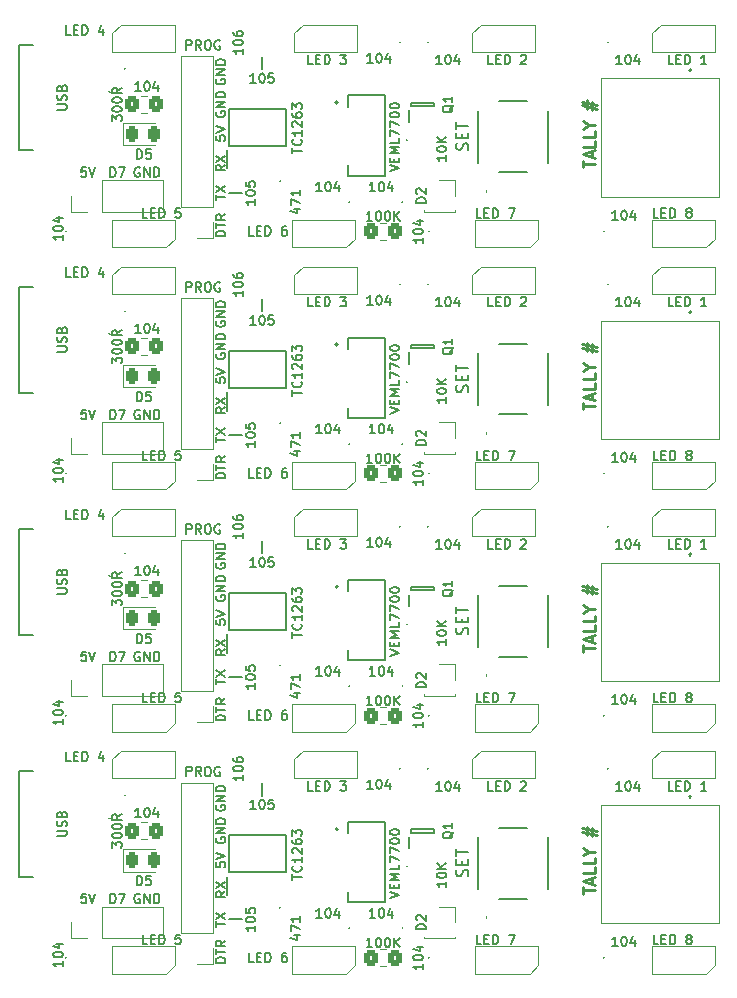
<source format=gto>
%TF.GenerationSoftware,KiCad,Pcbnew,7.0.5*%
%TF.CreationDate,2023-11-06T22:37:59+10:00*%
%TF.ProjectId,TallyLight_Panel,54616c6c-794c-4696-9768-745f50616e65,rev?*%
%TF.SameCoordinates,Original*%
%TF.FileFunction,Legend,Top*%
%TF.FilePolarity,Positive*%
%FSLAX46Y46*%
G04 Gerber Fmt 4.6, Leading zero omitted, Abs format (unit mm)*
G04 Created by KiCad (PCBNEW 7.0.5) date 2023-11-06 22:37:59*
%MOMM*%
%LPD*%
G01*
G04 APERTURE LIST*
G04 Aperture macros list*
%AMRoundRect*
0 Rectangle with rounded corners*
0 $1 Rounding radius*
0 $2 $3 $4 $5 $6 $7 $8 $9 X,Y pos of 4 corners*
0 Add a 4 corners polygon primitive as box body*
4,1,4,$2,$3,$4,$5,$6,$7,$8,$9,$2,$3,0*
0 Add four circle primitives for the rounded corners*
1,1,$1+$1,$2,$3*
1,1,$1+$1,$4,$5*
1,1,$1+$1,$6,$7*
1,1,$1+$1,$8,$9*
0 Add four rect primitives between the rounded corners*
20,1,$1+$1,$2,$3,$4,$5,0*
20,1,$1+$1,$4,$5,$6,$7,0*
20,1,$1+$1,$6,$7,$8,$9,0*
20,1,$1+$1,$8,$9,$2,$3,0*%
G04 Aperture macros list end*
%ADD10C,0.150000*%
%ADD11C,0.200000*%
%ADD12C,0.250000*%
%ADD13C,0.100000*%
%ADD14C,0.120000*%
%ADD15R,1.000000X0.550000*%
%ADD16R,0.550000X1.200000*%
%ADD17R,0.700000X1.200000*%
%ADD18R,0.450000X1.200000*%
%ADD19R,0.910000X1.390000*%
%ADD20R,0.750000X0.940000*%
%ADD21R,1.150000X1.450000*%
%ADD22RoundRect,0.243750X-0.243750X-0.456250X0.243750X-0.456250X0.243750X0.456250X-0.243750X0.456250X0*%
%ADD23R,0.650000X0.300000*%
%ADD24R,1.500000X1.500000*%
%ADD25C,1.500000*%
%ADD26R,1.600000X0.700000*%
%ADD27R,1.700000X1.700000*%
%ADD28O,1.700000X1.700000*%
%ADD29RoundRect,0.250000X-0.350000X-0.450000X0.350000X-0.450000X0.350000X0.450000X-0.350000X0.450000X0*%
%ADD30R,1.200000X0.700000*%
%ADD31R,1.200000X0.760000*%
%ADD32R,1.200000X0.800000*%
%ADD33C,2.010000*%
%ADD34RoundRect,0.250000X0.350000X0.450000X-0.350000X0.450000X-0.350000X-0.450000X0.350000X-0.450000X0*%
%ADD35C,1.300000*%
%ADD36R,1.450000X1.150000*%
%ADD37R,1.390000X0.910000*%
%ADD38R,0.400000X1.000000*%
%ADD39R,0.700000X1.550000*%
G04 APERTURE END LIST*
D10*
X102382390Y-121734523D02*
X102344295Y-121810713D01*
X102344295Y-121810713D02*
X102344295Y-121924999D01*
X102344295Y-121924999D02*
X102382390Y-122039285D01*
X102382390Y-122039285D02*
X102458580Y-122115475D01*
X102458580Y-122115475D02*
X102534771Y-122153570D01*
X102534771Y-122153570D02*
X102687152Y-122191666D01*
X102687152Y-122191666D02*
X102801438Y-122191666D01*
X102801438Y-122191666D02*
X102953819Y-122153570D01*
X102953819Y-122153570D02*
X103030009Y-122115475D01*
X103030009Y-122115475D02*
X103106200Y-122039285D01*
X103106200Y-122039285D02*
X103144295Y-121924999D01*
X103144295Y-121924999D02*
X103144295Y-121848808D01*
X103144295Y-121848808D02*
X103106200Y-121734523D01*
X103106200Y-121734523D02*
X103068104Y-121696427D01*
X103068104Y-121696427D02*
X102801438Y-121696427D01*
X102801438Y-121696427D02*
X102801438Y-121848808D01*
X103144295Y-121353570D02*
X102344295Y-121353570D01*
X102344295Y-121353570D02*
X103144295Y-120896427D01*
X103144295Y-120896427D02*
X102344295Y-120896427D01*
X103144295Y-120515475D02*
X102344295Y-120515475D01*
X102344295Y-120515475D02*
X102344295Y-120324999D01*
X102344295Y-120324999D02*
X102382390Y-120210713D01*
X102382390Y-120210713D02*
X102458580Y-120134523D01*
X102458580Y-120134523D02*
X102534771Y-120096428D01*
X102534771Y-120096428D02*
X102687152Y-120058332D01*
X102687152Y-120058332D02*
X102801438Y-120058332D01*
X102801438Y-120058332D02*
X102953819Y-120096428D01*
X102953819Y-120096428D02*
X103030009Y-120134523D01*
X103030009Y-120134523D02*
X103106200Y-120210713D01*
X103106200Y-120210713D02*
X103144295Y-120324999D01*
X103144295Y-120324999D02*
X103144295Y-120515475D01*
X102344295Y-123777380D02*
X102344295Y-124158332D01*
X102344295Y-124158332D02*
X102725247Y-124196428D01*
X102725247Y-124196428D02*
X102687152Y-124158332D01*
X102687152Y-124158332D02*
X102649057Y-124082142D01*
X102649057Y-124082142D02*
X102649057Y-123891666D01*
X102649057Y-123891666D02*
X102687152Y-123815475D01*
X102687152Y-123815475D02*
X102725247Y-123777380D01*
X102725247Y-123777380D02*
X102801438Y-123739285D01*
X102801438Y-123739285D02*
X102991914Y-123739285D01*
X102991914Y-123739285D02*
X103068104Y-123777380D01*
X103068104Y-123777380D02*
X103106200Y-123815475D01*
X103106200Y-123815475D02*
X103144295Y-123891666D01*
X103144295Y-123891666D02*
X103144295Y-124082142D01*
X103144295Y-124082142D02*
X103106200Y-124158332D01*
X103106200Y-124158332D02*
X103068104Y-124196428D01*
X102344295Y-123510713D02*
X103144295Y-123244046D01*
X103144295Y-123244046D02*
X102344295Y-122977380D01*
X91347619Y-126469295D02*
X90966667Y-126469295D01*
X90966667Y-126469295D02*
X90928571Y-126850247D01*
X90928571Y-126850247D02*
X90966667Y-126812152D01*
X90966667Y-126812152D02*
X91042857Y-126774057D01*
X91042857Y-126774057D02*
X91233333Y-126774057D01*
X91233333Y-126774057D02*
X91309524Y-126812152D01*
X91309524Y-126812152D02*
X91347619Y-126850247D01*
X91347619Y-126850247D02*
X91385714Y-126926438D01*
X91385714Y-126926438D02*
X91385714Y-127116914D01*
X91385714Y-127116914D02*
X91347619Y-127193104D01*
X91347619Y-127193104D02*
X91309524Y-127231200D01*
X91309524Y-127231200D02*
X91233333Y-127269295D01*
X91233333Y-127269295D02*
X91042857Y-127269295D01*
X91042857Y-127269295D02*
X90966667Y-127231200D01*
X90966667Y-127231200D02*
X90928571Y-127193104D01*
X91614286Y-126469295D02*
X91880953Y-127269295D01*
X91880953Y-127269295D02*
X92147619Y-126469295D01*
X102344295Y-129234523D02*
X102344295Y-128777380D01*
X103144295Y-129005952D02*
X102344295Y-129005952D01*
X102344295Y-128586904D02*
X103144295Y-128053570D01*
X102344295Y-128053570D02*
X103144295Y-128586904D01*
X103144295Y-126258332D02*
X102763342Y-126524999D01*
X103144295Y-126715475D02*
X102344295Y-126715475D01*
X102344295Y-126715475D02*
X102344295Y-126410713D01*
X102344295Y-126410713D02*
X102382390Y-126334523D01*
X102382390Y-126334523D02*
X102420485Y-126296428D01*
X102420485Y-126296428D02*
X102496676Y-126258332D01*
X102496676Y-126258332D02*
X102610961Y-126258332D01*
X102610961Y-126258332D02*
X102687152Y-126296428D01*
X102687152Y-126296428D02*
X102725247Y-126334523D01*
X102725247Y-126334523D02*
X102763342Y-126410713D01*
X102763342Y-126410713D02*
X102763342Y-126715475D01*
X102344295Y-125991666D02*
X103144295Y-125458332D01*
X102344295Y-125458332D02*
X103144295Y-125991666D01*
X103144295Y-132289285D02*
X102344295Y-132289285D01*
X102344295Y-132289285D02*
X102344295Y-132098809D01*
X102344295Y-132098809D02*
X102382390Y-131984523D01*
X102382390Y-131984523D02*
X102458580Y-131908333D01*
X102458580Y-131908333D02*
X102534771Y-131870238D01*
X102534771Y-131870238D02*
X102687152Y-131832142D01*
X102687152Y-131832142D02*
X102801438Y-131832142D01*
X102801438Y-131832142D02*
X102953819Y-131870238D01*
X102953819Y-131870238D02*
X103030009Y-131908333D01*
X103030009Y-131908333D02*
X103106200Y-131984523D01*
X103106200Y-131984523D02*
X103144295Y-132098809D01*
X103144295Y-132098809D02*
X103144295Y-132289285D01*
X102344295Y-131603571D02*
X102344295Y-131146428D01*
X103144295Y-131375000D02*
X102344295Y-131375000D01*
X103144295Y-130422618D02*
X102763342Y-130689285D01*
X103144295Y-130879761D02*
X102344295Y-130879761D01*
X102344295Y-130879761D02*
X102344295Y-130574999D01*
X102344295Y-130574999D02*
X102382390Y-130498809D01*
X102382390Y-130498809D02*
X102420485Y-130460714D01*
X102420485Y-130460714D02*
X102496676Y-130422618D01*
X102496676Y-130422618D02*
X102610961Y-130422618D01*
X102610961Y-130422618D02*
X102687152Y-130460714D01*
X102687152Y-130460714D02*
X102725247Y-130498809D01*
X102725247Y-130498809D02*
X102763342Y-130574999D01*
X102763342Y-130574999D02*
X102763342Y-130879761D01*
X95890476Y-126507390D02*
X95814286Y-126469295D01*
X95814286Y-126469295D02*
X95700000Y-126469295D01*
X95700000Y-126469295D02*
X95585714Y-126507390D01*
X95585714Y-126507390D02*
X95509524Y-126583580D01*
X95509524Y-126583580D02*
X95471429Y-126659771D01*
X95471429Y-126659771D02*
X95433333Y-126812152D01*
X95433333Y-126812152D02*
X95433333Y-126926438D01*
X95433333Y-126926438D02*
X95471429Y-127078819D01*
X95471429Y-127078819D02*
X95509524Y-127155009D01*
X95509524Y-127155009D02*
X95585714Y-127231200D01*
X95585714Y-127231200D02*
X95700000Y-127269295D01*
X95700000Y-127269295D02*
X95776191Y-127269295D01*
X95776191Y-127269295D02*
X95890476Y-127231200D01*
X95890476Y-127231200D02*
X95928572Y-127193104D01*
X95928572Y-127193104D02*
X95928572Y-126926438D01*
X95928572Y-126926438D02*
X95776191Y-126926438D01*
X96271429Y-127269295D02*
X96271429Y-126469295D01*
X96271429Y-126469295D02*
X96728572Y-127269295D01*
X96728572Y-127269295D02*
X96728572Y-126469295D01*
X97109524Y-127269295D02*
X97109524Y-126469295D01*
X97109524Y-126469295D02*
X97300000Y-126469295D01*
X97300000Y-126469295D02*
X97414286Y-126507390D01*
X97414286Y-126507390D02*
X97490476Y-126583580D01*
X97490476Y-126583580D02*
X97528571Y-126659771D01*
X97528571Y-126659771D02*
X97566667Y-126812152D01*
X97566667Y-126812152D02*
X97566667Y-126926438D01*
X97566667Y-126926438D02*
X97528571Y-127078819D01*
X97528571Y-127078819D02*
X97490476Y-127155009D01*
X97490476Y-127155009D02*
X97414286Y-127231200D01*
X97414286Y-127231200D02*
X97300000Y-127269295D01*
X97300000Y-127269295D02*
X97109524Y-127269295D01*
X102382390Y-118984523D02*
X102344295Y-119060713D01*
X102344295Y-119060713D02*
X102344295Y-119174999D01*
X102344295Y-119174999D02*
X102382390Y-119289285D01*
X102382390Y-119289285D02*
X102458580Y-119365475D01*
X102458580Y-119365475D02*
X102534771Y-119403570D01*
X102534771Y-119403570D02*
X102687152Y-119441666D01*
X102687152Y-119441666D02*
X102801438Y-119441666D01*
X102801438Y-119441666D02*
X102953819Y-119403570D01*
X102953819Y-119403570D02*
X103030009Y-119365475D01*
X103030009Y-119365475D02*
X103106200Y-119289285D01*
X103106200Y-119289285D02*
X103144295Y-119174999D01*
X103144295Y-119174999D02*
X103144295Y-119098808D01*
X103144295Y-119098808D02*
X103106200Y-118984523D01*
X103106200Y-118984523D02*
X103068104Y-118946427D01*
X103068104Y-118946427D02*
X102801438Y-118946427D01*
X102801438Y-118946427D02*
X102801438Y-119098808D01*
X103144295Y-118603570D02*
X102344295Y-118603570D01*
X102344295Y-118603570D02*
X103144295Y-118146427D01*
X103144295Y-118146427D02*
X102344295Y-118146427D01*
X103144295Y-117765475D02*
X102344295Y-117765475D01*
X102344295Y-117765475D02*
X102344295Y-117574999D01*
X102344295Y-117574999D02*
X102382390Y-117460713D01*
X102382390Y-117460713D02*
X102458580Y-117384523D01*
X102458580Y-117384523D02*
X102534771Y-117346428D01*
X102534771Y-117346428D02*
X102687152Y-117308332D01*
X102687152Y-117308332D02*
X102801438Y-117308332D01*
X102801438Y-117308332D02*
X102953819Y-117346428D01*
X102953819Y-117346428D02*
X103030009Y-117384523D01*
X103030009Y-117384523D02*
X103106200Y-117460713D01*
X103106200Y-117460713D02*
X103144295Y-117574999D01*
X103144295Y-117574999D02*
X103144295Y-117765475D01*
X93409524Y-127269295D02*
X93409524Y-126469295D01*
X93409524Y-126469295D02*
X93600000Y-126469295D01*
X93600000Y-126469295D02*
X93714286Y-126507390D01*
X93714286Y-126507390D02*
X93790476Y-126583580D01*
X93790476Y-126583580D02*
X93828571Y-126659771D01*
X93828571Y-126659771D02*
X93866667Y-126812152D01*
X93866667Y-126812152D02*
X93866667Y-126926438D01*
X93866667Y-126926438D02*
X93828571Y-127078819D01*
X93828571Y-127078819D02*
X93790476Y-127155009D01*
X93790476Y-127155009D02*
X93714286Y-127231200D01*
X93714286Y-127231200D02*
X93600000Y-127269295D01*
X93600000Y-127269295D02*
X93409524Y-127269295D01*
X94133333Y-126469295D02*
X94666667Y-126469295D01*
X94666667Y-126469295D02*
X94323809Y-127269295D01*
X102344295Y-103277380D02*
X102344295Y-103658332D01*
X102344295Y-103658332D02*
X102725247Y-103696428D01*
X102725247Y-103696428D02*
X102687152Y-103658332D01*
X102687152Y-103658332D02*
X102649057Y-103582142D01*
X102649057Y-103582142D02*
X102649057Y-103391666D01*
X102649057Y-103391666D02*
X102687152Y-103315475D01*
X102687152Y-103315475D02*
X102725247Y-103277380D01*
X102725247Y-103277380D02*
X102801438Y-103239285D01*
X102801438Y-103239285D02*
X102991914Y-103239285D01*
X102991914Y-103239285D02*
X103068104Y-103277380D01*
X103068104Y-103277380D02*
X103106200Y-103315475D01*
X103106200Y-103315475D02*
X103144295Y-103391666D01*
X103144295Y-103391666D02*
X103144295Y-103582142D01*
X103144295Y-103582142D02*
X103106200Y-103658332D01*
X103106200Y-103658332D02*
X103068104Y-103696428D01*
X102344295Y-103010713D02*
X103144295Y-102744046D01*
X103144295Y-102744046D02*
X102344295Y-102477380D01*
X91347619Y-105969295D02*
X90966667Y-105969295D01*
X90966667Y-105969295D02*
X90928571Y-106350247D01*
X90928571Y-106350247D02*
X90966667Y-106312152D01*
X90966667Y-106312152D02*
X91042857Y-106274057D01*
X91042857Y-106274057D02*
X91233333Y-106274057D01*
X91233333Y-106274057D02*
X91309524Y-106312152D01*
X91309524Y-106312152D02*
X91347619Y-106350247D01*
X91347619Y-106350247D02*
X91385714Y-106426438D01*
X91385714Y-106426438D02*
X91385714Y-106616914D01*
X91385714Y-106616914D02*
X91347619Y-106693104D01*
X91347619Y-106693104D02*
X91309524Y-106731200D01*
X91309524Y-106731200D02*
X91233333Y-106769295D01*
X91233333Y-106769295D02*
X91042857Y-106769295D01*
X91042857Y-106769295D02*
X90966667Y-106731200D01*
X90966667Y-106731200D02*
X90928571Y-106693104D01*
X91614286Y-105969295D02*
X91880953Y-106769295D01*
X91880953Y-106769295D02*
X92147619Y-105969295D01*
X102344295Y-108734523D02*
X102344295Y-108277380D01*
X103144295Y-108505952D02*
X102344295Y-108505952D01*
X102344295Y-108086904D02*
X103144295Y-107553570D01*
X102344295Y-107553570D02*
X103144295Y-108086904D01*
X102382390Y-101234523D02*
X102344295Y-101310713D01*
X102344295Y-101310713D02*
X102344295Y-101424999D01*
X102344295Y-101424999D02*
X102382390Y-101539285D01*
X102382390Y-101539285D02*
X102458580Y-101615475D01*
X102458580Y-101615475D02*
X102534771Y-101653570D01*
X102534771Y-101653570D02*
X102687152Y-101691666D01*
X102687152Y-101691666D02*
X102801438Y-101691666D01*
X102801438Y-101691666D02*
X102953819Y-101653570D01*
X102953819Y-101653570D02*
X103030009Y-101615475D01*
X103030009Y-101615475D02*
X103106200Y-101539285D01*
X103106200Y-101539285D02*
X103144295Y-101424999D01*
X103144295Y-101424999D02*
X103144295Y-101348808D01*
X103144295Y-101348808D02*
X103106200Y-101234523D01*
X103106200Y-101234523D02*
X103068104Y-101196427D01*
X103068104Y-101196427D02*
X102801438Y-101196427D01*
X102801438Y-101196427D02*
X102801438Y-101348808D01*
X103144295Y-100853570D02*
X102344295Y-100853570D01*
X102344295Y-100853570D02*
X103144295Y-100396427D01*
X103144295Y-100396427D02*
X102344295Y-100396427D01*
X103144295Y-100015475D02*
X102344295Y-100015475D01*
X102344295Y-100015475D02*
X102344295Y-99824999D01*
X102344295Y-99824999D02*
X102382390Y-99710713D01*
X102382390Y-99710713D02*
X102458580Y-99634523D01*
X102458580Y-99634523D02*
X102534771Y-99596428D01*
X102534771Y-99596428D02*
X102687152Y-99558332D01*
X102687152Y-99558332D02*
X102801438Y-99558332D01*
X102801438Y-99558332D02*
X102953819Y-99596428D01*
X102953819Y-99596428D02*
X103030009Y-99634523D01*
X103030009Y-99634523D02*
X103106200Y-99710713D01*
X103106200Y-99710713D02*
X103144295Y-99824999D01*
X103144295Y-99824999D02*
X103144295Y-100015475D01*
X103144295Y-105758332D02*
X102763342Y-106024999D01*
X103144295Y-106215475D02*
X102344295Y-106215475D01*
X102344295Y-106215475D02*
X102344295Y-105910713D01*
X102344295Y-105910713D02*
X102382390Y-105834523D01*
X102382390Y-105834523D02*
X102420485Y-105796428D01*
X102420485Y-105796428D02*
X102496676Y-105758332D01*
X102496676Y-105758332D02*
X102610961Y-105758332D01*
X102610961Y-105758332D02*
X102687152Y-105796428D01*
X102687152Y-105796428D02*
X102725247Y-105834523D01*
X102725247Y-105834523D02*
X102763342Y-105910713D01*
X102763342Y-105910713D02*
X102763342Y-106215475D01*
X102344295Y-105491666D02*
X103144295Y-104958332D01*
X102344295Y-104958332D02*
X103144295Y-105491666D01*
X93409524Y-106769295D02*
X93409524Y-105969295D01*
X93409524Y-105969295D02*
X93600000Y-105969295D01*
X93600000Y-105969295D02*
X93714286Y-106007390D01*
X93714286Y-106007390D02*
X93790476Y-106083580D01*
X93790476Y-106083580D02*
X93828571Y-106159771D01*
X93828571Y-106159771D02*
X93866667Y-106312152D01*
X93866667Y-106312152D02*
X93866667Y-106426438D01*
X93866667Y-106426438D02*
X93828571Y-106578819D01*
X93828571Y-106578819D02*
X93790476Y-106655009D01*
X93790476Y-106655009D02*
X93714286Y-106731200D01*
X93714286Y-106731200D02*
X93600000Y-106769295D01*
X93600000Y-106769295D02*
X93409524Y-106769295D01*
X94133333Y-105969295D02*
X94666667Y-105969295D01*
X94666667Y-105969295D02*
X94323809Y-106769295D01*
X95890476Y-106007390D02*
X95814286Y-105969295D01*
X95814286Y-105969295D02*
X95700000Y-105969295D01*
X95700000Y-105969295D02*
X95585714Y-106007390D01*
X95585714Y-106007390D02*
X95509524Y-106083580D01*
X95509524Y-106083580D02*
X95471429Y-106159771D01*
X95471429Y-106159771D02*
X95433333Y-106312152D01*
X95433333Y-106312152D02*
X95433333Y-106426438D01*
X95433333Y-106426438D02*
X95471429Y-106578819D01*
X95471429Y-106578819D02*
X95509524Y-106655009D01*
X95509524Y-106655009D02*
X95585714Y-106731200D01*
X95585714Y-106731200D02*
X95700000Y-106769295D01*
X95700000Y-106769295D02*
X95776191Y-106769295D01*
X95776191Y-106769295D02*
X95890476Y-106731200D01*
X95890476Y-106731200D02*
X95928572Y-106693104D01*
X95928572Y-106693104D02*
X95928572Y-106426438D01*
X95928572Y-106426438D02*
X95776191Y-106426438D01*
X96271429Y-106769295D02*
X96271429Y-105969295D01*
X96271429Y-105969295D02*
X96728572Y-106769295D01*
X96728572Y-106769295D02*
X96728572Y-105969295D01*
X97109524Y-106769295D02*
X97109524Y-105969295D01*
X97109524Y-105969295D02*
X97300000Y-105969295D01*
X97300000Y-105969295D02*
X97414286Y-106007390D01*
X97414286Y-106007390D02*
X97490476Y-106083580D01*
X97490476Y-106083580D02*
X97528571Y-106159771D01*
X97528571Y-106159771D02*
X97566667Y-106312152D01*
X97566667Y-106312152D02*
X97566667Y-106426438D01*
X97566667Y-106426438D02*
X97528571Y-106578819D01*
X97528571Y-106578819D02*
X97490476Y-106655009D01*
X97490476Y-106655009D02*
X97414286Y-106731200D01*
X97414286Y-106731200D02*
X97300000Y-106769295D01*
X97300000Y-106769295D02*
X97109524Y-106769295D01*
X103144295Y-111789285D02*
X102344295Y-111789285D01*
X102344295Y-111789285D02*
X102344295Y-111598809D01*
X102344295Y-111598809D02*
X102382390Y-111484523D01*
X102382390Y-111484523D02*
X102458580Y-111408333D01*
X102458580Y-111408333D02*
X102534771Y-111370238D01*
X102534771Y-111370238D02*
X102687152Y-111332142D01*
X102687152Y-111332142D02*
X102801438Y-111332142D01*
X102801438Y-111332142D02*
X102953819Y-111370238D01*
X102953819Y-111370238D02*
X103030009Y-111408333D01*
X103030009Y-111408333D02*
X103106200Y-111484523D01*
X103106200Y-111484523D02*
X103144295Y-111598809D01*
X103144295Y-111598809D02*
X103144295Y-111789285D01*
X102344295Y-111103571D02*
X102344295Y-110646428D01*
X103144295Y-110875000D02*
X102344295Y-110875000D01*
X103144295Y-109922618D02*
X102763342Y-110189285D01*
X103144295Y-110379761D02*
X102344295Y-110379761D01*
X102344295Y-110379761D02*
X102344295Y-110074999D01*
X102344295Y-110074999D02*
X102382390Y-109998809D01*
X102382390Y-109998809D02*
X102420485Y-109960714D01*
X102420485Y-109960714D02*
X102496676Y-109922618D01*
X102496676Y-109922618D02*
X102610961Y-109922618D01*
X102610961Y-109922618D02*
X102687152Y-109960714D01*
X102687152Y-109960714D02*
X102725247Y-109998809D01*
X102725247Y-109998809D02*
X102763342Y-110074999D01*
X102763342Y-110074999D02*
X102763342Y-110379761D01*
X102382390Y-98484523D02*
X102344295Y-98560713D01*
X102344295Y-98560713D02*
X102344295Y-98674999D01*
X102344295Y-98674999D02*
X102382390Y-98789285D01*
X102382390Y-98789285D02*
X102458580Y-98865475D01*
X102458580Y-98865475D02*
X102534771Y-98903570D01*
X102534771Y-98903570D02*
X102687152Y-98941666D01*
X102687152Y-98941666D02*
X102801438Y-98941666D01*
X102801438Y-98941666D02*
X102953819Y-98903570D01*
X102953819Y-98903570D02*
X103030009Y-98865475D01*
X103030009Y-98865475D02*
X103106200Y-98789285D01*
X103106200Y-98789285D02*
X103144295Y-98674999D01*
X103144295Y-98674999D02*
X103144295Y-98598808D01*
X103144295Y-98598808D02*
X103106200Y-98484523D01*
X103106200Y-98484523D02*
X103068104Y-98446427D01*
X103068104Y-98446427D02*
X102801438Y-98446427D01*
X102801438Y-98446427D02*
X102801438Y-98598808D01*
X103144295Y-98103570D02*
X102344295Y-98103570D01*
X102344295Y-98103570D02*
X103144295Y-97646427D01*
X103144295Y-97646427D02*
X102344295Y-97646427D01*
X103144295Y-97265475D02*
X102344295Y-97265475D01*
X102344295Y-97265475D02*
X102344295Y-97074999D01*
X102344295Y-97074999D02*
X102382390Y-96960713D01*
X102382390Y-96960713D02*
X102458580Y-96884523D01*
X102458580Y-96884523D02*
X102534771Y-96846428D01*
X102534771Y-96846428D02*
X102687152Y-96808332D01*
X102687152Y-96808332D02*
X102801438Y-96808332D01*
X102801438Y-96808332D02*
X102953819Y-96846428D01*
X102953819Y-96846428D02*
X103030009Y-96884523D01*
X103030009Y-96884523D02*
X103106200Y-96960713D01*
X103106200Y-96960713D02*
X103144295Y-97074999D01*
X103144295Y-97074999D02*
X103144295Y-97265475D01*
X102382390Y-80734523D02*
X102344295Y-80810713D01*
X102344295Y-80810713D02*
X102344295Y-80924999D01*
X102344295Y-80924999D02*
X102382390Y-81039285D01*
X102382390Y-81039285D02*
X102458580Y-81115475D01*
X102458580Y-81115475D02*
X102534771Y-81153570D01*
X102534771Y-81153570D02*
X102687152Y-81191666D01*
X102687152Y-81191666D02*
X102801438Y-81191666D01*
X102801438Y-81191666D02*
X102953819Y-81153570D01*
X102953819Y-81153570D02*
X103030009Y-81115475D01*
X103030009Y-81115475D02*
X103106200Y-81039285D01*
X103106200Y-81039285D02*
X103144295Y-80924999D01*
X103144295Y-80924999D02*
X103144295Y-80848808D01*
X103144295Y-80848808D02*
X103106200Y-80734523D01*
X103106200Y-80734523D02*
X103068104Y-80696427D01*
X103068104Y-80696427D02*
X102801438Y-80696427D01*
X102801438Y-80696427D02*
X102801438Y-80848808D01*
X103144295Y-80353570D02*
X102344295Y-80353570D01*
X102344295Y-80353570D02*
X103144295Y-79896427D01*
X103144295Y-79896427D02*
X102344295Y-79896427D01*
X103144295Y-79515475D02*
X102344295Y-79515475D01*
X102344295Y-79515475D02*
X102344295Y-79324999D01*
X102344295Y-79324999D02*
X102382390Y-79210713D01*
X102382390Y-79210713D02*
X102458580Y-79134523D01*
X102458580Y-79134523D02*
X102534771Y-79096428D01*
X102534771Y-79096428D02*
X102687152Y-79058332D01*
X102687152Y-79058332D02*
X102801438Y-79058332D01*
X102801438Y-79058332D02*
X102953819Y-79096428D01*
X102953819Y-79096428D02*
X103030009Y-79134523D01*
X103030009Y-79134523D02*
X103106200Y-79210713D01*
X103106200Y-79210713D02*
X103144295Y-79324999D01*
X103144295Y-79324999D02*
X103144295Y-79515475D01*
X102344295Y-82777380D02*
X102344295Y-83158332D01*
X102344295Y-83158332D02*
X102725247Y-83196428D01*
X102725247Y-83196428D02*
X102687152Y-83158332D01*
X102687152Y-83158332D02*
X102649057Y-83082142D01*
X102649057Y-83082142D02*
X102649057Y-82891666D01*
X102649057Y-82891666D02*
X102687152Y-82815475D01*
X102687152Y-82815475D02*
X102725247Y-82777380D01*
X102725247Y-82777380D02*
X102801438Y-82739285D01*
X102801438Y-82739285D02*
X102991914Y-82739285D01*
X102991914Y-82739285D02*
X103068104Y-82777380D01*
X103068104Y-82777380D02*
X103106200Y-82815475D01*
X103106200Y-82815475D02*
X103144295Y-82891666D01*
X103144295Y-82891666D02*
X103144295Y-83082142D01*
X103144295Y-83082142D02*
X103106200Y-83158332D01*
X103106200Y-83158332D02*
X103068104Y-83196428D01*
X102344295Y-82510713D02*
X103144295Y-82244046D01*
X103144295Y-82244046D02*
X102344295Y-81977380D01*
X91347619Y-85469295D02*
X90966667Y-85469295D01*
X90966667Y-85469295D02*
X90928571Y-85850247D01*
X90928571Y-85850247D02*
X90966667Y-85812152D01*
X90966667Y-85812152D02*
X91042857Y-85774057D01*
X91042857Y-85774057D02*
X91233333Y-85774057D01*
X91233333Y-85774057D02*
X91309524Y-85812152D01*
X91309524Y-85812152D02*
X91347619Y-85850247D01*
X91347619Y-85850247D02*
X91385714Y-85926438D01*
X91385714Y-85926438D02*
X91385714Y-86116914D01*
X91385714Y-86116914D02*
X91347619Y-86193104D01*
X91347619Y-86193104D02*
X91309524Y-86231200D01*
X91309524Y-86231200D02*
X91233333Y-86269295D01*
X91233333Y-86269295D02*
X91042857Y-86269295D01*
X91042857Y-86269295D02*
X90966667Y-86231200D01*
X90966667Y-86231200D02*
X90928571Y-86193104D01*
X91614286Y-85469295D02*
X91880953Y-86269295D01*
X91880953Y-86269295D02*
X92147619Y-85469295D01*
X102344295Y-88234523D02*
X102344295Y-87777380D01*
X103144295Y-88005952D02*
X102344295Y-88005952D01*
X102344295Y-87586904D02*
X103144295Y-87053570D01*
X102344295Y-87053570D02*
X103144295Y-87586904D01*
X103144295Y-85258332D02*
X102763342Y-85524999D01*
X103144295Y-85715475D02*
X102344295Y-85715475D01*
X102344295Y-85715475D02*
X102344295Y-85410713D01*
X102344295Y-85410713D02*
X102382390Y-85334523D01*
X102382390Y-85334523D02*
X102420485Y-85296428D01*
X102420485Y-85296428D02*
X102496676Y-85258332D01*
X102496676Y-85258332D02*
X102610961Y-85258332D01*
X102610961Y-85258332D02*
X102687152Y-85296428D01*
X102687152Y-85296428D02*
X102725247Y-85334523D01*
X102725247Y-85334523D02*
X102763342Y-85410713D01*
X102763342Y-85410713D02*
X102763342Y-85715475D01*
X102344295Y-84991666D02*
X103144295Y-84458332D01*
X102344295Y-84458332D02*
X103144295Y-84991666D01*
X93409524Y-86269295D02*
X93409524Y-85469295D01*
X93409524Y-85469295D02*
X93600000Y-85469295D01*
X93600000Y-85469295D02*
X93714286Y-85507390D01*
X93714286Y-85507390D02*
X93790476Y-85583580D01*
X93790476Y-85583580D02*
X93828571Y-85659771D01*
X93828571Y-85659771D02*
X93866667Y-85812152D01*
X93866667Y-85812152D02*
X93866667Y-85926438D01*
X93866667Y-85926438D02*
X93828571Y-86078819D01*
X93828571Y-86078819D02*
X93790476Y-86155009D01*
X93790476Y-86155009D02*
X93714286Y-86231200D01*
X93714286Y-86231200D02*
X93600000Y-86269295D01*
X93600000Y-86269295D02*
X93409524Y-86269295D01*
X94133333Y-85469295D02*
X94666667Y-85469295D01*
X94666667Y-85469295D02*
X94323809Y-86269295D01*
X95890476Y-85507390D02*
X95814286Y-85469295D01*
X95814286Y-85469295D02*
X95700000Y-85469295D01*
X95700000Y-85469295D02*
X95585714Y-85507390D01*
X95585714Y-85507390D02*
X95509524Y-85583580D01*
X95509524Y-85583580D02*
X95471429Y-85659771D01*
X95471429Y-85659771D02*
X95433333Y-85812152D01*
X95433333Y-85812152D02*
X95433333Y-85926438D01*
X95433333Y-85926438D02*
X95471429Y-86078819D01*
X95471429Y-86078819D02*
X95509524Y-86155009D01*
X95509524Y-86155009D02*
X95585714Y-86231200D01*
X95585714Y-86231200D02*
X95700000Y-86269295D01*
X95700000Y-86269295D02*
X95776191Y-86269295D01*
X95776191Y-86269295D02*
X95890476Y-86231200D01*
X95890476Y-86231200D02*
X95928572Y-86193104D01*
X95928572Y-86193104D02*
X95928572Y-85926438D01*
X95928572Y-85926438D02*
X95776191Y-85926438D01*
X96271429Y-86269295D02*
X96271429Y-85469295D01*
X96271429Y-85469295D02*
X96728572Y-86269295D01*
X96728572Y-86269295D02*
X96728572Y-85469295D01*
X97109524Y-86269295D02*
X97109524Y-85469295D01*
X97109524Y-85469295D02*
X97300000Y-85469295D01*
X97300000Y-85469295D02*
X97414286Y-85507390D01*
X97414286Y-85507390D02*
X97490476Y-85583580D01*
X97490476Y-85583580D02*
X97528571Y-85659771D01*
X97528571Y-85659771D02*
X97566667Y-85812152D01*
X97566667Y-85812152D02*
X97566667Y-85926438D01*
X97566667Y-85926438D02*
X97528571Y-86078819D01*
X97528571Y-86078819D02*
X97490476Y-86155009D01*
X97490476Y-86155009D02*
X97414286Y-86231200D01*
X97414286Y-86231200D02*
X97300000Y-86269295D01*
X97300000Y-86269295D02*
X97109524Y-86269295D01*
X103144295Y-91289285D02*
X102344295Y-91289285D01*
X102344295Y-91289285D02*
X102344295Y-91098809D01*
X102344295Y-91098809D02*
X102382390Y-90984523D01*
X102382390Y-90984523D02*
X102458580Y-90908333D01*
X102458580Y-90908333D02*
X102534771Y-90870238D01*
X102534771Y-90870238D02*
X102687152Y-90832142D01*
X102687152Y-90832142D02*
X102801438Y-90832142D01*
X102801438Y-90832142D02*
X102953819Y-90870238D01*
X102953819Y-90870238D02*
X103030009Y-90908333D01*
X103030009Y-90908333D02*
X103106200Y-90984523D01*
X103106200Y-90984523D02*
X103144295Y-91098809D01*
X103144295Y-91098809D02*
X103144295Y-91289285D01*
X102344295Y-90603571D02*
X102344295Y-90146428D01*
X103144295Y-90375000D02*
X102344295Y-90375000D01*
X103144295Y-89422618D02*
X102763342Y-89689285D01*
X103144295Y-89879761D02*
X102344295Y-89879761D01*
X102344295Y-89879761D02*
X102344295Y-89574999D01*
X102344295Y-89574999D02*
X102382390Y-89498809D01*
X102382390Y-89498809D02*
X102420485Y-89460714D01*
X102420485Y-89460714D02*
X102496676Y-89422618D01*
X102496676Y-89422618D02*
X102610961Y-89422618D01*
X102610961Y-89422618D02*
X102687152Y-89460714D01*
X102687152Y-89460714D02*
X102725247Y-89498809D01*
X102725247Y-89498809D02*
X102763342Y-89574999D01*
X102763342Y-89574999D02*
X102763342Y-89879761D01*
X102382390Y-77984523D02*
X102344295Y-78060713D01*
X102344295Y-78060713D02*
X102344295Y-78174999D01*
X102344295Y-78174999D02*
X102382390Y-78289285D01*
X102382390Y-78289285D02*
X102458580Y-78365475D01*
X102458580Y-78365475D02*
X102534771Y-78403570D01*
X102534771Y-78403570D02*
X102687152Y-78441666D01*
X102687152Y-78441666D02*
X102801438Y-78441666D01*
X102801438Y-78441666D02*
X102953819Y-78403570D01*
X102953819Y-78403570D02*
X103030009Y-78365475D01*
X103030009Y-78365475D02*
X103106200Y-78289285D01*
X103106200Y-78289285D02*
X103144295Y-78174999D01*
X103144295Y-78174999D02*
X103144295Y-78098808D01*
X103144295Y-78098808D02*
X103106200Y-77984523D01*
X103106200Y-77984523D02*
X103068104Y-77946427D01*
X103068104Y-77946427D02*
X102801438Y-77946427D01*
X102801438Y-77946427D02*
X102801438Y-78098808D01*
X103144295Y-77603570D02*
X102344295Y-77603570D01*
X102344295Y-77603570D02*
X103144295Y-77146427D01*
X103144295Y-77146427D02*
X102344295Y-77146427D01*
X103144295Y-76765475D02*
X102344295Y-76765475D01*
X102344295Y-76765475D02*
X102344295Y-76574999D01*
X102344295Y-76574999D02*
X102382390Y-76460713D01*
X102382390Y-76460713D02*
X102458580Y-76384523D01*
X102458580Y-76384523D02*
X102534771Y-76346428D01*
X102534771Y-76346428D02*
X102687152Y-76308332D01*
X102687152Y-76308332D02*
X102801438Y-76308332D01*
X102801438Y-76308332D02*
X102953819Y-76346428D01*
X102953819Y-76346428D02*
X103030009Y-76384523D01*
X103030009Y-76384523D02*
X103106200Y-76460713D01*
X103106200Y-76460713D02*
X103144295Y-76574999D01*
X103144295Y-76574999D02*
X103144295Y-76765475D01*
X103144295Y-64758332D02*
X102763342Y-65024999D01*
X103144295Y-65215475D02*
X102344295Y-65215475D01*
X102344295Y-65215475D02*
X102344295Y-64910713D01*
X102344295Y-64910713D02*
X102382390Y-64834523D01*
X102382390Y-64834523D02*
X102420485Y-64796428D01*
X102420485Y-64796428D02*
X102496676Y-64758332D01*
X102496676Y-64758332D02*
X102610961Y-64758332D01*
X102610961Y-64758332D02*
X102687152Y-64796428D01*
X102687152Y-64796428D02*
X102725247Y-64834523D01*
X102725247Y-64834523D02*
X102763342Y-64910713D01*
X102763342Y-64910713D02*
X102763342Y-65215475D01*
X102344295Y-64491666D02*
X103144295Y-63958332D01*
X102344295Y-63958332D02*
X103144295Y-64491666D01*
X95890476Y-65007390D02*
X95814286Y-64969295D01*
X95814286Y-64969295D02*
X95700000Y-64969295D01*
X95700000Y-64969295D02*
X95585714Y-65007390D01*
X95585714Y-65007390D02*
X95509524Y-65083580D01*
X95509524Y-65083580D02*
X95471429Y-65159771D01*
X95471429Y-65159771D02*
X95433333Y-65312152D01*
X95433333Y-65312152D02*
X95433333Y-65426438D01*
X95433333Y-65426438D02*
X95471429Y-65578819D01*
X95471429Y-65578819D02*
X95509524Y-65655009D01*
X95509524Y-65655009D02*
X95585714Y-65731200D01*
X95585714Y-65731200D02*
X95700000Y-65769295D01*
X95700000Y-65769295D02*
X95776191Y-65769295D01*
X95776191Y-65769295D02*
X95890476Y-65731200D01*
X95890476Y-65731200D02*
X95928572Y-65693104D01*
X95928572Y-65693104D02*
X95928572Y-65426438D01*
X95928572Y-65426438D02*
X95776191Y-65426438D01*
X96271429Y-65769295D02*
X96271429Y-64969295D01*
X96271429Y-64969295D02*
X96728572Y-65769295D01*
X96728572Y-65769295D02*
X96728572Y-64969295D01*
X97109524Y-65769295D02*
X97109524Y-64969295D01*
X97109524Y-64969295D02*
X97300000Y-64969295D01*
X97300000Y-64969295D02*
X97414286Y-65007390D01*
X97414286Y-65007390D02*
X97490476Y-65083580D01*
X97490476Y-65083580D02*
X97528571Y-65159771D01*
X97528571Y-65159771D02*
X97566667Y-65312152D01*
X97566667Y-65312152D02*
X97566667Y-65426438D01*
X97566667Y-65426438D02*
X97528571Y-65578819D01*
X97528571Y-65578819D02*
X97490476Y-65655009D01*
X97490476Y-65655009D02*
X97414286Y-65731200D01*
X97414286Y-65731200D02*
X97300000Y-65769295D01*
X97300000Y-65769295D02*
X97109524Y-65769295D01*
X102382390Y-60234523D02*
X102344295Y-60310713D01*
X102344295Y-60310713D02*
X102344295Y-60424999D01*
X102344295Y-60424999D02*
X102382390Y-60539285D01*
X102382390Y-60539285D02*
X102458580Y-60615475D01*
X102458580Y-60615475D02*
X102534771Y-60653570D01*
X102534771Y-60653570D02*
X102687152Y-60691666D01*
X102687152Y-60691666D02*
X102801438Y-60691666D01*
X102801438Y-60691666D02*
X102953819Y-60653570D01*
X102953819Y-60653570D02*
X103030009Y-60615475D01*
X103030009Y-60615475D02*
X103106200Y-60539285D01*
X103106200Y-60539285D02*
X103144295Y-60424999D01*
X103144295Y-60424999D02*
X103144295Y-60348808D01*
X103144295Y-60348808D02*
X103106200Y-60234523D01*
X103106200Y-60234523D02*
X103068104Y-60196427D01*
X103068104Y-60196427D02*
X102801438Y-60196427D01*
X102801438Y-60196427D02*
X102801438Y-60348808D01*
X103144295Y-59853570D02*
X102344295Y-59853570D01*
X102344295Y-59853570D02*
X103144295Y-59396427D01*
X103144295Y-59396427D02*
X102344295Y-59396427D01*
X103144295Y-59015475D02*
X102344295Y-59015475D01*
X102344295Y-59015475D02*
X102344295Y-58824999D01*
X102344295Y-58824999D02*
X102382390Y-58710713D01*
X102382390Y-58710713D02*
X102458580Y-58634523D01*
X102458580Y-58634523D02*
X102534771Y-58596428D01*
X102534771Y-58596428D02*
X102687152Y-58558332D01*
X102687152Y-58558332D02*
X102801438Y-58558332D01*
X102801438Y-58558332D02*
X102953819Y-58596428D01*
X102953819Y-58596428D02*
X103030009Y-58634523D01*
X103030009Y-58634523D02*
X103106200Y-58710713D01*
X103106200Y-58710713D02*
X103144295Y-58824999D01*
X103144295Y-58824999D02*
X103144295Y-59015475D01*
X102344295Y-62277380D02*
X102344295Y-62658332D01*
X102344295Y-62658332D02*
X102725247Y-62696428D01*
X102725247Y-62696428D02*
X102687152Y-62658332D01*
X102687152Y-62658332D02*
X102649057Y-62582142D01*
X102649057Y-62582142D02*
X102649057Y-62391666D01*
X102649057Y-62391666D02*
X102687152Y-62315475D01*
X102687152Y-62315475D02*
X102725247Y-62277380D01*
X102725247Y-62277380D02*
X102801438Y-62239285D01*
X102801438Y-62239285D02*
X102991914Y-62239285D01*
X102991914Y-62239285D02*
X103068104Y-62277380D01*
X103068104Y-62277380D02*
X103106200Y-62315475D01*
X103106200Y-62315475D02*
X103144295Y-62391666D01*
X103144295Y-62391666D02*
X103144295Y-62582142D01*
X103144295Y-62582142D02*
X103106200Y-62658332D01*
X103106200Y-62658332D02*
X103068104Y-62696428D01*
X102344295Y-62010713D02*
X103144295Y-61744046D01*
X103144295Y-61744046D02*
X102344295Y-61477380D01*
X93409524Y-65769295D02*
X93409524Y-64969295D01*
X93409524Y-64969295D02*
X93600000Y-64969295D01*
X93600000Y-64969295D02*
X93714286Y-65007390D01*
X93714286Y-65007390D02*
X93790476Y-65083580D01*
X93790476Y-65083580D02*
X93828571Y-65159771D01*
X93828571Y-65159771D02*
X93866667Y-65312152D01*
X93866667Y-65312152D02*
X93866667Y-65426438D01*
X93866667Y-65426438D02*
X93828571Y-65578819D01*
X93828571Y-65578819D02*
X93790476Y-65655009D01*
X93790476Y-65655009D02*
X93714286Y-65731200D01*
X93714286Y-65731200D02*
X93600000Y-65769295D01*
X93600000Y-65769295D02*
X93409524Y-65769295D01*
X94133333Y-64969295D02*
X94666667Y-64969295D01*
X94666667Y-64969295D02*
X94323809Y-65769295D01*
X103144295Y-70789285D02*
X102344295Y-70789285D01*
X102344295Y-70789285D02*
X102344295Y-70598809D01*
X102344295Y-70598809D02*
X102382390Y-70484523D01*
X102382390Y-70484523D02*
X102458580Y-70408333D01*
X102458580Y-70408333D02*
X102534771Y-70370238D01*
X102534771Y-70370238D02*
X102687152Y-70332142D01*
X102687152Y-70332142D02*
X102801438Y-70332142D01*
X102801438Y-70332142D02*
X102953819Y-70370238D01*
X102953819Y-70370238D02*
X103030009Y-70408333D01*
X103030009Y-70408333D02*
X103106200Y-70484523D01*
X103106200Y-70484523D02*
X103144295Y-70598809D01*
X103144295Y-70598809D02*
X103144295Y-70789285D01*
X102344295Y-70103571D02*
X102344295Y-69646428D01*
X103144295Y-69875000D02*
X102344295Y-69875000D01*
X103144295Y-68922618D02*
X102763342Y-69189285D01*
X103144295Y-69379761D02*
X102344295Y-69379761D01*
X102344295Y-69379761D02*
X102344295Y-69074999D01*
X102344295Y-69074999D02*
X102382390Y-68998809D01*
X102382390Y-68998809D02*
X102420485Y-68960714D01*
X102420485Y-68960714D02*
X102496676Y-68922618D01*
X102496676Y-68922618D02*
X102610961Y-68922618D01*
X102610961Y-68922618D02*
X102687152Y-68960714D01*
X102687152Y-68960714D02*
X102725247Y-68998809D01*
X102725247Y-68998809D02*
X102763342Y-69074999D01*
X102763342Y-69074999D02*
X102763342Y-69379761D01*
X102344295Y-67734523D02*
X102344295Y-67277380D01*
X103144295Y-67505952D02*
X102344295Y-67505952D01*
X102344295Y-67086904D02*
X103144295Y-66553570D01*
X102344295Y-66553570D02*
X103144295Y-67086904D01*
X91347619Y-64969295D02*
X90966667Y-64969295D01*
X90966667Y-64969295D02*
X90928571Y-65350247D01*
X90928571Y-65350247D02*
X90966667Y-65312152D01*
X90966667Y-65312152D02*
X91042857Y-65274057D01*
X91042857Y-65274057D02*
X91233333Y-65274057D01*
X91233333Y-65274057D02*
X91309524Y-65312152D01*
X91309524Y-65312152D02*
X91347619Y-65350247D01*
X91347619Y-65350247D02*
X91385714Y-65426438D01*
X91385714Y-65426438D02*
X91385714Y-65616914D01*
X91385714Y-65616914D02*
X91347619Y-65693104D01*
X91347619Y-65693104D02*
X91309524Y-65731200D01*
X91309524Y-65731200D02*
X91233333Y-65769295D01*
X91233333Y-65769295D02*
X91042857Y-65769295D01*
X91042857Y-65769295D02*
X90966667Y-65731200D01*
X90966667Y-65731200D02*
X90928571Y-65693104D01*
X91614286Y-64969295D02*
X91880953Y-65769295D01*
X91880953Y-65769295D02*
X92147619Y-64969295D01*
X102382390Y-57484523D02*
X102344295Y-57560713D01*
X102344295Y-57560713D02*
X102344295Y-57674999D01*
X102344295Y-57674999D02*
X102382390Y-57789285D01*
X102382390Y-57789285D02*
X102458580Y-57865475D01*
X102458580Y-57865475D02*
X102534771Y-57903570D01*
X102534771Y-57903570D02*
X102687152Y-57941666D01*
X102687152Y-57941666D02*
X102801438Y-57941666D01*
X102801438Y-57941666D02*
X102953819Y-57903570D01*
X102953819Y-57903570D02*
X103030009Y-57865475D01*
X103030009Y-57865475D02*
X103106200Y-57789285D01*
X103106200Y-57789285D02*
X103144295Y-57674999D01*
X103144295Y-57674999D02*
X103144295Y-57598808D01*
X103144295Y-57598808D02*
X103106200Y-57484523D01*
X103106200Y-57484523D02*
X103068104Y-57446427D01*
X103068104Y-57446427D02*
X102801438Y-57446427D01*
X102801438Y-57446427D02*
X102801438Y-57598808D01*
X103144295Y-57103570D02*
X102344295Y-57103570D01*
X102344295Y-57103570D02*
X103144295Y-56646427D01*
X103144295Y-56646427D02*
X102344295Y-56646427D01*
X103144295Y-56265475D02*
X102344295Y-56265475D01*
X102344295Y-56265475D02*
X102344295Y-56074999D01*
X102344295Y-56074999D02*
X102382390Y-55960713D01*
X102382390Y-55960713D02*
X102458580Y-55884523D01*
X102458580Y-55884523D02*
X102534771Y-55846428D01*
X102534771Y-55846428D02*
X102687152Y-55808332D01*
X102687152Y-55808332D02*
X102801438Y-55808332D01*
X102801438Y-55808332D02*
X102953819Y-55846428D01*
X102953819Y-55846428D02*
X103030009Y-55884523D01*
X103030009Y-55884523D02*
X103106200Y-55960713D01*
X103106200Y-55960713D02*
X103144295Y-56074999D01*
X103144295Y-56074999D02*
X103144295Y-56265475D01*
%TO.C,U5*%
X96549999Y-130737295D02*
X96169047Y-130737295D01*
X96169047Y-130737295D02*
X96169047Y-129937295D01*
X96816666Y-130318247D02*
X97083332Y-130318247D01*
X97197618Y-130737295D02*
X96816666Y-130737295D01*
X96816666Y-130737295D02*
X96816666Y-129937295D01*
X96816666Y-129937295D02*
X97197618Y-129937295D01*
X97540476Y-130737295D02*
X97540476Y-129937295D01*
X97540476Y-129937295D02*
X97730952Y-129937295D01*
X97730952Y-129937295D02*
X97845238Y-129975390D01*
X97845238Y-129975390D02*
X97921428Y-130051580D01*
X97921428Y-130051580D02*
X97959523Y-130127771D01*
X97959523Y-130127771D02*
X97997619Y-130280152D01*
X97997619Y-130280152D02*
X97997619Y-130394438D01*
X97997619Y-130394438D02*
X97959523Y-130546819D01*
X97959523Y-130546819D02*
X97921428Y-130623009D01*
X97921428Y-130623009D02*
X97845238Y-130699200D01*
X97845238Y-130699200D02*
X97730952Y-130737295D01*
X97730952Y-130737295D02*
X97540476Y-130737295D01*
X99330952Y-129937295D02*
X98950000Y-129937295D01*
X98950000Y-129937295D02*
X98911904Y-130318247D01*
X98911904Y-130318247D02*
X98950000Y-130280152D01*
X98950000Y-130280152D02*
X99026190Y-130242057D01*
X99026190Y-130242057D02*
X99216666Y-130242057D01*
X99216666Y-130242057D02*
X99292857Y-130280152D01*
X99292857Y-130280152D02*
X99330952Y-130318247D01*
X99330952Y-130318247D02*
X99369047Y-130394438D01*
X99369047Y-130394438D02*
X99369047Y-130584914D01*
X99369047Y-130584914D02*
X99330952Y-130661104D01*
X99330952Y-130661104D02*
X99292857Y-130699200D01*
X99292857Y-130699200D02*
X99216666Y-130737295D01*
X99216666Y-130737295D02*
X99026190Y-130737295D01*
X99026190Y-130737295D02*
X98950000Y-130699200D01*
X98950000Y-130699200D02*
X98911904Y-130661104D01*
%TO.C,C11*%
X105716666Y-119287295D02*
X105259523Y-119287295D01*
X105488095Y-119287295D02*
X105488095Y-118487295D01*
X105488095Y-118487295D02*
X105411904Y-118601580D01*
X105411904Y-118601580D02*
X105335714Y-118677771D01*
X105335714Y-118677771D02*
X105259523Y-118715866D01*
X106211905Y-118487295D02*
X106288095Y-118487295D01*
X106288095Y-118487295D02*
X106364286Y-118525390D01*
X106364286Y-118525390D02*
X106402381Y-118563485D01*
X106402381Y-118563485D02*
X106440476Y-118639676D01*
X106440476Y-118639676D02*
X106478571Y-118792057D01*
X106478571Y-118792057D02*
X106478571Y-118982533D01*
X106478571Y-118982533D02*
X106440476Y-119134914D01*
X106440476Y-119134914D02*
X106402381Y-119211104D01*
X106402381Y-119211104D02*
X106364286Y-119249200D01*
X106364286Y-119249200D02*
X106288095Y-119287295D01*
X106288095Y-119287295D02*
X106211905Y-119287295D01*
X106211905Y-119287295D02*
X106135714Y-119249200D01*
X106135714Y-119249200D02*
X106097619Y-119211104D01*
X106097619Y-119211104D02*
X106059524Y-119134914D01*
X106059524Y-119134914D02*
X106021428Y-118982533D01*
X106021428Y-118982533D02*
X106021428Y-118792057D01*
X106021428Y-118792057D02*
X106059524Y-118639676D01*
X106059524Y-118639676D02*
X106097619Y-118563485D01*
X106097619Y-118563485D02*
X106135714Y-118525390D01*
X106135714Y-118525390D02*
X106211905Y-118487295D01*
X107202381Y-118487295D02*
X106821429Y-118487295D01*
X106821429Y-118487295D02*
X106783333Y-118868247D01*
X106783333Y-118868247D02*
X106821429Y-118830152D01*
X106821429Y-118830152D02*
X106897619Y-118792057D01*
X106897619Y-118792057D02*
X107088095Y-118792057D01*
X107088095Y-118792057D02*
X107164286Y-118830152D01*
X107164286Y-118830152D02*
X107202381Y-118868247D01*
X107202381Y-118868247D02*
X107240476Y-118944438D01*
X107240476Y-118944438D02*
X107240476Y-119134914D01*
X107240476Y-119134914D02*
X107202381Y-119211104D01*
X107202381Y-119211104D02*
X107164286Y-119249200D01*
X107164286Y-119249200D02*
X107088095Y-119287295D01*
X107088095Y-119287295D02*
X106897619Y-119287295D01*
X106897619Y-119287295D02*
X106821429Y-119249200D01*
X106821429Y-119249200D02*
X106783333Y-119211104D01*
%TO.C,C13*%
X104612295Y-116408333D02*
X104612295Y-116865476D01*
X104612295Y-116636904D02*
X103812295Y-116636904D01*
X103812295Y-116636904D02*
X103926580Y-116713095D01*
X103926580Y-116713095D02*
X104002771Y-116789285D01*
X104002771Y-116789285D02*
X104040866Y-116865476D01*
X103812295Y-115913094D02*
X103812295Y-115836904D01*
X103812295Y-115836904D02*
X103850390Y-115760713D01*
X103850390Y-115760713D02*
X103888485Y-115722618D01*
X103888485Y-115722618D02*
X103964676Y-115684523D01*
X103964676Y-115684523D02*
X104117057Y-115646428D01*
X104117057Y-115646428D02*
X104307533Y-115646428D01*
X104307533Y-115646428D02*
X104459914Y-115684523D01*
X104459914Y-115684523D02*
X104536104Y-115722618D01*
X104536104Y-115722618D02*
X104574200Y-115760713D01*
X104574200Y-115760713D02*
X104612295Y-115836904D01*
X104612295Y-115836904D02*
X104612295Y-115913094D01*
X104612295Y-115913094D02*
X104574200Y-115989285D01*
X104574200Y-115989285D02*
X104536104Y-116027380D01*
X104536104Y-116027380D02*
X104459914Y-116065475D01*
X104459914Y-116065475D02*
X104307533Y-116103571D01*
X104307533Y-116103571D02*
X104117057Y-116103571D01*
X104117057Y-116103571D02*
X103964676Y-116065475D01*
X103964676Y-116065475D02*
X103888485Y-116027380D01*
X103888485Y-116027380D02*
X103850390Y-115989285D01*
X103850390Y-115989285D02*
X103812295Y-115913094D01*
X103812295Y-114960713D02*
X103812295Y-115113094D01*
X103812295Y-115113094D02*
X103850390Y-115189285D01*
X103850390Y-115189285D02*
X103888485Y-115227380D01*
X103888485Y-115227380D02*
X104002771Y-115303570D01*
X104002771Y-115303570D02*
X104155152Y-115341666D01*
X104155152Y-115341666D02*
X104459914Y-115341666D01*
X104459914Y-115341666D02*
X104536104Y-115303570D01*
X104536104Y-115303570D02*
X104574200Y-115265475D01*
X104574200Y-115265475D02*
X104612295Y-115189285D01*
X104612295Y-115189285D02*
X104612295Y-115036904D01*
X104612295Y-115036904D02*
X104574200Y-114960713D01*
X104574200Y-114960713D02*
X104536104Y-114922618D01*
X104536104Y-114922618D02*
X104459914Y-114884523D01*
X104459914Y-114884523D02*
X104269438Y-114884523D01*
X104269438Y-114884523D02*
X104193247Y-114922618D01*
X104193247Y-114922618D02*
X104155152Y-114960713D01*
X104155152Y-114960713D02*
X104117057Y-115036904D01*
X104117057Y-115036904D02*
X104117057Y-115189285D01*
X104117057Y-115189285D02*
X104155152Y-115265475D01*
X104155152Y-115265475D02*
X104193247Y-115303570D01*
X104193247Y-115303570D02*
X104269438Y-115341666D01*
%TO.C,C7*%
X136366666Y-130887295D02*
X135909523Y-130887295D01*
X136138095Y-130887295D02*
X136138095Y-130087295D01*
X136138095Y-130087295D02*
X136061904Y-130201580D01*
X136061904Y-130201580D02*
X135985714Y-130277771D01*
X135985714Y-130277771D02*
X135909523Y-130315866D01*
X136861905Y-130087295D02*
X136938095Y-130087295D01*
X136938095Y-130087295D02*
X137014286Y-130125390D01*
X137014286Y-130125390D02*
X137052381Y-130163485D01*
X137052381Y-130163485D02*
X137090476Y-130239676D01*
X137090476Y-130239676D02*
X137128571Y-130392057D01*
X137128571Y-130392057D02*
X137128571Y-130582533D01*
X137128571Y-130582533D02*
X137090476Y-130734914D01*
X137090476Y-130734914D02*
X137052381Y-130811104D01*
X137052381Y-130811104D02*
X137014286Y-130849200D01*
X137014286Y-130849200D02*
X136938095Y-130887295D01*
X136938095Y-130887295D02*
X136861905Y-130887295D01*
X136861905Y-130887295D02*
X136785714Y-130849200D01*
X136785714Y-130849200D02*
X136747619Y-130811104D01*
X136747619Y-130811104D02*
X136709524Y-130734914D01*
X136709524Y-130734914D02*
X136671428Y-130582533D01*
X136671428Y-130582533D02*
X136671428Y-130392057D01*
X136671428Y-130392057D02*
X136709524Y-130239676D01*
X136709524Y-130239676D02*
X136747619Y-130163485D01*
X136747619Y-130163485D02*
X136785714Y-130125390D01*
X136785714Y-130125390D02*
X136861905Y-130087295D01*
X137814286Y-130353961D02*
X137814286Y-130887295D01*
X137623810Y-130049200D02*
X137433333Y-130620628D01*
X137433333Y-130620628D02*
X137928572Y-130620628D01*
%TO.C,C3*%
X115616666Y-117587295D02*
X115159523Y-117587295D01*
X115388095Y-117587295D02*
X115388095Y-116787295D01*
X115388095Y-116787295D02*
X115311904Y-116901580D01*
X115311904Y-116901580D02*
X115235714Y-116977771D01*
X115235714Y-116977771D02*
X115159523Y-117015866D01*
X116111905Y-116787295D02*
X116188095Y-116787295D01*
X116188095Y-116787295D02*
X116264286Y-116825390D01*
X116264286Y-116825390D02*
X116302381Y-116863485D01*
X116302381Y-116863485D02*
X116340476Y-116939676D01*
X116340476Y-116939676D02*
X116378571Y-117092057D01*
X116378571Y-117092057D02*
X116378571Y-117282533D01*
X116378571Y-117282533D02*
X116340476Y-117434914D01*
X116340476Y-117434914D02*
X116302381Y-117511104D01*
X116302381Y-117511104D02*
X116264286Y-117549200D01*
X116264286Y-117549200D02*
X116188095Y-117587295D01*
X116188095Y-117587295D02*
X116111905Y-117587295D01*
X116111905Y-117587295D02*
X116035714Y-117549200D01*
X116035714Y-117549200D02*
X115997619Y-117511104D01*
X115997619Y-117511104D02*
X115959524Y-117434914D01*
X115959524Y-117434914D02*
X115921428Y-117282533D01*
X115921428Y-117282533D02*
X115921428Y-117092057D01*
X115921428Y-117092057D02*
X115959524Y-116939676D01*
X115959524Y-116939676D02*
X115997619Y-116863485D01*
X115997619Y-116863485D02*
X116035714Y-116825390D01*
X116035714Y-116825390D02*
X116111905Y-116787295D01*
X117064286Y-117053961D02*
X117064286Y-117587295D01*
X116873810Y-116749200D02*
X116683333Y-117320628D01*
X116683333Y-117320628D02*
X117178572Y-117320628D01*
%TO.C,C2*%
X121466666Y-117737295D02*
X121009523Y-117737295D01*
X121238095Y-117737295D02*
X121238095Y-116937295D01*
X121238095Y-116937295D02*
X121161904Y-117051580D01*
X121161904Y-117051580D02*
X121085714Y-117127771D01*
X121085714Y-117127771D02*
X121009523Y-117165866D01*
X121961905Y-116937295D02*
X122038095Y-116937295D01*
X122038095Y-116937295D02*
X122114286Y-116975390D01*
X122114286Y-116975390D02*
X122152381Y-117013485D01*
X122152381Y-117013485D02*
X122190476Y-117089676D01*
X122190476Y-117089676D02*
X122228571Y-117242057D01*
X122228571Y-117242057D02*
X122228571Y-117432533D01*
X122228571Y-117432533D02*
X122190476Y-117584914D01*
X122190476Y-117584914D02*
X122152381Y-117661104D01*
X122152381Y-117661104D02*
X122114286Y-117699200D01*
X122114286Y-117699200D02*
X122038095Y-117737295D01*
X122038095Y-117737295D02*
X121961905Y-117737295D01*
X121961905Y-117737295D02*
X121885714Y-117699200D01*
X121885714Y-117699200D02*
X121847619Y-117661104D01*
X121847619Y-117661104D02*
X121809524Y-117584914D01*
X121809524Y-117584914D02*
X121771428Y-117432533D01*
X121771428Y-117432533D02*
X121771428Y-117242057D01*
X121771428Y-117242057D02*
X121809524Y-117089676D01*
X121809524Y-117089676D02*
X121847619Y-117013485D01*
X121847619Y-117013485D02*
X121885714Y-116975390D01*
X121885714Y-116975390D02*
X121961905Y-116937295D01*
X122914286Y-117203961D02*
X122914286Y-117737295D01*
X122723810Y-116899200D02*
X122533333Y-117470628D01*
X122533333Y-117470628D02*
X123028572Y-117470628D01*
%TO.C,C8*%
X89362295Y-132158333D02*
X89362295Y-132615476D01*
X89362295Y-132386904D02*
X88562295Y-132386904D01*
X88562295Y-132386904D02*
X88676580Y-132463095D01*
X88676580Y-132463095D02*
X88752771Y-132539285D01*
X88752771Y-132539285D02*
X88790866Y-132615476D01*
X88562295Y-131663094D02*
X88562295Y-131586904D01*
X88562295Y-131586904D02*
X88600390Y-131510713D01*
X88600390Y-131510713D02*
X88638485Y-131472618D01*
X88638485Y-131472618D02*
X88714676Y-131434523D01*
X88714676Y-131434523D02*
X88867057Y-131396428D01*
X88867057Y-131396428D02*
X89057533Y-131396428D01*
X89057533Y-131396428D02*
X89209914Y-131434523D01*
X89209914Y-131434523D02*
X89286104Y-131472618D01*
X89286104Y-131472618D02*
X89324200Y-131510713D01*
X89324200Y-131510713D02*
X89362295Y-131586904D01*
X89362295Y-131586904D02*
X89362295Y-131663094D01*
X89362295Y-131663094D02*
X89324200Y-131739285D01*
X89324200Y-131739285D02*
X89286104Y-131777380D01*
X89286104Y-131777380D02*
X89209914Y-131815475D01*
X89209914Y-131815475D02*
X89057533Y-131853571D01*
X89057533Y-131853571D02*
X88867057Y-131853571D01*
X88867057Y-131853571D02*
X88714676Y-131815475D01*
X88714676Y-131815475D02*
X88638485Y-131777380D01*
X88638485Y-131777380D02*
X88600390Y-131739285D01*
X88600390Y-131739285D02*
X88562295Y-131663094D01*
X88828961Y-130710713D02*
X89362295Y-130710713D01*
X88524200Y-130901189D02*
X89095628Y-131091666D01*
X89095628Y-131091666D02*
X89095628Y-130596427D01*
%TO.C,C15*%
X115816666Y-128487295D02*
X115359523Y-128487295D01*
X115588095Y-128487295D02*
X115588095Y-127687295D01*
X115588095Y-127687295D02*
X115511904Y-127801580D01*
X115511904Y-127801580D02*
X115435714Y-127877771D01*
X115435714Y-127877771D02*
X115359523Y-127915866D01*
X116311905Y-127687295D02*
X116388095Y-127687295D01*
X116388095Y-127687295D02*
X116464286Y-127725390D01*
X116464286Y-127725390D02*
X116502381Y-127763485D01*
X116502381Y-127763485D02*
X116540476Y-127839676D01*
X116540476Y-127839676D02*
X116578571Y-127992057D01*
X116578571Y-127992057D02*
X116578571Y-128182533D01*
X116578571Y-128182533D02*
X116540476Y-128334914D01*
X116540476Y-128334914D02*
X116502381Y-128411104D01*
X116502381Y-128411104D02*
X116464286Y-128449200D01*
X116464286Y-128449200D02*
X116388095Y-128487295D01*
X116388095Y-128487295D02*
X116311905Y-128487295D01*
X116311905Y-128487295D02*
X116235714Y-128449200D01*
X116235714Y-128449200D02*
X116197619Y-128411104D01*
X116197619Y-128411104D02*
X116159524Y-128334914D01*
X116159524Y-128334914D02*
X116121428Y-128182533D01*
X116121428Y-128182533D02*
X116121428Y-127992057D01*
X116121428Y-127992057D02*
X116159524Y-127839676D01*
X116159524Y-127839676D02*
X116197619Y-127763485D01*
X116197619Y-127763485D02*
X116235714Y-127725390D01*
X116235714Y-127725390D02*
X116311905Y-127687295D01*
X117264286Y-127953961D02*
X117264286Y-128487295D01*
X117073810Y-127649200D02*
X116883333Y-128220628D01*
X116883333Y-128220628D02*
X117378572Y-128220628D01*
%TO.C,D5*%
X95659524Y-125737295D02*
X95659524Y-124937295D01*
X95659524Y-124937295D02*
X95850000Y-124937295D01*
X95850000Y-124937295D02*
X95964286Y-124975390D01*
X95964286Y-124975390D02*
X96040476Y-125051580D01*
X96040476Y-125051580D02*
X96078571Y-125127771D01*
X96078571Y-125127771D02*
X96116667Y-125280152D01*
X96116667Y-125280152D02*
X96116667Y-125394438D01*
X96116667Y-125394438D02*
X96078571Y-125546819D01*
X96078571Y-125546819D02*
X96040476Y-125623009D01*
X96040476Y-125623009D02*
X95964286Y-125699200D01*
X95964286Y-125699200D02*
X95850000Y-125737295D01*
X95850000Y-125737295D02*
X95659524Y-125737295D01*
X96840476Y-124937295D02*
X96459524Y-124937295D01*
X96459524Y-124937295D02*
X96421428Y-125318247D01*
X96421428Y-125318247D02*
X96459524Y-125280152D01*
X96459524Y-125280152D02*
X96535714Y-125242057D01*
X96535714Y-125242057D02*
X96726190Y-125242057D01*
X96726190Y-125242057D02*
X96802381Y-125280152D01*
X96802381Y-125280152D02*
X96840476Y-125318247D01*
X96840476Y-125318247D02*
X96878571Y-125394438D01*
X96878571Y-125394438D02*
X96878571Y-125584914D01*
X96878571Y-125584914D02*
X96840476Y-125661104D01*
X96840476Y-125661104D02*
X96802381Y-125699200D01*
X96802381Y-125699200D02*
X96726190Y-125737295D01*
X96726190Y-125737295D02*
X96535714Y-125737295D01*
X96535714Y-125737295D02*
X96459524Y-125699200D01*
X96459524Y-125699200D02*
X96421428Y-125661104D01*
%TO.C,U6*%
X105549999Y-132237295D02*
X105169047Y-132237295D01*
X105169047Y-132237295D02*
X105169047Y-131437295D01*
X105816666Y-131818247D02*
X106083332Y-131818247D01*
X106197618Y-132237295D02*
X105816666Y-132237295D01*
X105816666Y-132237295D02*
X105816666Y-131437295D01*
X105816666Y-131437295D02*
X106197618Y-131437295D01*
X106540476Y-132237295D02*
X106540476Y-131437295D01*
X106540476Y-131437295D02*
X106730952Y-131437295D01*
X106730952Y-131437295D02*
X106845238Y-131475390D01*
X106845238Y-131475390D02*
X106921428Y-131551580D01*
X106921428Y-131551580D02*
X106959523Y-131627771D01*
X106959523Y-131627771D02*
X106997619Y-131780152D01*
X106997619Y-131780152D02*
X106997619Y-131894438D01*
X106997619Y-131894438D02*
X106959523Y-132046819D01*
X106959523Y-132046819D02*
X106921428Y-132123009D01*
X106921428Y-132123009D02*
X106845238Y-132199200D01*
X106845238Y-132199200D02*
X106730952Y-132237295D01*
X106730952Y-132237295D02*
X106540476Y-132237295D01*
X108292857Y-131437295D02*
X108140476Y-131437295D01*
X108140476Y-131437295D02*
X108064285Y-131475390D01*
X108064285Y-131475390D02*
X108026190Y-131513485D01*
X108026190Y-131513485D02*
X107950000Y-131627771D01*
X107950000Y-131627771D02*
X107911904Y-131780152D01*
X107911904Y-131780152D02*
X107911904Y-132084914D01*
X107911904Y-132084914D02*
X107950000Y-132161104D01*
X107950000Y-132161104D02*
X107988095Y-132199200D01*
X107988095Y-132199200D02*
X108064285Y-132237295D01*
X108064285Y-132237295D02*
X108216666Y-132237295D01*
X108216666Y-132237295D02*
X108292857Y-132199200D01*
X108292857Y-132199200D02*
X108330952Y-132161104D01*
X108330952Y-132161104D02*
X108369047Y-132084914D01*
X108369047Y-132084914D02*
X108369047Y-131894438D01*
X108369047Y-131894438D02*
X108330952Y-131818247D01*
X108330952Y-131818247D02*
X108292857Y-131780152D01*
X108292857Y-131780152D02*
X108216666Y-131742057D01*
X108216666Y-131742057D02*
X108064285Y-131742057D01*
X108064285Y-131742057D02*
X107988095Y-131780152D01*
X107988095Y-131780152D02*
X107950000Y-131818247D01*
X107950000Y-131818247D02*
X107911904Y-131894438D01*
%TO.C,RN1*%
X121837295Y-125427381D02*
X121837295Y-125884524D01*
X121837295Y-125655952D02*
X121037295Y-125655952D01*
X121037295Y-125655952D02*
X121151580Y-125732143D01*
X121151580Y-125732143D02*
X121227771Y-125808333D01*
X121227771Y-125808333D02*
X121265866Y-125884524D01*
X121037295Y-124932142D02*
X121037295Y-124855952D01*
X121037295Y-124855952D02*
X121075390Y-124779761D01*
X121075390Y-124779761D02*
X121113485Y-124741666D01*
X121113485Y-124741666D02*
X121189676Y-124703571D01*
X121189676Y-124703571D02*
X121342057Y-124665476D01*
X121342057Y-124665476D02*
X121532533Y-124665476D01*
X121532533Y-124665476D02*
X121684914Y-124703571D01*
X121684914Y-124703571D02*
X121761104Y-124741666D01*
X121761104Y-124741666D02*
X121799200Y-124779761D01*
X121799200Y-124779761D02*
X121837295Y-124855952D01*
X121837295Y-124855952D02*
X121837295Y-124932142D01*
X121837295Y-124932142D02*
X121799200Y-125008333D01*
X121799200Y-125008333D02*
X121761104Y-125046428D01*
X121761104Y-125046428D02*
X121684914Y-125084523D01*
X121684914Y-125084523D02*
X121532533Y-125122619D01*
X121532533Y-125122619D02*
X121342057Y-125122619D01*
X121342057Y-125122619D02*
X121189676Y-125084523D01*
X121189676Y-125084523D02*
X121113485Y-125046428D01*
X121113485Y-125046428D02*
X121075390Y-125008333D01*
X121075390Y-125008333D02*
X121037295Y-124932142D01*
X121837295Y-124322618D02*
X121037295Y-124322618D01*
X121837295Y-123865475D02*
X121380152Y-124208333D01*
X121037295Y-123865475D02*
X121494438Y-124322618D01*
%TO.C,U2*%
X125799999Y-117737295D02*
X125419047Y-117737295D01*
X125419047Y-117737295D02*
X125419047Y-116937295D01*
X126066666Y-117318247D02*
X126333332Y-117318247D01*
X126447618Y-117737295D02*
X126066666Y-117737295D01*
X126066666Y-117737295D02*
X126066666Y-116937295D01*
X126066666Y-116937295D02*
X126447618Y-116937295D01*
X126790476Y-117737295D02*
X126790476Y-116937295D01*
X126790476Y-116937295D02*
X126980952Y-116937295D01*
X126980952Y-116937295D02*
X127095238Y-116975390D01*
X127095238Y-116975390D02*
X127171428Y-117051580D01*
X127171428Y-117051580D02*
X127209523Y-117127771D01*
X127209523Y-117127771D02*
X127247619Y-117280152D01*
X127247619Y-117280152D02*
X127247619Y-117394438D01*
X127247619Y-117394438D02*
X127209523Y-117546819D01*
X127209523Y-117546819D02*
X127171428Y-117623009D01*
X127171428Y-117623009D02*
X127095238Y-117699200D01*
X127095238Y-117699200D02*
X126980952Y-117737295D01*
X126980952Y-117737295D02*
X126790476Y-117737295D01*
X128161904Y-117013485D02*
X128200000Y-116975390D01*
X128200000Y-116975390D02*
X128276190Y-116937295D01*
X128276190Y-116937295D02*
X128466666Y-116937295D01*
X128466666Y-116937295D02*
X128542857Y-116975390D01*
X128542857Y-116975390D02*
X128580952Y-117013485D01*
X128580952Y-117013485D02*
X128619047Y-117089676D01*
X128619047Y-117089676D02*
X128619047Y-117165866D01*
X128619047Y-117165866D02*
X128580952Y-117280152D01*
X128580952Y-117280152D02*
X128123809Y-117737295D01*
X128123809Y-117737295D02*
X128619047Y-117737295D01*
%TO.C,U8*%
X139799999Y-130737295D02*
X139419047Y-130737295D01*
X139419047Y-130737295D02*
X139419047Y-129937295D01*
X140066666Y-130318247D02*
X140333332Y-130318247D01*
X140447618Y-130737295D02*
X140066666Y-130737295D01*
X140066666Y-130737295D02*
X140066666Y-129937295D01*
X140066666Y-129937295D02*
X140447618Y-129937295D01*
X140790476Y-130737295D02*
X140790476Y-129937295D01*
X140790476Y-129937295D02*
X140980952Y-129937295D01*
X140980952Y-129937295D02*
X141095238Y-129975390D01*
X141095238Y-129975390D02*
X141171428Y-130051580D01*
X141171428Y-130051580D02*
X141209523Y-130127771D01*
X141209523Y-130127771D02*
X141247619Y-130280152D01*
X141247619Y-130280152D02*
X141247619Y-130394438D01*
X141247619Y-130394438D02*
X141209523Y-130546819D01*
X141209523Y-130546819D02*
X141171428Y-130623009D01*
X141171428Y-130623009D02*
X141095238Y-130699200D01*
X141095238Y-130699200D02*
X140980952Y-130737295D01*
X140980952Y-130737295D02*
X140790476Y-130737295D01*
X142314285Y-130280152D02*
X142238095Y-130242057D01*
X142238095Y-130242057D02*
X142200000Y-130203961D01*
X142200000Y-130203961D02*
X142161904Y-130127771D01*
X142161904Y-130127771D02*
X142161904Y-130089676D01*
X142161904Y-130089676D02*
X142200000Y-130013485D01*
X142200000Y-130013485D02*
X142238095Y-129975390D01*
X142238095Y-129975390D02*
X142314285Y-129937295D01*
X142314285Y-129937295D02*
X142466666Y-129937295D01*
X142466666Y-129937295D02*
X142542857Y-129975390D01*
X142542857Y-129975390D02*
X142580952Y-130013485D01*
X142580952Y-130013485D02*
X142619047Y-130089676D01*
X142619047Y-130089676D02*
X142619047Y-130127771D01*
X142619047Y-130127771D02*
X142580952Y-130203961D01*
X142580952Y-130203961D02*
X142542857Y-130242057D01*
X142542857Y-130242057D02*
X142466666Y-130280152D01*
X142466666Y-130280152D02*
X142314285Y-130280152D01*
X142314285Y-130280152D02*
X142238095Y-130318247D01*
X142238095Y-130318247D02*
X142200000Y-130356342D01*
X142200000Y-130356342D02*
X142161904Y-130432533D01*
X142161904Y-130432533D02*
X142161904Y-130584914D01*
X142161904Y-130584914D02*
X142200000Y-130661104D01*
X142200000Y-130661104D02*
X142238095Y-130699200D01*
X142238095Y-130699200D02*
X142314285Y-130737295D01*
X142314285Y-130737295D02*
X142466666Y-130737295D01*
X142466666Y-130737295D02*
X142542857Y-130699200D01*
X142542857Y-130699200D02*
X142580952Y-130661104D01*
X142580952Y-130661104D02*
X142619047Y-130584914D01*
X142619047Y-130584914D02*
X142619047Y-130432533D01*
X142619047Y-130432533D02*
X142580952Y-130356342D01*
X142580952Y-130356342D02*
X142542857Y-130318247D01*
X142542857Y-130318247D02*
X142466666Y-130280152D01*
D11*
%TO.C,SET*%
X123654600Y-124994047D02*
X123702219Y-124851190D01*
X123702219Y-124851190D02*
X123702219Y-124613095D01*
X123702219Y-124613095D02*
X123654600Y-124517857D01*
X123654600Y-124517857D02*
X123606980Y-124470238D01*
X123606980Y-124470238D02*
X123511742Y-124422619D01*
X123511742Y-124422619D02*
X123416504Y-124422619D01*
X123416504Y-124422619D02*
X123321266Y-124470238D01*
X123321266Y-124470238D02*
X123273647Y-124517857D01*
X123273647Y-124517857D02*
X123226028Y-124613095D01*
X123226028Y-124613095D02*
X123178409Y-124803571D01*
X123178409Y-124803571D02*
X123130790Y-124898809D01*
X123130790Y-124898809D02*
X123083171Y-124946428D01*
X123083171Y-124946428D02*
X122987933Y-124994047D01*
X122987933Y-124994047D02*
X122892695Y-124994047D01*
X122892695Y-124994047D02*
X122797457Y-124946428D01*
X122797457Y-124946428D02*
X122749838Y-124898809D01*
X122749838Y-124898809D02*
X122702219Y-124803571D01*
X122702219Y-124803571D02*
X122702219Y-124565476D01*
X122702219Y-124565476D02*
X122749838Y-124422619D01*
X123178409Y-123994047D02*
X123178409Y-123660714D01*
X123702219Y-123517857D02*
X123702219Y-123994047D01*
X123702219Y-123994047D02*
X122702219Y-123994047D01*
X122702219Y-123994047D02*
X122702219Y-123517857D01*
X122702219Y-123232142D02*
X122702219Y-122660714D01*
X123702219Y-122946428D02*
X122702219Y-122946428D01*
D10*
%TO.C,U3*%
X110549999Y-117737295D02*
X110169047Y-117737295D01*
X110169047Y-117737295D02*
X110169047Y-116937295D01*
X110816666Y-117318247D02*
X111083332Y-117318247D01*
X111197618Y-117737295D02*
X110816666Y-117737295D01*
X110816666Y-117737295D02*
X110816666Y-116937295D01*
X110816666Y-116937295D02*
X111197618Y-116937295D01*
X111540476Y-117737295D02*
X111540476Y-116937295D01*
X111540476Y-116937295D02*
X111730952Y-116937295D01*
X111730952Y-116937295D02*
X111845238Y-116975390D01*
X111845238Y-116975390D02*
X111921428Y-117051580D01*
X111921428Y-117051580D02*
X111959523Y-117127771D01*
X111959523Y-117127771D02*
X111997619Y-117280152D01*
X111997619Y-117280152D02*
X111997619Y-117394438D01*
X111997619Y-117394438D02*
X111959523Y-117546819D01*
X111959523Y-117546819D02*
X111921428Y-117623009D01*
X111921428Y-117623009D02*
X111845238Y-117699200D01*
X111845238Y-117699200D02*
X111730952Y-117737295D01*
X111730952Y-117737295D02*
X111540476Y-117737295D01*
X112873809Y-116937295D02*
X113369047Y-116937295D01*
X113369047Y-116937295D02*
X113102381Y-117242057D01*
X113102381Y-117242057D02*
X113216666Y-117242057D01*
X113216666Y-117242057D02*
X113292857Y-117280152D01*
X113292857Y-117280152D02*
X113330952Y-117318247D01*
X113330952Y-117318247D02*
X113369047Y-117394438D01*
X113369047Y-117394438D02*
X113369047Y-117584914D01*
X113369047Y-117584914D02*
X113330952Y-117661104D01*
X113330952Y-117661104D02*
X113292857Y-117699200D01*
X113292857Y-117699200D02*
X113216666Y-117737295D01*
X113216666Y-117737295D02*
X112988095Y-117737295D01*
X112988095Y-117737295D02*
X112911904Y-117699200D01*
X112911904Y-117699200D02*
X112873809Y-117661104D01*
%TO.C,VEML7700*%
X117062295Y-126808333D02*
X117862295Y-126541666D01*
X117862295Y-126541666D02*
X117062295Y-126275000D01*
X117443247Y-126008333D02*
X117443247Y-125741667D01*
X117862295Y-125627381D02*
X117862295Y-126008333D01*
X117862295Y-126008333D02*
X117062295Y-126008333D01*
X117062295Y-126008333D02*
X117062295Y-125627381D01*
X117862295Y-125284523D02*
X117062295Y-125284523D01*
X117062295Y-125284523D02*
X117633723Y-125017857D01*
X117633723Y-125017857D02*
X117062295Y-124751190D01*
X117062295Y-124751190D02*
X117862295Y-124751190D01*
X117862295Y-123989285D02*
X117862295Y-124370237D01*
X117862295Y-124370237D02*
X117062295Y-124370237D01*
X117062295Y-123798809D02*
X117062295Y-123265475D01*
X117062295Y-123265475D02*
X117862295Y-123608333D01*
X117062295Y-123036904D02*
X117062295Y-122503570D01*
X117062295Y-122503570D02*
X117862295Y-122846428D01*
X117062295Y-122046427D02*
X117062295Y-121970237D01*
X117062295Y-121970237D02*
X117100390Y-121894046D01*
X117100390Y-121894046D02*
X117138485Y-121855951D01*
X117138485Y-121855951D02*
X117214676Y-121817856D01*
X117214676Y-121817856D02*
X117367057Y-121779761D01*
X117367057Y-121779761D02*
X117557533Y-121779761D01*
X117557533Y-121779761D02*
X117709914Y-121817856D01*
X117709914Y-121817856D02*
X117786104Y-121855951D01*
X117786104Y-121855951D02*
X117824200Y-121894046D01*
X117824200Y-121894046D02*
X117862295Y-121970237D01*
X117862295Y-121970237D02*
X117862295Y-122046427D01*
X117862295Y-122046427D02*
X117824200Y-122122618D01*
X117824200Y-122122618D02*
X117786104Y-122160713D01*
X117786104Y-122160713D02*
X117709914Y-122198808D01*
X117709914Y-122198808D02*
X117557533Y-122236904D01*
X117557533Y-122236904D02*
X117367057Y-122236904D01*
X117367057Y-122236904D02*
X117214676Y-122198808D01*
X117214676Y-122198808D02*
X117138485Y-122160713D01*
X117138485Y-122160713D02*
X117100390Y-122122618D01*
X117100390Y-122122618D02*
X117062295Y-122046427D01*
X117062295Y-121284522D02*
X117062295Y-121208332D01*
X117062295Y-121208332D02*
X117100390Y-121132141D01*
X117100390Y-121132141D02*
X117138485Y-121094046D01*
X117138485Y-121094046D02*
X117214676Y-121055951D01*
X117214676Y-121055951D02*
X117367057Y-121017856D01*
X117367057Y-121017856D02*
X117557533Y-121017856D01*
X117557533Y-121017856D02*
X117709914Y-121055951D01*
X117709914Y-121055951D02*
X117786104Y-121094046D01*
X117786104Y-121094046D02*
X117824200Y-121132141D01*
X117824200Y-121132141D02*
X117862295Y-121208332D01*
X117862295Y-121208332D02*
X117862295Y-121284522D01*
X117862295Y-121284522D02*
X117824200Y-121360713D01*
X117824200Y-121360713D02*
X117786104Y-121398808D01*
X117786104Y-121398808D02*
X117709914Y-121436903D01*
X117709914Y-121436903D02*
X117557533Y-121474999D01*
X117557533Y-121474999D02*
X117367057Y-121474999D01*
X117367057Y-121474999D02*
X117214676Y-121436903D01*
X117214676Y-121436903D02*
X117138485Y-121398808D01*
X117138485Y-121398808D02*
X117100390Y-121360713D01*
X117100390Y-121360713D02*
X117062295Y-121284522D01*
%TO.C,PROG*%
X99821429Y-116487295D02*
X99821429Y-115687295D01*
X99821429Y-115687295D02*
X100126191Y-115687295D01*
X100126191Y-115687295D02*
X100202381Y-115725390D01*
X100202381Y-115725390D02*
X100240476Y-115763485D01*
X100240476Y-115763485D02*
X100278572Y-115839676D01*
X100278572Y-115839676D02*
X100278572Y-115953961D01*
X100278572Y-115953961D02*
X100240476Y-116030152D01*
X100240476Y-116030152D02*
X100202381Y-116068247D01*
X100202381Y-116068247D02*
X100126191Y-116106342D01*
X100126191Y-116106342D02*
X99821429Y-116106342D01*
X101078572Y-116487295D02*
X100811905Y-116106342D01*
X100621429Y-116487295D02*
X100621429Y-115687295D01*
X100621429Y-115687295D02*
X100926191Y-115687295D01*
X100926191Y-115687295D02*
X101002381Y-115725390D01*
X101002381Y-115725390D02*
X101040476Y-115763485D01*
X101040476Y-115763485D02*
X101078572Y-115839676D01*
X101078572Y-115839676D02*
X101078572Y-115953961D01*
X101078572Y-115953961D02*
X101040476Y-116030152D01*
X101040476Y-116030152D02*
X101002381Y-116068247D01*
X101002381Y-116068247D02*
X100926191Y-116106342D01*
X100926191Y-116106342D02*
X100621429Y-116106342D01*
X101573810Y-115687295D02*
X101726191Y-115687295D01*
X101726191Y-115687295D02*
X101802381Y-115725390D01*
X101802381Y-115725390D02*
X101878572Y-115801580D01*
X101878572Y-115801580D02*
X101916667Y-115953961D01*
X101916667Y-115953961D02*
X101916667Y-116220628D01*
X101916667Y-116220628D02*
X101878572Y-116373009D01*
X101878572Y-116373009D02*
X101802381Y-116449200D01*
X101802381Y-116449200D02*
X101726191Y-116487295D01*
X101726191Y-116487295D02*
X101573810Y-116487295D01*
X101573810Y-116487295D02*
X101497619Y-116449200D01*
X101497619Y-116449200D02*
X101421429Y-116373009D01*
X101421429Y-116373009D02*
X101383333Y-116220628D01*
X101383333Y-116220628D02*
X101383333Y-115953961D01*
X101383333Y-115953961D02*
X101421429Y-115801580D01*
X101421429Y-115801580D02*
X101497619Y-115725390D01*
X101497619Y-115725390D02*
X101573810Y-115687295D01*
X102678571Y-115725390D02*
X102602381Y-115687295D01*
X102602381Y-115687295D02*
X102488095Y-115687295D01*
X102488095Y-115687295D02*
X102373809Y-115725390D01*
X102373809Y-115725390D02*
X102297619Y-115801580D01*
X102297619Y-115801580D02*
X102259524Y-115877771D01*
X102259524Y-115877771D02*
X102221428Y-116030152D01*
X102221428Y-116030152D02*
X102221428Y-116144438D01*
X102221428Y-116144438D02*
X102259524Y-116296819D01*
X102259524Y-116296819D02*
X102297619Y-116373009D01*
X102297619Y-116373009D02*
X102373809Y-116449200D01*
X102373809Y-116449200D02*
X102488095Y-116487295D01*
X102488095Y-116487295D02*
X102564286Y-116487295D01*
X102564286Y-116487295D02*
X102678571Y-116449200D01*
X102678571Y-116449200D02*
X102716667Y-116411104D01*
X102716667Y-116411104D02*
X102716667Y-116144438D01*
X102716667Y-116144438D02*
X102564286Y-116144438D01*
%TO.C,D2*%
X120112295Y-129465475D02*
X119312295Y-129465475D01*
X119312295Y-129465475D02*
X119312295Y-129274999D01*
X119312295Y-129274999D02*
X119350390Y-129160713D01*
X119350390Y-129160713D02*
X119426580Y-129084523D01*
X119426580Y-129084523D02*
X119502771Y-129046428D01*
X119502771Y-129046428D02*
X119655152Y-129008332D01*
X119655152Y-129008332D02*
X119769438Y-129008332D01*
X119769438Y-129008332D02*
X119921819Y-129046428D01*
X119921819Y-129046428D02*
X119998009Y-129084523D01*
X119998009Y-129084523D02*
X120074200Y-129160713D01*
X120074200Y-129160713D02*
X120112295Y-129274999D01*
X120112295Y-129274999D02*
X120112295Y-129465475D01*
X119388485Y-128703571D02*
X119350390Y-128665475D01*
X119350390Y-128665475D02*
X119312295Y-128589285D01*
X119312295Y-128589285D02*
X119312295Y-128398809D01*
X119312295Y-128398809D02*
X119350390Y-128322618D01*
X119350390Y-128322618D02*
X119388485Y-128284523D01*
X119388485Y-128284523D02*
X119464676Y-128246428D01*
X119464676Y-128246428D02*
X119540866Y-128246428D01*
X119540866Y-128246428D02*
X119655152Y-128284523D01*
X119655152Y-128284523D02*
X120112295Y-128741666D01*
X120112295Y-128741666D02*
X120112295Y-128246428D01*
%TO.C,C4*%
X95966666Y-119987295D02*
X95509523Y-119987295D01*
X95738095Y-119987295D02*
X95738095Y-119187295D01*
X95738095Y-119187295D02*
X95661904Y-119301580D01*
X95661904Y-119301580D02*
X95585714Y-119377771D01*
X95585714Y-119377771D02*
X95509523Y-119415866D01*
X96461905Y-119187295D02*
X96538095Y-119187295D01*
X96538095Y-119187295D02*
X96614286Y-119225390D01*
X96614286Y-119225390D02*
X96652381Y-119263485D01*
X96652381Y-119263485D02*
X96690476Y-119339676D01*
X96690476Y-119339676D02*
X96728571Y-119492057D01*
X96728571Y-119492057D02*
X96728571Y-119682533D01*
X96728571Y-119682533D02*
X96690476Y-119834914D01*
X96690476Y-119834914D02*
X96652381Y-119911104D01*
X96652381Y-119911104D02*
X96614286Y-119949200D01*
X96614286Y-119949200D02*
X96538095Y-119987295D01*
X96538095Y-119987295D02*
X96461905Y-119987295D01*
X96461905Y-119987295D02*
X96385714Y-119949200D01*
X96385714Y-119949200D02*
X96347619Y-119911104D01*
X96347619Y-119911104D02*
X96309524Y-119834914D01*
X96309524Y-119834914D02*
X96271428Y-119682533D01*
X96271428Y-119682533D02*
X96271428Y-119492057D01*
X96271428Y-119492057D02*
X96309524Y-119339676D01*
X96309524Y-119339676D02*
X96347619Y-119263485D01*
X96347619Y-119263485D02*
X96385714Y-119225390D01*
X96385714Y-119225390D02*
X96461905Y-119187295D01*
X97414286Y-119453961D02*
X97414286Y-119987295D01*
X97223810Y-119149200D02*
X97033333Y-119720628D01*
X97033333Y-119720628D02*
X97528572Y-119720628D01*
%TO.C,R3*%
X115566666Y-130987295D02*
X115109523Y-130987295D01*
X115338095Y-130987295D02*
X115338095Y-130187295D01*
X115338095Y-130187295D02*
X115261904Y-130301580D01*
X115261904Y-130301580D02*
X115185714Y-130377771D01*
X115185714Y-130377771D02*
X115109523Y-130415866D01*
X116061905Y-130187295D02*
X116138095Y-130187295D01*
X116138095Y-130187295D02*
X116214286Y-130225390D01*
X116214286Y-130225390D02*
X116252381Y-130263485D01*
X116252381Y-130263485D02*
X116290476Y-130339676D01*
X116290476Y-130339676D02*
X116328571Y-130492057D01*
X116328571Y-130492057D02*
X116328571Y-130682533D01*
X116328571Y-130682533D02*
X116290476Y-130834914D01*
X116290476Y-130834914D02*
X116252381Y-130911104D01*
X116252381Y-130911104D02*
X116214286Y-130949200D01*
X116214286Y-130949200D02*
X116138095Y-130987295D01*
X116138095Y-130987295D02*
X116061905Y-130987295D01*
X116061905Y-130987295D02*
X115985714Y-130949200D01*
X115985714Y-130949200D02*
X115947619Y-130911104D01*
X115947619Y-130911104D02*
X115909524Y-130834914D01*
X115909524Y-130834914D02*
X115871428Y-130682533D01*
X115871428Y-130682533D02*
X115871428Y-130492057D01*
X115871428Y-130492057D02*
X115909524Y-130339676D01*
X115909524Y-130339676D02*
X115947619Y-130263485D01*
X115947619Y-130263485D02*
X115985714Y-130225390D01*
X115985714Y-130225390D02*
X116061905Y-130187295D01*
X116823810Y-130187295D02*
X116900000Y-130187295D01*
X116900000Y-130187295D02*
X116976191Y-130225390D01*
X116976191Y-130225390D02*
X117014286Y-130263485D01*
X117014286Y-130263485D02*
X117052381Y-130339676D01*
X117052381Y-130339676D02*
X117090476Y-130492057D01*
X117090476Y-130492057D02*
X117090476Y-130682533D01*
X117090476Y-130682533D02*
X117052381Y-130834914D01*
X117052381Y-130834914D02*
X117014286Y-130911104D01*
X117014286Y-130911104D02*
X116976191Y-130949200D01*
X116976191Y-130949200D02*
X116900000Y-130987295D01*
X116900000Y-130987295D02*
X116823810Y-130987295D01*
X116823810Y-130987295D02*
X116747619Y-130949200D01*
X116747619Y-130949200D02*
X116709524Y-130911104D01*
X116709524Y-130911104D02*
X116671429Y-130834914D01*
X116671429Y-130834914D02*
X116633333Y-130682533D01*
X116633333Y-130682533D02*
X116633333Y-130492057D01*
X116633333Y-130492057D02*
X116671429Y-130339676D01*
X116671429Y-130339676D02*
X116709524Y-130263485D01*
X116709524Y-130263485D02*
X116747619Y-130225390D01*
X116747619Y-130225390D02*
X116823810Y-130187295D01*
X117433334Y-130987295D02*
X117433334Y-130187295D01*
X117890477Y-130987295D02*
X117547619Y-130530152D01*
X117890477Y-130187295D02*
X117433334Y-130644438D01*
%TO.C,U7*%
X124799999Y-130737295D02*
X124419047Y-130737295D01*
X124419047Y-130737295D02*
X124419047Y-129937295D01*
X125066666Y-130318247D02*
X125333332Y-130318247D01*
X125447618Y-130737295D02*
X125066666Y-130737295D01*
X125066666Y-130737295D02*
X125066666Y-129937295D01*
X125066666Y-129937295D02*
X125447618Y-129937295D01*
X125790476Y-130737295D02*
X125790476Y-129937295D01*
X125790476Y-129937295D02*
X125980952Y-129937295D01*
X125980952Y-129937295D02*
X126095238Y-129975390D01*
X126095238Y-129975390D02*
X126171428Y-130051580D01*
X126171428Y-130051580D02*
X126209523Y-130127771D01*
X126209523Y-130127771D02*
X126247619Y-130280152D01*
X126247619Y-130280152D02*
X126247619Y-130394438D01*
X126247619Y-130394438D02*
X126209523Y-130546819D01*
X126209523Y-130546819D02*
X126171428Y-130623009D01*
X126171428Y-130623009D02*
X126095238Y-130699200D01*
X126095238Y-130699200D02*
X125980952Y-130737295D01*
X125980952Y-130737295D02*
X125790476Y-130737295D01*
X127123809Y-129937295D02*
X127657143Y-129937295D01*
X127657143Y-129937295D02*
X127314285Y-130737295D01*
%TO.C,C6*%
X119862295Y-132408333D02*
X119862295Y-132865476D01*
X119862295Y-132636904D02*
X119062295Y-132636904D01*
X119062295Y-132636904D02*
X119176580Y-132713095D01*
X119176580Y-132713095D02*
X119252771Y-132789285D01*
X119252771Y-132789285D02*
X119290866Y-132865476D01*
X119062295Y-131913094D02*
X119062295Y-131836904D01*
X119062295Y-131836904D02*
X119100390Y-131760713D01*
X119100390Y-131760713D02*
X119138485Y-131722618D01*
X119138485Y-131722618D02*
X119214676Y-131684523D01*
X119214676Y-131684523D02*
X119367057Y-131646428D01*
X119367057Y-131646428D02*
X119557533Y-131646428D01*
X119557533Y-131646428D02*
X119709914Y-131684523D01*
X119709914Y-131684523D02*
X119786104Y-131722618D01*
X119786104Y-131722618D02*
X119824200Y-131760713D01*
X119824200Y-131760713D02*
X119862295Y-131836904D01*
X119862295Y-131836904D02*
X119862295Y-131913094D01*
X119862295Y-131913094D02*
X119824200Y-131989285D01*
X119824200Y-131989285D02*
X119786104Y-132027380D01*
X119786104Y-132027380D02*
X119709914Y-132065475D01*
X119709914Y-132065475D02*
X119557533Y-132103571D01*
X119557533Y-132103571D02*
X119367057Y-132103571D01*
X119367057Y-132103571D02*
X119214676Y-132065475D01*
X119214676Y-132065475D02*
X119138485Y-132027380D01*
X119138485Y-132027380D02*
X119100390Y-131989285D01*
X119100390Y-131989285D02*
X119062295Y-131913094D01*
X119328961Y-130960713D02*
X119862295Y-130960713D01*
X119024200Y-131151189D02*
X119595628Y-131341666D01*
X119595628Y-131341666D02*
X119595628Y-130846427D01*
%TO.C,U4*%
X90049999Y-115237295D02*
X89669047Y-115237295D01*
X89669047Y-115237295D02*
X89669047Y-114437295D01*
X90316666Y-114818247D02*
X90583332Y-114818247D01*
X90697618Y-115237295D02*
X90316666Y-115237295D01*
X90316666Y-115237295D02*
X90316666Y-114437295D01*
X90316666Y-114437295D02*
X90697618Y-114437295D01*
X91040476Y-115237295D02*
X91040476Y-114437295D01*
X91040476Y-114437295D02*
X91230952Y-114437295D01*
X91230952Y-114437295D02*
X91345238Y-114475390D01*
X91345238Y-114475390D02*
X91421428Y-114551580D01*
X91421428Y-114551580D02*
X91459523Y-114627771D01*
X91459523Y-114627771D02*
X91497619Y-114780152D01*
X91497619Y-114780152D02*
X91497619Y-114894438D01*
X91497619Y-114894438D02*
X91459523Y-115046819D01*
X91459523Y-115046819D02*
X91421428Y-115123009D01*
X91421428Y-115123009D02*
X91345238Y-115199200D01*
X91345238Y-115199200D02*
X91230952Y-115237295D01*
X91230952Y-115237295D02*
X91040476Y-115237295D01*
X92792857Y-114703961D02*
X92792857Y-115237295D01*
X92602381Y-114399200D02*
X92411904Y-114970628D01*
X92411904Y-114970628D02*
X92907143Y-114970628D01*
%TO.C,USB*%
X88915295Y-121564523D02*
X89562914Y-121564523D01*
X89562914Y-121564523D02*
X89639104Y-121526428D01*
X89639104Y-121526428D02*
X89677200Y-121488333D01*
X89677200Y-121488333D02*
X89715295Y-121412142D01*
X89715295Y-121412142D02*
X89715295Y-121259761D01*
X89715295Y-121259761D02*
X89677200Y-121183571D01*
X89677200Y-121183571D02*
X89639104Y-121145476D01*
X89639104Y-121145476D02*
X89562914Y-121107380D01*
X89562914Y-121107380D02*
X88915295Y-121107380D01*
X89677200Y-120764524D02*
X89715295Y-120650238D01*
X89715295Y-120650238D02*
X89715295Y-120459762D01*
X89715295Y-120459762D02*
X89677200Y-120383571D01*
X89677200Y-120383571D02*
X89639104Y-120345476D01*
X89639104Y-120345476D02*
X89562914Y-120307381D01*
X89562914Y-120307381D02*
X89486723Y-120307381D01*
X89486723Y-120307381D02*
X89410533Y-120345476D01*
X89410533Y-120345476D02*
X89372438Y-120383571D01*
X89372438Y-120383571D02*
X89334342Y-120459762D01*
X89334342Y-120459762D02*
X89296247Y-120612143D01*
X89296247Y-120612143D02*
X89258152Y-120688333D01*
X89258152Y-120688333D02*
X89220057Y-120726428D01*
X89220057Y-120726428D02*
X89143866Y-120764524D01*
X89143866Y-120764524D02*
X89067676Y-120764524D01*
X89067676Y-120764524D02*
X88991485Y-120726428D01*
X88991485Y-120726428D02*
X88953390Y-120688333D01*
X88953390Y-120688333D02*
X88915295Y-120612143D01*
X88915295Y-120612143D02*
X88915295Y-120421666D01*
X88915295Y-120421666D02*
X88953390Y-120307381D01*
X89296247Y-119697857D02*
X89334342Y-119583571D01*
X89334342Y-119583571D02*
X89372438Y-119545476D01*
X89372438Y-119545476D02*
X89448628Y-119507380D01*
X89448628Y-119507380D02*
X89562914Y-119507380D01*
X89562914Y-119507380D02*
X89639104Y-119545476D01*
X89639104Y-119545476D02*
X89677200Y-119583571D01*
X89677200Y-119583571D02*
X89715295Y-119659761D01*
X89715295Y-119659761D02*
X89715295Y-119964523D01*
X89715295Y-119964523D02*
X88915295Y-119964523D01*
X88915295Y-119964523D02*
X88915295Y-119697857D01*
X88915295Y-119697857D02*
X88953390Y-119621666D01*
X88953390Y-119621666D02*
X88991485Y-119583571D01*
X88991485Y-119583571D02*
X89067676Y-119545476D01*
X89067676Y-119545476D02*
X89143866Y-119545476D01*
X89143866Y-119545476D02*
X89220057Y-119583571D01*
X89220057Y-119583571D02*
X89258152Y-119621666D01*
X89258152Y-119621666D02*
X89296247Y-119697857D01*
X89296247Y-119697857D02*
X89296247Y-119964523D01*
%TO.C,R6*%
X93562295Y-122553571D02*
X93562295Y-122058333D01*
X93562295Y-122058333D02*
X93867057Y-122324999D01*
X93867057Y-122324999D02*
X93867057Y-122210714D01*
X93867057Y-122210714D02*
X93905152Y-122134523D01*
X93905152Y-122134523D02*
X93943247Y-122096428D01*
X93943247Y-122096428D02*
X94019438Y-122058333D01*
X94019438Y-122058333D02*
X94209914Y-122058333D01*
X94209914Y-122058333D02*
X94286104Y-122096428D01*
X94286104Y-122096428D02*
X94324200Y-122134523D01*
X94324200Y-122134523D02*
X94362295Y-122210714D01*
X94362295Y-122210714D02*
X94362295Y-122439285D01*
X94362295Y-122439285D02*
X94324200Y-122515476D01*
X94324200Y-122515476D02*
X94286104Y-122553571D01*
X93562295Y-121563094D02*
X93562295Y-121486904D01*
X93562295Y-121486904D02*
X93600390Y-121410713D01*
X93600390Y-121410713D02*
X93638485Y-121372618D01*
X93638485Y-121372618D02*
X93714676Y-121334523D01*
X93714676Y-121334523D02*
X93867057Y-121296428D01*
X93867057Y-121296428D02*
X94057533Y-121296428D01*
X94057533Y-121296428D02*
X94209914Y-121334523D01*
X94209914Y-121334523D02*
X94286104Y-121372618D01*
X94286104Y-121372618D02*
X94324200Y-121410713D01*
X94324200Y-121410713D02*
X94362295Y-121486904D01*
X94362295Y-121486904D02*
X94362295Y-121563094D01*
X94362295Y-121563094D02*
X94324200Y-121639285D01*
X94324200Y-121639285D02*
X94286104Y-121677380D01*
X94286104Y-121677380D02*
X94209914Y-121715475D01*
X94209914Y-121715475D02*
X94057533Y-121753571D01*
X94057533Y-121753571D02*
X93867057Y-121753571D01*
X93867057Y-121753571D02*
X93714676Y-121715475D01*
X93714676Y-121715475D02*
X93638485Y-121677380D01*
X93638485Y-121677380D02*
X93600390Y-121639285D01*
X93600390Y-121639285D02*
X93562295Y-121563094D01*
X93562295Y-120801189D02*
X93562295Y-120724999D01*
X93562295Y-120724999D02*
X93600390Y-120648808D01*
X93600390Y-120648808D02*
X93638485Y-120610713D01*
X93638485Y-120610713D02*
X93714676Y-120572618D01*
X93714676Y-120572618D02*
X93867057Y-120534523D01*
X93867057Y-120534523D02*
X94057533Y-120534523D01*
X94057533Y-120534523D02*
X94209914Y-120572618D01*
X94209914Y-120572618D02*
X94286104Y-120610713D01*
X94286104Y-120610713D02*
X94324200Y-120648808D01*
X94324200Y-120648808D02*
X94362295Y-120724999D01*
X94362295Y-120724999D02*
X94362295Y-120801189D01*
X94362295Y-120801189D02*
X94324200Y-120877380D01*
X94324200Y-120877380D02*
X94286104Y-120915475D01*
X94286104Y-120915475D02*
X94209914Y-120953570D01*
X94209914Y-120953570D02*
X94057533Y-120991666D01*
X94057533Y-120991666D02*
X93867057Y-120991666D01*
X93867057Y-120991666D02*
X93714676Y-120953570D01*
X93714676Y-120953570D02*
X93638485Y-120915475D01*
X93638485Y-120915475D02*
X93600390Y-120877380D01*
X93600390Y-120877380D02*
X93562295Y-120801189D01*
X94362295Y-119734522D02*
X93981342Y-120001189D01*
X94362295Y-120191665D02*
X93562295Y-120191665D01*
X93562295Y-120191665D02*
X93562295Y-119886903D01*
X93562295Y-119886903D02*
X93600390Y-119810713D01*
X93600390Y-119810713D02*
X93638485Y-119772618D01*
X93638485Y-119772618D02*
X93714676Y-119734522D01*
X93714676Y-119734522D02*
X93828961Y-119734522D01*
X93828961Y-119734522D02*
X93905152Y-119772618D01*
X93905152Y-119772618D02*
X93943247Y-119810713D01*
X93943247Y-119810713D02*
X93981342Y-119886903D01*
X93981342Y-119886903D02*
X93981342Y-120191665D01*
D12*
%TO.C,TALLY #*%
X133449619Y-126458333D02*
X133449619Y-125886905D01*
X134449619Y-126172619D02*
X133449619Y-126172619D01*
X134163904Y-125601190D02*
X134163904Y-125125000D01*
X134449619Y-125696428D02*
X133449619Y-125363095D01*
X133449619Y-125363095D02*
X134449619Y-125029762D01*
X134449619Y-124220238D02*
X134449619Y-124696428D01*
X134449619Y-124696428D02*
X133449619Y-124696428D01*
X134449619Y-123410714D02*
X134449619Y-123886904D01*
X134449619Y-123886904D02*
X133449619Y-123886904D01*
X133973428Y-122886904D02*
X134449619Y-122886904D01*
X133449619Y-123220237D02*
X133973428Y-122886904D01*
X133973428Y-122886904D02*
X133449619Y-122553571D01*
X133782952Y-121505951D02*
X133782952Y-120791666D01*
X133354380Y-121220237D02*
X134640095Y-121505951D01*
X134211523Y-120886904D02*
X134211523Y-121601189D01*
X134640095Y-121172618D02*
X133354380Y-120886904D01*
D10*
%TO.C,U1*%
X141049999Y-117737295D02*
X140669047Y-117737295D01*
X140669047Y-117737295D02*
X140669047Y-116937295D01*
X141316666Y-117318247D02*
X141583332Y-117318247D01*
X141697618Y-117737295D02*
X141316666Y-117737295D01*
X141316666Y-117737295D02*
X141316666Y-116937295D01*
X141316666Y-116937295D02*
X141697618Y-116937295D01*
X142040476Y-117737295D02*
X142040476Y-116937295D01*
X142040476Y-116937295D02*
X142230952Y-116937295D01*
X142230952Y-116937295D02*
X142345238Y-116975390D01*
X142345238Y-116975390D02*
X142421428Y-117051580D01*
X142421428Y-117051580D02*
X142459523Y-117127771D01*
X142459523Y-117127771D02*
X142497619Y-117280152D01*
X142497619Y-117280152D02*
X142497619Y-117394438D01*
X142497619Y-117394438D02*
X142459523Y-117546819D01*
X142459523Y-117546819D02*
X142421428Y-117623009D01*
X142421428Y-117623009D02*
X142345238Y-117699200D01*
X142345238Y-117699200D02*
X142230952Y-117737295D01*
X142230952Y-117737295D02*
X142040476Y-117737295D01*
X143869047Y-117737295D02*
X143411904Y-117737295D01*
X143640476Y-117737295D02*
X143640476Y-116937295D01*
X143640476Y-116937295D02*
X143564285Y-117051580D01*
X143564285Y-117051580D02*
X143488095Y-117127771D01*
X143488095Y-117127771D02*
X143411904Y-117165866D01*
%TO.C,C10*%
X108928961Y-129984523D02*
X109462295Y-129984523D01*
X108624200Y-130174999D02*
X109195628Y-130365476D01*
X109195628Y-130365476D02*
X109195628Y-129870237D01*
X108662295Y-129641666D02*
X108662295Y-129108332D01*
X108662295Y-129108332D02*
X109462295Y-129451190D01*
X109462295Y-128384523D02*
X109462295Y-128841666D01*
X109462295Y-128613094D02*
X108662295Y-128613094D01*
X108662295Y-128613094D02*
X108776580Y-128689285D01*
X108776580Y-128689285D02*
X108852771Y-128765475D01*
X108852771Y-128765475D02*
X108890866Y-128841666D01*
%TO.C,C1*%
X136716666Y-117737295D02*
X136259523Y-117737295D01*
X136488095Y-117737295D02*
X136488095Y-116937295D01*
X136488095Y-116937295D02*
X136411904Y-117051580D01*
X136411904Y-117051580D02*
X136335714Y-117127771D01*
X136335714Y-117127771D02*
X136259523Y-117165866D01*
X137211905Y-116937295D02*
X137288095Y-116937295D01*
X137288095Y-116937295D02*
X137364286Y-116975390D01*
X137364286Y-116975390D02*
X137402381Y-117013485D01*
X137402381Y-117013485D02*
X137440476Y-117089676D01*
X137440476Y-117089676D02*
X137478571Y-117242057D01*
X137478571Y-117242057D02*
X137478571Y-117432533D01*
X137478571Y-117432533D02*
X137440476Y-117584914D01*
X137440476Y-117584914D02*
X137402381Y-117661104D01*
X137402381Y-117661104D02*
X137364286Y-117699200D01*
X137364286Y-117699200D02*
X137288095Y-117737295D01*
X137288095Y-117737295D02*
X137211905Y-117737295D01*
X137211905Y-117737295D02*
X137135714Y-117699200D01*
X137135714Y-117699200D02*
X137097619Y-117661104D01*
X137097619Y-117661104D02*
X137059524Y-117584914D01*
X137059524Y-117584914D02*
X137021428Y-117432533D01*
X137021428Y-117432533D02*
X137021428Y-117242057D01*
X137021428Y-117242057D02*
X137059524Y-117089676D01*
X137059524Y-117089676D02*
X137097619Y-117013485D01*
X137097619Y-117013485D02*
X137135714Y-116975390D01*
X137135714Y-116975390D02*
X137211905Y-116937295D01*
X138164286Y-117203961D02*
X138164286Y-117737295D01*
X137973810Y-116899200D02*
X137783333Y-117470628D01*
X137783333Y-117470628D02*
X138278572Y-117470628D01*
%TO.C,C5*%
X111316666Y-128487295D02*
X110859523Y-128487295D01*
X111088095Y-128487295D02*
X111088095Y-127687295D01*
X111088095Y-127687295D02*
X111011904Y-127801580D01*
X111011904Y-127801580D02*
X110935714Y-127877771D01*
X110935714Y-127877771D02*
X110859523Y-127915866D01*
X111811905Y-127687295D02*
X111888095Y-127687295D01*
X111888095Y-127687295D02*
X111964286Y-127725390D01*
X111964286Y-127725390D02*
X112002381Y-127763485D01*
X112002381Y-127763485D02*
X112040476Y-127839676D01*
X112040476Y-127839676D02*
X112078571Y-127992057D01*
X112078571Y-127992057D02*
X112078571Y-128182533D01*
X112078571Y-128182533D02*
X112040476Y-128334914D01*
X112040476Y-128334914D02*
X112002381Y-128411104D01*
X112002381Y-128411104D02*
X111964286Y-128449200D01*
X111964286Y-128449200D02*
X111888095Y-128487295D01*
X111888095Y-128487295D02*
X111811905Y-128487295D01*
X111811905Y-128487295D02*
X111735714Y-128449200D01*
X111735714Y-128449200D02*
X111697619Y-128411104D01*
X111697619Y-128411104D02*
X111659524Y-128334914D01*
X111659524Y-128334914D02*
X111621428Y-128182533D01*
X111621428Y-128182533D02*
X111621428Y-127992057D01*
X111621428Y-127992057D02*
X111659524Y-127839676D01*
X111659524Y-127839676D02*
X111697619Y-127763485D01*
X111697619Y-127763485D02*
X111735714Y-127725390D01*
X111735714Y-127725390D02*
X111811905Y-127687295D01*
X112764286Y-127953961D02*
X112764286Y-128487295D01*
X112573810Y-127649200D02*
X112383333Y-128220628D01*
X112383333Y-128220628D02*
X112878572Y-128220628D01*
%TO.C,C9*%
X105662295Y-129158333D02*
X105662295Y-129615476D01*
X105662295Y-129386904D02*
X104862295Y-129386904D01*
X104862295Y-129386904D02*
X104976580Y-129463095D01*
X104976580Y-129463095D02*
X105052771Y-129539285D01*
X105052771Y-129539285D02*
X105090866Y-129615476D01*
X104862295Y-128663094D02*
X104862295Y-128586904D01*
X104862295Y-128586904D02*
X104900390Y-128510713D01*
X104900390Y-128510713D02*
X104938485Y-128472618D01*
X104938485Y-128472618D02*
X105014676Y-128434523D01*
X105014676Y-128434523D02*
X105167057Y-128396428D01*
X105167057Y-128396428D02*
X105357533Y-128396428D01*
X105357533Y-128396428D02*
X105509914Y-128434523D01*
X105509914Y-128434523D02*
X105586104Y-128472618D01*
X105586104Y-128472618D02*
X105624200Y-128510713D01*
X105624200Y-128510713D02*
X105662295Y-128586904D01*
X105662295Y-128586904D02*
X105662295Y-128663094D01*
X105662295Y-128663094D02*
X105624200Y-128739285D01*
X105624200Y-128739285D02*
X105586104Y-128777380D01*
X105586104Y-128777380D02*
X105509914Y-128815475D01*
X105509914Y-128815475D02*
X105357533Y-128853571D01*
X105357533Y-128853571D02*
X105167057Y-128853571D01*
X105167057Y-128853571D02*
X105014676Y-128815475D01*
X105014676Y-128815475D02*
X104938485Y-128777380D01*
X104938485Y-128777380D02*
X104900390Y-128739285D01*
X104900390Y-128739285D02*
X104862295Y-128663094D01*
X104862295Y-127672618D02*
X104862295Y-128053570D01*
X104862295Y-128053570D02*
X105243247Y-128091666D01*
X105243247Y-128091666D02*
X105205152Y-128053570D01*
X105205152Y-128053570D02*
X105167057Y-127977380D01*
X105167057Y-127977380D02*
X105167057Y-127786904D01*
X105167057Y-127786904D02*
X105205152Y-127710713D01*
X105205152Y-127710713D02*
X105243247Y-127672618D01*
X105243247Y-127672618D02*
X105319438Y-127634523D01*
X105319438Y-127634523D02*
X105509914Y-127634523D01*
X105509914Y-127634523D02*
X105586104Y-127672618D01*
X105586104Y-127672618D02*
X105624200Y-127710713D01*
X105624200Y-127710713D02*
X105662295Y-127786904D01*
X105662295Y-127786904D02*
X105662295Y-127977380D01*
X105662295Y-127977380D02*
X105624200Y-128053570D01*
X105624200Y-128053570D02*
X105586104Y-128091666D01*
%TO.C,Q1*%
X122438485Y-121201190D02*
X122400390Y-121277380D01*
X122400390Y-121277380D02*
X122324200Y-121353571D01*
X122324200Y-121353571D02*
X122209914Y-121467857D01*
X122209914Y-121467857D02*
X122171819Y-121544047D01*
X122171819Y-121544047D02*
X122171819Y-121620238D01*
X122362295Y-121582142D02*
X122324200Y-121658333D01*
X122324200Y-121658333D02*
X122248009Y-121734523D01*
X122248009Y-121734523D02*
X122095628Y-121772619D01*
X122095628Y-121772619D02*
X121828961Y-121772619D01*
X121828961Y-121772619D02*
X121676580Y-121734523D01*
X121676580Y-121734523D02*
X121600390Y-121658333D01*
X121600390Y-121658333D02*
X121562295Y-121582142D01*
X121562295Y-121582142D02*
X121562295Y-121429761D01*
X121562295Y-121429761D02*
X121600390Y-121353571D01*
X121600390Y-121353571D02*
X121676580Y-121277380D01*
X121676580Y-121277380D02*
X121828961Y-121239285D01*
X121828961Y-121239285D02*
X122095628Y-121239285D01*
X122095628Y-121239285D02*
X122248009Y-121277380D01*
X122248009Y-121277380D02*
X122324200Y-121353571D01*
X122324200Y-121353571D02*
X122362295Y-121429761D01*
X122362295Y-121429761D02*
X122362295Y-121582142D01*
X122362295Y-120477381D02*
X122362295Y-120934524D01*
X122362295Y-120705952D02*
X121562295Y-120705952D01*
X121562295Y-120705952D02*
X121676580Y-120782143D01*
X121676580Y-120782143D02*
X121752771Y-120858333D01*
X121752771Y-120858333D02*
X121790866Y-120934524D01*
%TO.C,TC1263*%
X108812295Y-125277381D02*
X108812295Y-124820238D01*
X109612295Y-125048810D02*
X108812295Y-125048810D01*
X109536104Y-124096428D02*
X109574200Y-124134524D01*
X109574200Y-124134524D02*
X109612295Y-124248809D01*
X109612295Y-124248809D02*
X109612295Y-124325000D01*
X109612295Y-124325000D02*
X109574200Y-124439286D01*
X109574200Y-124439286D02*
X109498009Y-124515476D01*
X109498009Y-124515476D02*
X109421819Y-124553571D01*
X109421819Y-124553571D02*
X109269438Y-124591667D01*
X109269438Y-124591667D02*
X109155152Y-124591667D01*
X109155152Y-124591667D02*
X109002771Y-124553571D01*
X109002771Y-124553571D02*
X108926580Y-124515476D01*
X108926580Y-124515476D02*
X108850390Y-124439286D01*
X108850390Y-124439286D02*
X108812295Y-124325000D01*
X108812295Y-124325000D02*
X108812295Y-124248809D01*
X108812295Y-124248809D02*
X108850390Y-124134524D01*
X108850390Y-124134524D02*
X108888485Y-124096428D01*
X109612295Y-123334524D02*
X109612295Y-123791667D01*
X109612295Y-123563095D02*
X108812295Y-123563095D01*
X108812295Y-123563095D02*
X108926580Y-123639286D01*
X108926580Y-123639286D02*
X109002771Y-123715476D01*
X109002771Y-123715476D02*
X109040866Y-123791667D01*
X108888485Y-123029762D02*
X108850390Y-122991666D01*
X108850390Y-122991666D02*
X108812295Y-122915476D01*
X108812295Y-122915476D02*
X108812295Y-122725000D01*
X108812295Y-122725000D02*
X108850390Y-122648809D01*
X108850390Y-122648809D02*
X108888485Y-122610714D01*
X108888485Y-122610714D02*
X108964676Y-122572619D01*
X108964676Y-122572619D02*
X109040866Y-122572619D01*
X109040866Y-122572619D02*
X109155152Y-122610714D01*
X109155152Y-122610714D02*
X109612295Y-123067857D01*
X109612295Y-123067857D02*
X109612295Y-122572619D01*
X108812295Y-121886904D02*
X108812295Y-122039285D01*
X108812295Y-122039285D02*
X108850390Y-122115476D01*
X108850390Y-122115476D02*
X108888485Y-122153571D01*
X108888485Y-122153571D02*
X109002771Y-122229761D01*
X109002771Y-122229761D02*
X109155152Y-122267857D01*
X109155152Y-122267857D02*
X109459914Y-122267857D01*
X109459914Y-122267857D02*
X109536104Y-122229761D01*
X109536104Y-122229761D02*
X109574200Y-122191666D01*
X109574200Y-122191666D02*
X109612295Y-122115476D01*
X109612295Y-122115476D02*
X109612295Y-121963095D01*
X109612295Y-121963095D02*
X109574200Y-121886904D01*
X109574200Y-121886904D02*
X109536104Y-121848809D01*
X109536104Y-121848809D02*
X109459914Y-121810714D01*
X109459914Y-121810714D02*
X109269438Y-121810714D01*
X109269438Y-121810714D02*
X109193247Y-121848809D01*
X109193247Y-121848809D02*
X109155152Y-121886904D01*
X109155152Y-121886904D02*
X109117057Y-121963095D01*
X109117057Y-121963095D02*
X109117057Y-122115476D01*
X109117057Y-122115476D02*
X109155152Y-122191666D01*
X109155152Y-122191666D02*
X109193247Y-122229761D01*
X109193247Y-122229761D02*
X109269438Y-122267857D01*
X108812295Y-121544047D02*
X108812295Y-121048809D01*
X108812295Y-121048809D02*
X109117057Y-121315475D01*
X109117057Y-121315475D02*
X109117057Y-121201190D01*
X109117057Y-121201190D02*
X109155152Y-121124999D01*
X109155152Y-121124999D02*
X109193247Y-121086904D01*
X109193247Y-121086904D02*
X109269438Y-121048809D01*
X109269438Y-121048809D02*
X109459914Y-121048809D01*
X109459914Y-121048809D02*
X109536104Y-121086904D01*
X109536104Y-121086904D02*
X109574200Y-121124999D01*
X109574200Y-121124999D02*
X109612295Y-121201190D01*
X109612295Y-121201190D02*
X109612295Y-121429761D01*
X109612295Y-121429761D02*
X109574200Y-121505952D01*
X109574200Y-121505952D02*
X109536104Y-121544047D01*
%TO.C,D2*%
X120112295Y-108965475D02*
X119312295Y-108965475D01*
X119312295Y-108965475D02*
X119312295Y-108774999D01*
X119312295Y-108774999D02*
X119350390Y-108660713D01*
X119350390Y-108660713D02*
X119426580Y-108584523D01*
X119426580Y-108584523D02*
X119502771Y-108546428D01*
X119502771Y-108546428D02*
X119655152Y-108508332D01*
X119655152Y-108508332D02*
X119769438Y-108508332D01*
X119769438Y-108508332D02*
X119921819Y-108546428D01*
X119921819Y-108546428D02*
X119998009Y-108584523D01*
X119998009Y-108584523D02*
X120074200Y-108660713D01*
X120074200Y-108660713D02*
X120112295Y-108774999D01*
X120112295Y-108774999D02*
X120112295Y-108965475D01*
X119388485Y-108203571D02*
X119350390Y-108165475D01*
X119350390Y-108165475D02*
X119312295Y-108089285D01*
X119312295Y-108089285D02*
X119312295Y-107898809D01*
X119312295Y-107898809D02*
X119350390Y-107822618D01*
X119350390Y-107822618D02*
X119388485Y-107784523D01*
X119388485Y-107784523D02*
X119464676Y-107746428D01*
X119464676Y-107746428D02*
X119540866Y-107746428D01*
X119540866Y-107746428D02*
X119655152Y-107784523D01*
X119655152Y-107784523D02*
X120112295Y-108241666D01*
X120112295Y-108241666D02*
X120112295Y-107746428D01*
%TO.C,U5*%
X96549999Y-110237295D02*
X96169047Y-110237295D01*
X96169047Y-110237295D02*
X96169047Y-109437295D01*
X96816666Y-109818247D02*
X97083332Y-109818247D01*
X97197618Y-110237295D02*
X96816666Y-110237295D01*
X96816666Y-110237295D02*
X96816666Y-109437295D01*
X96816666Y-109437295D02*
X97197618Y-109437295D01*
X97540476Y-110237295D02*
X97540476Y-109437295D01*
X97540476Y-109437295D02*
X97730952Y-109437295D01*
X97730952Y-109437295D02*
X97845238Y-109475390D01*
X97845238Y-109475390D02*
X97921428Y-109551580D01*
X97921428Y-109551580D02*
X97959523Y-109627771D01*
X97959523Y-109627771D02*
X97997619Y-109780152D01*
X97997619Y-109780152D02*
X97997619Y-109894438D01*
X97997619Y-109894438D02*
X97959523Y-110046819D01*
X97959523Y-110046819D02*
X97921428Y-110123009D01*
X97921428Y-110123009D02*
X97845238Y-110199200D01*
X97845238Y-110199200D02*
X97730952Y-110237295D01*
X97730952Y-110237295D02*
X97540476Y-110237295D01*
X99330952Y-109437295D02*
X98950000Y-109437295D01*
X98950000Y-109437295D02*
X98911904Y-109818247D01*
X98911904Y-109818247D02*
X98950000Y-109780152D01*
X98950000Y-109780152D02*
X99026190Y-109742057D01*
X99026190Y-109742057D02*
X99216666Y-109742057D01*
X99216666Y-109742057D02*
X99292857Y-109780152D01*
X99292857Y-109780152D02*
X99330952Y-109818247D01*
X99330952Y-109818247D02*
X99369047Y-109894438D01*
X99369047Y-109894438D02*
X99369047Y-110084914D01*
X99369047Y-110084914D02*
X99330952Y-110161104D01*
X99330952Y-110161104D02*
X99292857Y-110199200D01*
X99292857Y-110199200D02*
X99216666Y-110237295D01*
X99216666Y-110237295D02*
X99026190Y-110237295D01*
X99026190Y-110237295D02*
X98950000Y-110199200D01*
X98950000Y-110199200D02*
X98911904Y-110161104D01*
%TO.C,U4*%
X90049999Y-94737295D02*
X89669047Y-94737295D01*
X89669047Y-94737295D02*
X89669047Y-93937295D01*
X90316666Y-94318247D02*
X90583332Y-94318247D01*
X90697618Y-94737295D02*
X90316666Y-94737295D01*
X90316666Y-94737295D02*
X90316666Y-93937295D01*
X90316666Y-93937295D02*
X90697618Y-93937295D01*
X91040476Y-94737295D02*
X91040476Y-93937295D01*
X91040476Y-93937295D02*
X91230952Y-93937295D01*
X91230952Y-93937295D02*
X91345238Y-93975390D01*
X91345238Y-93975390D02*
X91421428Y-94051580D01*
X91421428Y-94051580D02*
X91459523Y-94127771D01*
X91459523Y-94127771D02*
X91497619Y-94280152D01*
X91497619Y-94280152D02*
X91497619Y-94394438D01*
X91497619Y-94394438D02*
X91459523Y-94546819D01*
X91459523Y-94546819D02*
X91421428Y-94623009D01*
X91421428Y-94623009D02*
X91345238Y-94699200D01*
X91345238Y-94699200D02*
X91230952Y-94737295D01*
X91230952Y-94737295D02*
X91040476Y-94737295D01*
X92792857Y-94203961D02*
X92792857Y-94737295D01*
X92602381Y-93899200D02*
X92411904Y-94470628D01*
X92411904Y-94470628D02*
X92907143Y-94470628D01*
%TO.C,C13*%
X104612295Y-95908333D02*
X104612295Y-96365476D01*
X104612295Y-96136904D02*
X103812295Y-96136904D01*
X103812295Y-96136904D02*
X103926580Y-96213095D01*
X103926580Y-96213095D02*
X104002771Y-96289285D01*
X104002771Y-96289285D02*
X104040866Y-96365476D01*
X103812295Y-95413094D02*
X103812295Y-95336904D01*
X103812295Y-95336904D02*
X103850390Y-95260713D01*
X103850390Y-95260713D02*
X103888485Y-95222618D01*
X103888485Y-95222618D02*
X103964676Y-95184523D01*
X103964676Y-95184523D02*
X104117057Y-95146428D01*
X104117057Y-95146428D02*
X104307533Y-95146428D01*
X104307533Y-95146428D02*
X104459914Y-95184523D01*
X104459914Y-95184523D02*
X104536104Y-95222618D01*
X104536104Y-95222618D02*
X104574200Y-95260713D01*
X104574200Y-95260713D02*
X104612295Y-95336904D01*
X104612295Y-95336904D02*
X104612295Y-95413094D01*
X104612295Y-95413094D02*
X104574200Y-95489285D01*
X104574200Y-95489285D02*
X104536104Y-95527380D01*
X104536104Y-95527380D02*
X104459914Y-95565475D01*
X104459914Y-95565475D02*
X104307533Y-95603571D01*
X104307533Y-95603571D02*
X104117057Y-95603571D01*
X104117057Y-95603571D02*
X103964676Y-95565475D01*
X103964676Y-95565475D02*
X103888485Y-95527380D01*
X103888485Y-95527380D02*
X103850390Y-95489285D01*
X103850390Y-95489285D02*
X103812295Y-95413094D01*
X103812295Y-94460713D02*
X103812295Y-94613094D01*
X103812295Y-94613094D02*
X103850390Y-94689285D01*
X103850390Y-94689285D02*
X103888485Y-94727380D01*
X103888485Y-94727380D02*
X104002771Y-94803570D01*
X104002771Y-94803570D02*
X104155152Y-94841666D01*
X104155152Y-94841666D02*
X104459914Y-94841666D01*
X104459914Y-94841666D02*
X104536104Y-94803570D01*
X104536104Y-94803570D02*
X104574200Y-94765475D01*
X104574200Y-94765475D02*
X104612295Y-94689285D01*
X104612295Y-94689285D02*
X104612295Y-94536904D01*
X104612295Y-94536904D02*
X104574200Y-94460713D01*
X104574200Y-94460713D02*
X104536104Y-94422618D01*
X104536104Y-94422618D02*
X104459914Y-94384523D01*
X104459914Y-94384523D02*
X104269438Y-94384523D01*
X104269438Y-94384523D02*
X104193247Y-94422618D01*
X104193247Y-94422618D02*
X104155152Y-94460713D01*
X104155152Y-94460713D02*
X104117057Y-94536904D01*
X104117057Y-94536904D02*
X104117057Y-94689285D01*
X104117057Y-94689285D02*
X104155152Y-94765475D01*
X104155152Y-94765475D02*
X104193247Y-94803570D01*
X104193247Y-94803570D02*
X104269438Y-94841666D01*
%TO.C,C3*%
X115616666Y-97087295D02*
X115159523Y-97087295D01*
X115388095Y-97087295D02*
X115388095Y-96287295D01*
X115388095Y-96287295D02*
X115311904Y-96401580D01*
X115311904Y-96401580D02*
X115235714Y-96477771D01*
X115235714Y-96477771D02*
X115159523Y-96515866D01*
X116111905Y-96287295D02*
X116188095Y-96287295D01*
X116188095Y-96287295D02*
X116264286Y-96325390D01*
X116264286Y-96325390D02*
X116302381Y-96363485D01*
X116302381Y-96363485D02*
X116340476Y-96439676D01*
X116340476Y-96439676D02*
X116378571Y-96592057D01*
X116378571Y-96592057D02*
X116378571Y-96782533D01*
X116378571Y-96782533D02*
X116340476Y-96934914D01*
X116340476Y-96934914D02*
X116302381Y-97011104D01*
X116302381Y-97011104D02*
X116264286Y-97049200D01*
X116264286Y-97049200D02*
X116188095Y-97087295D01*
X116188095Y-97087295D02*
X116111905Y-97087295D01*
X116111905Y-97087295D02*
X116035714Y-97049200D01*
X116035714Y-97049200D02*
X115997619Y-97011104D01*
X115997619Y-97011104D02*
X115959524Y-96934914D01*
X115959524Y-96934914D02*
X115921428Y-96782533D01*
X115921428Y-96782533D02*
X115921428Y-96592057D01*
X115921428Y-96592057D02*
X115959524Y-96439676D01*
X115959524Y-96439676D02*
X115997619Y-96363485D01*
X115997619Y-96363485D02*
X116035714Y-96325390D01*
X116035714Y-96325390D02*
X116111905Y-96287295D01*
X117064286Y-96553961D02*
X117064286Y-97087295D01*
X116873810Y-96249200D02*
X116683333Y-96820628D01*
X116683333Y-96820628D02*
X117178572Y-96820628D01*
%TO.C,C2*%
X121466666Y-97237295D02*
X121009523Y-97237295D01*
X121238095Y-97237295D02*
X121238095Y-96437295D01*
X121238095Y-96437295D02*
X121161904Y-96551580D01*
X121161904Y-96551580D02*
X121085714Y-96627771D01*
X121085714Y-96627771D02*
X121009523Y-96665866D01*
X121961905Y-96437295D02*
X122038095Y-96437295D01*
X122038095Y-96437295D02*
X122114286Y-96475390D01*
X122114286Y-96475390D02*
X122152381Y-96513485D01*
X122152381Y-96513485D02*
X122190476Y-96589676D01*
X122190476Y-96589676D02*
X122228571Y-96742057D01*
X122228571Y-96742057D02*
X122228571Y-96932533D01*
X122228571Y-96932533D02*
X122190476Y-97084914D01*
X122190476Y-97084914D02*
X122152381Y-97161104D01*
X122152381Y-97161104D02*
X122114286Y-97199200D01*
X122114286Y-97199200D02*
X122038095Y-97237295D01*
X122038095Y-97237295D02*
X121961905Y-97237295D01*
X121961905Y-97237295D02*
X121885714Y-97199200D01*
X121885714Y-97199200D02*
X121847619Y-97161104D01*
X121847619Y-97161104D02*
X121809524Y-97084914D01*
X121809524Y-97084914D02*
X121771428Y-96932533D01*
X121771428Y-96932533D02*
X121771428Y-96742057D01*
X121771428Y-96742057D02*
X121809524Y-96589676D01*
X121809524Y-96589676D02*
X121847619Y-96513485D01*
X121847619Y-96513485D02*
X121885714Y-96475390D01*
X121885714Y-96475390D02*
X121961905Y-96437295D01*
X122914286Y-96703961D02*
X122914286Y-97237295D01*
X122723810Y-96399200D02*
X122533333Y-96970628D01*
X122533333Y-96970628D02*
X123028572Y-96970628D01*
%TO.C,D5*%
X95659524Y-105237295D02*
X95659524Y-104437295D01*
X95659524Y-104437295D02*
X95850000Y-104437295D01*
X95850000Y-104437295D02*
X95964286Y-104475390D01*
X95964286Y-104475390D02*
X96040476Y-104551580D01*
X96040476Y-104551580D02*
X96078571Y-104627771D01*
X96078571Y-104627771D02*
X96116667Y-104780152D01*
X96116667Y-104780152D02*
X96116667Y-104894438D01*
X96116667Y-104894438D02*
X96078571Y-105046819D01*
X96078571Y-105046819D02*
X96040476Y-105123009D01*
X96040476Y-105123009D02*
X95964286Y-105199200D01*
X95964286Y-105199200D02*
X95850000Y-105237295D01*
X95850000Y-105237295D02*
X95659524Y-105237295D01*
X96840476Y-104437295D02*
X96459524Y-104437295D01*
X96459524Y-104437295D02*
X96421428Y-104818247D01*
X96421428Y-104818247D02*
X96459524Y-104780152D01*
X96459524Y-104780152D02*
X96535714Y-104742057D01*
X96535714Y-104742057D02*
X96726190Y-104742057D01*
X96726190Y-104742057D02*
X96802381Y-104780152D01*
X96802381Y-104780152D02*
X96840476Y-104818247D01*
X96840476Y-104818247D02*
X96878571Y-104894438D01*
X96878571Y-104894438D02*
X96878571Y-105084914D01*
X96878571Y-105084914D02*
X96840476Y-105161104D01*
X96840476Y-105161104D02*
X96802381Y-105199200D01*
X96802381Y-105199200D02*
X96726190Y-105237295D01*
X96726190Y-105237295D02*
X96535714Y-105237295D01*
X96535714Y-105237295D02*
X96459524Y-105199200D01*
X96459524Y-105199200D02*
X96421428Y-105161104D01*
%TO.C,U6*%
X105549999Y-111737295D02*
X105169047Y-111737295D01*
X105169047Y-111737295D02*
X105169047Y-110937295D01*
X105816666Y-111318247D02*
X106083332Y-111318247D01*
X106197618Y-111737295D02*
X105816666Y-111737295D01*
X105816666Y-111737295D02*
X105816666Y-110937295D01*
X105816666Y-110937295D02*
X106197618Y-110937295D01*
X106540476Y-111737295D02*
X106540476Y-110937295D01*
X106540476Y-110937295D02*
X106730952Y-110937295D01*
X106730952Y-110937295D02*
X106845238Y-110975390D01*
X106845238Y-110975390D02*
X106921428Y-111051580D01*
X106921428Y-111051580D02*
X106959523Y-111127771D01*
X106959523Y-111127771D02*
X106997619Y-111280152D01*
X106997619Y-111280152D02*
X106997619Y-111394438D01*
X106997619Y-111394438D02*
X106959523Y-111546819D01*
X106959523Y-111546819D02*
X106921428Y-111623009D01*
X106921428Y-111623009D02*
X106845238Y-111699200D01*
X106845238Y-111699200D02*
X106730952Y-111737295D01*
X106730952Y-111737295D02*
X106540476Y-111737295D01*
X108292857Y-110937295D02*
X108140476Y-110937295D01*
X108140476Y-110937295D02*
X108064285Y-110975390D01*
X108064285Y-110975390D02*
X108026190Y-111013485D01*
X108026190Y-111013485D02*
X107950000Y-111127771D01*
X107950000Y-111127771D02*
X107911904Y-111280152D01*
X107911904Y-111280152D02*
X107911904Y-111584914D01*
X107911904Y-111584914D02*
X107950000Y-111661104D01*
X107950000Y-111661104D02*
X107988095Y-111699200D01*
X107988095Y-111699200D02*
X108064285Y-111737295D01*
X108064285Y-111737295D02*
X108216666Y-111737295D01*
X108216666Y-111737295D02*
X108292857Y-111699200D01*
X108292857Y-111699200D02*
X108330952Y-111661104D01*
X108330952Y-111661104D02*
X108369047Y-111584914D01*
X108369047Y-111584914D02*
X108369047Y-111394438D01*
X108369047Y-111394438D02*
X108330952Y-111318247D01*
X108330952Y-111318247D02*
X108292857Y-111280152D01*
X108292857Y-111280152D02*
X108216666Y-111242057D01*
X108216666Y-111242057D02*
X108064285Y-111242057D01*
X108064285Y-111242057D02*
X107988095Y-111280152D01*
X107988095Y-111280152D02*
X107950000Y-111318247D01*
X107950000Y-111318247D02*
X107911904Y-111394438D01*
%TO.C,RN1*%
X121837295Y-104927381D02*
X121837295Y-105384524D01*
X121837295Y-105155952D02*
X121037295Y-105155952D01*
X121037295Y-105155952D02*
X121151580Y-105232143D01*
X121151580Y-105232143D02*
X121227771Y-105308333D01*
X121227771Y-105308333D02*
X121265866Y-105384524D01*
X121037295Y-104432142D02*
X121037295Y-104355952D01*
X121037295Y-104355952D02*
X121075390Y-104279761D01*
X121075390Y-104279761D02*
X121113485Y-104241666D01*
X121113485Y-104241666D02*
X121189676Y-104203571D01*
X121189676Y-104203571D02*
X121342057Y-104165476D01*
X121342057Y-104165476D02*
X121532533Y-104165476D01*
X121532533Y-104165476D02*
X121684914Y-104203571D01*
X121684914Y-104203571D02*
X121761104Y-104241666D01*
X121761104Y-104241666D02*
X121799200Y-104279761D01*
X121799200Y-104279761D02*
X121837295Y-104355952D01*
X121837295Y-104355952D02*
X121837295Y-104432142D01*
X121837295Y-104432142D02*
X121799200Y-104508333D01*
X121799200Y-104508333D02*
X121761104Y-104546428D01*
X121761104Y-104546428D02*
X121684914Y-104584523D01*
X121684914Y-104584523D02*
X121532533Y-104622619D01*
X121532533Y-104622619D02*
X121342057Y-104622619D01*
X121342057Y-104622619D02*
X121189676Y-104584523D01*
X121189676Y-104584523D02*
X121113485Y-104546428D01*
X121113485Y-104546428D02*
X121075390Y-104508333D01*
X121075390Y-104508333D02*
X121037295Y-104432142D01*
X121837295Y-103822618D02*
X121037295Y-103822618D01*
X121837295Y-103365475D02*
X121380152Y-103708333D01*
X121037295Y-103365475D02*
X121494438Y-103822618D01*
%TO.C,U2*%
X125799999Y-97237295D02*
X125419047Y-97237295D01*
X125419047Y-97237295D02*
X125419047Y-96437295D01*
X126066666Y-96818247D02*
X126333332Y-96818247D01*
X126447618Y-97237295D02*
X126066666Y-97237295D01*
X126066666Y-97237295D02*
X126066666Y-96437295D01*
X126066666Y-96437295D02*
X126447618Y-96437295D01*
X126790476Y-97237295D02*
X126790476Y-96437295D01*
X126790476Y-96437295D02*
X126980952Y-96437295D01*
X126980952Y-96437295D02*
X127095238Y-96475390D01*
X127095238Y-96475390D02*
X127171428Y-96551580D01*
X127171428Y-96551580D02*
X127209523Y-96627771D01*
X127209523Y-96627771D02*
X127247619Y-96780152D01*
X127247619Y-96780152D02*
X127247619Y-96894438D01*
X127247619Y-96894438D02*
X127209523Y-97046819D01*
X127209523Y-97046819D02*
X127171428Y-97123009D01*
X127171428Y-97123009D02*
X127095238Y-97199200D01*
X127095238Y-97199200D02*
X126980952Y-97237295D01*
X126980952Y-97237295D02*
X126790476Y-97237295D01*
X128161904Y-96513485D02*
X128200000Y-96475390D01*
X128200000Y-96475390D02*
X128276190Y-96437295D01*
X128276190Y-96437295D02*
X128466666Y-96437295D01*
X128466666Y-96437295D02*
X128542857Y-96475390D01*
X128542857Y-96475390D02*
X128580952Y-96513485D01*
X128580952Y-96513485D02*
X128619047Y-96589676D01*
X128619047Y-96589676D02*
X128619047Y-96665866D01*
X128619047Y-96665866D02*
X128580952Y-96780152D01*
X128580952Y-96780152D02*
X128123809Y-97237295D01*
X128123809Y-97237295D02*
X128619047Y-97237295D01*
%TO.C,U8*%
X139799999Y-110237295D02*
X139419047Y-110237295D01*
X139419047Y-110237295D02*
X139419047Y-109437295D01*
X140066666Y-109818247D02*
X140333332Y-109818247D01*
X140447618Y-110237295D02*
X140066666Y-110237295D01*
X140066666Y-110237295D02*
X140066666Y-109437295D01*
X140066666Y-109437295D02*
X140447618Y-109437295D01*
X140790476Y-110237295D02*
X140790476Y-109437295D01*
X140790476Y-109437295D02*
X140980952Y-109437295D01*
X140980952Y-109437295D02*
X141095238Y-109475390D01*
X141095238Y-109475390D02*
X141171428Y-109551580D01*
X141171428Y-109551580D02*
X141209523Y-109627771D01*
X141209523Y-109627771D02*
X141247619Y-109780152D01*
X141247619Y-109780152D02*
X141247619Y-109894438D01*
X141247619Y-109894438D02*
X141209523Y-110046819D01*
X141209523Y-110046819D02*
X141171428Y-110123009D01*
X141171428Y-110123009D02*
X141095238Y-110199200D01*
X141095238Y-110199200D02*
X140980952Y-110237295D01*
X140980952Y-110237295D02*
X140790476Y-110237295D01*
X142314285Y-109780152D02*
X142238095Y-109742057D01*
X142238095Y-109742057D02*
X142200000Y-109703961D01*
X142200000Y-109703961D02*
X142161904Y-109627771D01*
X142161904Y-109627771D02*
X142161904Y-109589676D01*
X142161904Y-109589676D02*
X142200000Y-109513485D01*
X142200000Y-109513485D02*
X142238095Y-109475390D01*
X142238095Y-109475390D02*
X142314285Y-109437295D01*
X142314285Y-109437295D02*
X142466666Y-109437295D01*
X142466666Y-109437295D02*
X142542857Y-109475390D01*
X142542857Y-109475390D02*
X142580952Y-109513485D01*
X142580952Y-109513485D02*
X142619047Y-109589676D01*
X142619047Y-109589676D02*
X142619047Y-109627771D01*
X142619047Y-109627771D02*
X142580952Y-109703961D01*
X142580952Y-109703961D02*
X142542857Y-109742057D01*
X142542857Y-109742057D02*
X142466666Y-109780152D01*
X142466666Y-109780152D02*
X142314285Y-109780152D01*
X142314285Y-109780152D02*
X142238095Y-109818247D01*
X142238095Y-109818247D02*
X142200000Y-109856342D01*
X142200000Y-109856342D02*
X142161904Y-109932533D01*
X142161904Y-109932533D02*
X142161904Y-110084914D01*
X142161904Y-110084914D02*
X142200000Y-110161104D01*
X142200000Y-110161104D02*
X142238095Y-110199200D01*
X142238095Y-110199200D02*
X142314285Y-110237295D01*
X142314285Y-110237295D02*
X142466666Y-110237295D01*
X142466666Y-110237295D02*
X142542857Y-110199200D01*
X142542857Y-110199200D02*
X142580952Y-110161104D01*
X142580952Y-110161104D02*
X142619047Y-110084914D01*
X142619047Y-110084914D02*
X142619047Y-109932533D01*
X142619047Y-109932533D02*
X142580952Y-109856342D01*
X142580952Y-109856342D02*
X142542857Y-109818247D01*
X142542857Y-109818247D02*
X142466666Y-109780152D01*
D11*
%TO.C,SET*%
X123654600Y-104494047D02*
X123702219Y-104351190D01*
X123702219Y-104351190D02*
X123702219Y-104113095D01*
X123702219Y-104113095D02*
X123654600Y-104017857D01*
X123654600Y-104017857D02*
X123606980Y-103970238D01*
X123606980Y-103970238D02*
X123511742Y-103922619D01*
X123511742Y-103922619D02*
X123416504Y-103922619D01*
X123416504Y-103922619D02*
X123321266Y-103970238D01*
X123321266Y-103970238D02*
X123273647Y-104017857D01*
X123273647Y-104017857D02*
X123226028Y-104113095D01*
X123226028Y-104113095D02*
X123178409Y-104303571D01*
X123178409Y-104303571D02*
X123130790Y-104398809D01*
X123130790Y-104398809D02*
X123083171Y-104446428D01*
X123083171Y-104446428D02*
X122987933Y-104494047D01*
X122987933Y-104494047D02*
X122892695Y-104494047D01*
X122892695Y-104494047D02*
X122797457Y-104446428D01*
X122797457Y-104446428D02*
X122749838Y-104398809D01*
X122749838Y-104398809D02*
X122702219Y-104303571D01*
X122702219Y-104303571D02*
X122702219Y-104065476D01*
X122702219Y-104065476D02*
X122749838Y-103922619D01*
X123178409Y-103494047D02*
X123178409Y-103160714D01*
X123702219Y-103017857D02*
X123702219Y-103494047D01*
X123702219Y-103494047D02*
X122702219Y-103494047D01*
X122702219Y-103494047D02*
X122702219Y-103017857D01*
X122702219Y-102732142D02*
X122702219Y-102160714D01*
X123702219Y-102446428D02*
X122702219Y-102446428D01*
D10*
%TO.C,U3*%
X110549999Y-97237295D02*
X110169047Y-97237295D01*
X110169047Y-97237295D02*
X110169047Y-96437295D01*
X110816666Y-96818247D02*
X111083332Y-96818247D01*
X111197618Y-97237295D02*
X110816666Y-97237295D01*
X110816666Y-97237295D02*
X110816666Y-96437295D01*
X110816666Y-96437295D02*
X111197618Y-96437295D01*
X111540476Y-97237295D02*
X111540476Y-96437295D01*
X111540476Y-96437295D02*
X111730952Y-96437295D01*
X111730952Y-96437295D02*
X111845238Y-96475390D01*
X111845238Y-96475390D02*
X111921428Y-96551580D01*
X111921428Y-96551580D02*
X111959523Y-96627771D01*
X111959523Y-96627771D02*
X111997619Y-96780152D01*
X111997619Y-96780152D02*
X111997619Y-96894438D01*
X111997619Y-96894438D02*
X111959523Y-97046819D01*
X111959523Y-97046819D02*
X111921428Y-97123009D01*
X111921428Y-97123009D02*
X111845238Y-97199200D01*
X111845238Y-97199200D02*
X111730952Y-97237295D01*
X111730952Y-97237295D02*
X111540476Y-97237295D01*
X112873809Y-96437295D02*
X113369047Y-96437295D01*
X113369047Y-96437295D02*
X113102381Y-96742057D01*
X113102381Y-96742057D02*
X113216666Y-96742057D01*
X113216666Y-96742057D02*
X113292857Y-96780152D01*
X113292857Y-96780152D02*
X113330952Y-96818247D01*
X113330952Y-96818247D02*
X113369047Y-96894438D01*
X113369047Y-96894438D02*
X113369047Y-97084914D01*
X113369047Y-97084914D02*
X113330952Y-97161104D01*
X113330952Y-97161104D02*
X113292857Y-97199200D01*
X113292857Y-97199200D02*
X113216666Y-97237295D01*
X113216666Y-97237295D02*
X112988095Y-97237295D01*
X112988095Y-97237295D02*
X112911904Y-97199200D01*
X112911904Y-97199200D02*
X112873809Y-97161104D01*
%TO.C,R3*%
X115566666Y-110487295D02*
X115109523Y-110487295D01*
X115338095Y-110487295D02*
X115338095Y-109687295D01*
X115338095Y-109687295D02*
X115261904Y-109801580D01*
X115261904Y-109801580D02*
X115185714Y-109877771D01*
X115185714Y-109877771D02*
X115109523Y-109915866D01*
X116061905Y-109687295D02*
X116138095Y-109687295D01*
X116138095Y-109687295D02*
X116214286Y-109725390D01*
X116214286Y-109725390D02*
X116252381Y-109763485D01*
X116252381Y-109763485D02*
X116290476Y-109839676D01*
X116290476Y-109839676D02*
X116328571Y-109992057D01*
X116328571Y-109992057D02*
X116328571Y-110182533D01*
X116328571Y-110182533D02*
X116290476Y-110334914D01*
X116290476Y-110334914D02*
X116252381Y-110411104D01*
X116252381Y-110411104D02*
X116214286Y-110449200D01*
X116214286Y-110449200D02*
X116138095Y-110487295D01*
X116138095Y-110487295D02*
X116061905Y-110487295D01*
X116061905Y-110487295D02*
X115985714Y-110449200D01*
X115985714Y-110449200D02*
X115947619Y-110411104D01*
X115947619Y-110411104D02*
X115909524Y-110334914D01*
X115909524Y-110334914D02*
X115871428Y-110182533D01*
X115871428Y-110182533D02*
X115871428Y-109992057D01*
X115871428Y-109992057D02*
X115909524Y-109839676D01*
X115909524Y-109839676D02*
X115947619Y-109763485D01*
X115947619Y-109763485D02*
X115985714Y-109725390D01*
X115985714Y-109725390D02*
X116061905Y-109687295D01*
X116823810Y-109687295D02*
X116900000Y-109687295D01*
X116900000Y-109687295D02*
X116976191Y-109725390D01*
X116976191Y-109725390D02*
X117014286Y-109763485D01*
X117014286Y-109763485D02*
X117052381Y-109839676D01*
X117052381Y-109839676D02*
X117090476Y-109992057D01*
X117090476Y-109992057D02*
X117090476Y-110182533D01*
X117090476Y-110182533D02*
X117052381Y-110334914D01*
X117052381Y-110334914D02*
X117014286Y-110411104D01*
X117014286Y-110411104D02*
X116976191Y-110449200D01*
X116976191Y-110449200D02*
X116900000Y-110487295D01*
X116900000Y-110487295D02*
X116823810Y-110487295D01*
X116823810Y-110487295D02*
X116747619Y-110449200D01*
X116747619Y-110449200D02*
X116709524Y-110411104D01*
X116709524Y-110411104D02*
X116671429Y-110334914D01*
X116671429Y-110334914D02*
X116633333Y-110182533D01*
X116633333Y-110182533D02*
X116633333Y-109992057D01*
X116633333Y-109992057D02*
X116671429Y-109839676D01*
X116671429Y-109839676D02*
X116709524Y-109763485D01*
X116709524Y-109763485D02*
X116747619Y-109725390D01*
X116747619Y-109725390D02*
X116823810Y-109687295D01*
X117433334Y-110487295D02*
X117433334Y-109687295D01*
X117890477Y-110487295D02*
X117547619Y-110030152D01*
X117890477Y-109687295D02*
X117433334Y-110144438D01*
%TO.C,VEML7700*%
X117062295Y-106308333D02*
X117862295Y-106041666D01*
X117862295Y-106041666D02*
X117062295Y-105775000D01*
X117443247Y-105508333D02*
X117443247Y-105241667D01*
X117862295Y-105127381D02*
X117862295Y-105508333D01*
X117862295Y-105508333D02*
X117062295Y-105508333D01*
X117062295Y-105508333D02*
X117062295Y-105127381D01*
X117862295Y-104784523D02*
X117062295Y-104784523D01*
X117062295Y-104784523D02*
X117633723Y-104517857D01*
X117633723Y-104517857D02*
X117062295Y-104251190D01*
X117062295Y-104251190D02*
X117862295Y-104251190D01*
X117862295Y-103489285D02*
X117862295Y-103870237D01*
X117862295Y-103870237D02*
X117062295Y-103870237D01*
X117062295Y-103298809D02*
X117062295Y-102765475D01*
X117062295Y-102765475D02*
X117862295Y-103108333D01*
X117062295Y-102536904D02*
X117062295Y-102003570D01*
X117062295Y-102003570D02*
X117862295Y-102346428D01*
X117062295Y-101546427D02*
X117062295Y-101470237D01*
X117062295Y-101470237D02*
X117100390Y-101394046D01*
X117100390Y-101394046D02*
X117138485Y-101355951D01*
X117138485Y-101355951D02*
X117214676Y-101317856D01*
X117214676Y-101317856D02*
X117367057Y-101279761D01*
X117367057Y-101279761D02*
X117557533Y-101279761D01*
X117557533Y-101279761D02*
X117709914Y-101317856D01*
X117709914Y-101317856D02*
X117786104Y-101355951D01*
X117786104Y-101355951D02*
X117824200Y-101394046D01*
X117824200Y-101394046D02*
X117862295Y-101470237D01*
X117862295Y-101470237D02*
X117862295Y-101546427D01*
X117862295Y-101546427D02*
X117824200Y-101622618D01*
X117824200Y-101622618D02*
X117786104Y-101660713D01*
X117786104Y-101660713D02*
X117709914Y-101698808D01*
X117709914Y-101698808D02*
X117557533Y-101736904D01*
X117557533Y-101736904D02*
X117367057Y-101736904D01*
X117367057Y-101736904D02*
X117214676Y-101698808D01*
X117214676Y-101698808D02*
X117138485Y-101660713D01*
X117138485Y-101660713D02*
X117100390Y-101622618D01*
X117100390Y-101622618D02*
X117062295Y-101546427D01*
X117062295Y-100784522D02*
X117062295Y-100708332D01*
X117062295Y-100708332D02*
X117100390Y-100632141D01*
X117100390Y-100632141D02*
X117138485Y-100594046D01*
X117138485Y-100594046D02*
X117214676Y-100555951D01*
X117214676Y-100555951D02*
X117367057Y-100517856D01*
X117367057Y-100517856D02*
X117557533Y-100517856D01*
X117557533Y-100517856D02*
X117709914Y-100555951D01*
X117709914Y-100555951D02*
X117786104Y-100594046D01*
X117786104Y-100594046D02*
X117824200Y-100632141D01*
X117824200Y-100632141D02*
X117862295Y-100708332D01*
X117862295Y-100708332D02*
X117862295Y-100784522D01*
X117862295Y-100784522D02*
X117824200Y-100860713D01*
X117824200Y-100860713D02*
X117786104Y-100898808D01*
X117786104Y-100898808D02*
X117709914Y-100936903D01*
X117709914Y-100936903D02*
X117557533Y-100974999D01*
X117557533Y-100974999D02*
X117367057Y-100974999D01*
X117367057Y-100974999D02*
X117214676Y-100936903D01*
X117214676Y-100936903D02*
X117138485Y-100898808D01*
X117138485Y-100898808D02*
X117100390Y-100860713D01*
X117100390Y-100860713D02*
X117062295Y-100784522D01*
%TO.C,PROG*%
X99821429Y-95987295D02*
X99821429Y-95187295D01*
X99821429Y-95187295D02*
X100126191Y-95187295D01*
X100126191Y-95187295D02*
X100202381Y-95225390D01*
X100202381Y-95225390D02*
X100240476Y-95263485D01*
X100240476Y-95263485D02*
X100278572Y-95339676D01*
X100278572Y-95339676D02*
X100278572Y-95453961D01*
X100278572Y-95453961D02*
X100240476Y-95530152D01*
X100240476Y-95530152D02*
X100202381Y-95568247D01*
X100202381Y-95568247D02*
X100126191Y-95606342D01*
X100126191Y-95606342D02*
X99821429Y-95606342D01*
X101078572Y-95987295D02*
X100811905Y-95606342D01*
X100621429Y-95987295D02*
X100621429Y-95187295D01*
X100621429Y-95187295D02*
X100926191Y-95187295D01*
X100926191Y-95187295D02*
X101002381Y-95225390D01*
X101002381Y-95225390D02*
X101040476Y-95263485D01*
X101040476Y-95263485D02*
X101078572Y-95339676D01*
X101078572Y-95339676D02*
X101078572Y-95453961D01*
X101078572Y-95453961D02*
X101040476Y-95530152D01*
X101040476Y-95530152D02*
X101002381Y-95568247D01*
X101002381Y-95568247D02*
X100926191Y-95606342D01*
X100926191Y-95606342D02*
X100621429Y-95606342D01*
X101573810Y-95187295D02*
X101726191Y-95187295D01*
X101726191Y-95187295D02*
X101802381Y-95225390D01*
X101802381Y-95225390D02*
X101878572Y-95301580D01*
X101878572Y-95301580D02*
X101916667Y-95453961D01*
X101916667Y-95453961D02*
X101916667Y-95720628D01*
X101916667Y-95720628D02*
X101878572Y-95873009D01*
X101878572Y-95873009D02*
X101802381Y-95949200D01*
X101802381Y-95949200D02*
X101726191Y-95987295D01*
X101726191Y-95987295D02*
X101573810Y-95987295D01*
X101573810Y-95987295D02*
X101497619Y-95949200D01*
X101497619Y-95949200D02*
X101421429Y-95873009D01*
X101421429Y-95873009D02*
X101383333Y-95720628D01*
X101383333Y-95720628D02*
X101383333Y-95453961D01*
X101383333Y-95453961D02*
X101421429Y-95301580D01*
X101421429Y-95301580D02*
X101497619Y-95225390D01*
X101497619Y-95225390D02*
X101573810Y-95187295D01*
X102678571Y-95225390D02*
X102602381Y-95187295D01*
X102602381Y-95187295D02*
X102488095Y-95187295D01*
X102488095Y-95187295D02*
X102373809Y-95225390D01*
X102373809Y-95225390D02*
X102297619Y-95301580D01*
X102297619Y-95301580D02*
X102259524Y-95377771D01*
X102259524Y-95377771D02*
X102221428Y-95530152D01*
X102221428Y-95530152D02*
X102221428Y-95644438D01*
X102221428Y-95644438D02*
X102259524Y-95796819D01*
X102259524Y-95796819D02*
X102297619Y-95873009D01*
X102297619Y-95873009D02*
X102373809Y-95949200D01*
X102373809Y-95949200D02*
X102488095Y-95987295D01*
X102488095Y-95987295D02*
X102564286Y-95987295D01*
X102564286Y-95987295D02*
X102678571Y-95949200D01*
X102678571Y-95949200D02*
X102716667Y-95911104D01*
X102716667Y-95911104D02*
X102716667Y-95644438D01*
X102716667Y-95644438D02*
X102564286Y-95644438D01*
%TO.C,C4*%
X95966666Y-99487295D02*
X95509523Y-99487295D01*
X95738095Y-99487295D02*
X95738095Y-98687295D01*
X95738095Y-98687295D02*
X95661904Y-98801580D01*
X95661904Y-98801580D02*
X95585714Y-98877771D01*
X95585714Y-98877771D02*
X95509523Y-98915866D01*
X96461905Y-98687295D02*
X96538095Y-98687295D01*
X96538095Y-98687295D02*
X96614286Y-98725390D01*
X96614286Y-98725390D02*
X96652381Y-98763485D01*
X96652381Y-98763485D02*
X96690476Y-98839676D01*
X96690476Y-98839676D02*
X96728571Y-98992057D01*
X96728571Y-98992057D02*
X96728571Y-99182533D01*
X96728571Y-99182533D02*
X96690476Y-99334914D01*
X96690476Y-99334914D02*
X96652381Y-99411104D01*
X96652381Y-99411104D02*
X96614286Y-99449200D01*
X96614286Y-99449200D02*
X96538095Y-99487295D01*
X96538095Y-99487295D02*
X96461905Y-99487295D01*
X96461905Y-99487295D02*
X96385714Y-99449200D01*
X96385714Y-99449200D02*
X96347619Y-99411104D01*
X96347619Y-99411104D02*
X96309524Y-99334914D01*
X96309524Y-99334914D02*
X96271428Y-99182533D01*
X96271428Y-99182533D02*
X96271428Y-98992057D01*
X96271428Y-98992057D02*
X96309524Y-98839676D01*
X96309524Y-98839676D02*
X96347619Y-98763485D01*
X96347619Y-98763485D02*
X96385714Y-98725390D01*
X96385714Y-98725390D02*
X96461905Y-98687295D01*
X97414286Y-98953961D02*
X97414286Y-99487295D01*
X97223810Y-98649200D02*
X97033333Y-99220628D01*
X97033333Y-99220628D02*
X97528572Y-99220628D01*
%TO.C,U7*%
X124799999Y-110237295D02*
X124419047Y-110237295D01*
X124419047Y-110237295D02*
X124419047Y-109437295D01*
X125066666Y-109818247D02*
X125333332Y-109818247D01*
X125447618Y-110237295D02*
X125066666Y-110237295D01*
X125066666Y-110237295D02*
X125066666Y-109437295D01*
X125066666Y-109437295D02*
X125447618Y-109437295D01*
X125790476Y-110237295D02*
X125790476Y-109437295D01*
X125790476Y-109437295D02*
X125980952Y-109437295D01*
X125980952Y-109437295D02*
X126095238Y-109475390D01*
X126095238Y-109475390D02*
X126171428Y-109551580D01*
X126171428Y-109551580D02*
X126209523Y-109627771D01*
X126209523Y-109627771D02*
X126247619Y-109780152D01*
X126247619Y-109780152D02*
X126247619Y-109894438D01*
X126247619Y-109894438D02*
X126209523Y-110046819D01*
X126209523Y-110046819D02*
X126171428Y-110123009D01*
X126171428Y-110123009D02*
X126095238Y-110199200D01*
X126095238Y-110199200D02*
X125980952Y-110237295D01*
X125980952Y-110237295D02*
X125790476Y-110237295D01*
X127123809Y-109437295D02*
X127657143Y-109437295D01*
X127657143Y-109437295D02*
X127314285Y-110237295D01*
%TO.C,C11*%
X105716666Y-98787295D02*
X105259523Y-98787295D01*
X105488095Y-98787295D02*
X105488095Y-97987295D01*
X105488095Y-97987295D02*
X105411904Y-98101580D01*
X105411904Y-98101580D02*
X105335714Y-98177771D01*
X105335714Y-98177771D02*
X105259523Y-98215866D01*
X106211905Y-97987295D02*
X106288095Y-97987295D01*
X106288095Y-97987295D02*
X106364286Y-98025390D01*
X106364286Y-98025390D02*
X106402381Y-98063485D01*
X106402381Y-98063485D02*
X106440476Y-98139676D01*
X106440476Y-98139676D02*
X106478571Y-98292057D01*
X106478571Y-98292057D02*
X106478571Y-98482533D01*
X106478571Y-98482533D02*
X106440476Y-98634914D01*
X106440476Y-98634914D02*
X106402381Y-98711104D01*
X106402381Y-98711104D02*
X106364286Y-98749200D01*
X106364286Y-98749200D02*
X106288095Y-98787295D01*
X106288095Y-98787295D02*
X106211905Y-98787295D01*
X106211905Y-98787295D02*
X106135714Y-98749200D01*
X106135714Y-98749200D02*
X106097619Y-98711104D01*
X106097619Y-98711104D02*
X106059524Y-98634914D01*
X106059524Y-98634914D02*
X106021428Y-98482533D01*
X106021428Y-98482533D02*
X106021428Y-98292057D01*
X106021428Y-98292057D02*
X106059524Y-98139676D01*
X106059524Y-98139676D02*
X106097619Y-98063485D01*
X106097619Y-98063485D02*
X106135714Y-98025390D01*
X106135714Y-98025390D02*
X106211905Y-97987295D01*
X107202381Y-97987295D02*
X106821429Y-97987295D01*
X106821429Y-97987295D02*
X106783333Y-98368247D01*
X106783333Y-98368247D02*
X106821429Y-98330152D01*
X106821429Y-98330152D02*
X106897619Y-98292057D01*
X106897619Y-98292057D02*
X107088095Y-98292057D01*
X107088095Y-98292057D02*
X107164286Y-98330152D01*
X107164286Y-98330152D02*
X107202381Y-98368247D01*
X107202381Y-98368247D02*
X107240476Y-98444438D01*
X107240476Y-98444438D02*
X107240476Y-98634914D01*
X107240476Y-98634914D02*
X107202381Y-98711104D01*
X107202381Y-98711104D02*
X107164286Y-98749200D01*
X107164286Y-98749200D02*
X107088095Y-98787295D01*
X107088095Y-98787295D02*
X106897619Y-98787295D01*
X106897619Y-98787295D02*
X106821429Y-98749200D01*
X106821429Y-98749200D02*
X106783333Y-98711104D01*
%TO.C,C6*%
X119862295Y-111908333D02*
X119862295Y-112365476D01*
X119862295Y-112136904D02*
X119062295Y-112136904D01*
X119062295Y-112136904D02*
X119176580Y-112213095D01*
X119176580Y-112213095D02*
X119252771Y-112289285D01*
X119252771Y-112289285D02*
X119290866Y-112365476D01*
X119062295Y-111413094D02*
X119062295Y-111336904D01*
X119062295Y-111336904D02*
X119100390Y-111260713D01*
X119100390Y-111260713D02*
X119138485Y-111222618D01*
X119138485Y-111222618D02*
X119214676Y-111184523D01*
X119214676Y-111184523D02*
X119367057Y-111146428D01*
X119367057Y-111146428D02*
X119557533Y-111146428D01*
X119557533Y-111146428D02*
X119709914Y-111184523D01*
X119709914Y-111184523D02*
X119786104Y-111222618D01*
X119786104Y-111222618D02*
X119824200Y-111260713D01*
X119824200Y-111260713D02*
X119862295Y-111336904D01*
X119862295Y-111336904D02*
X119862295Y-111413094D01*
X119862295Y-111413094D02*
X119824200Y-111489285D01*
X119824200Y-111489285D02*
X119786104Y-111527380D01*
X119786104Y-111527380D02*
X119709914Y-111565475D01*
X119709914Y-111565475D02*
X119557533Y-111603571D01*
X119557533Y-111603571D02*
X119367057Y-111603571D01*
X119367057Y-111603571D02*
X119214676Y-111565475D01*
X119214676Y-111565475D02*
X119138485Y-111527380D01*
X119138485Y-111527380D02*
X119100390Y-111489285D01*
X119100390Y-111489285D02*
X119062295Y-111413094D01*
X119328961Y-110460713D02*
X119862295Y-110460713D01*
X119024200Y-110651189D02*
X119595628Y-110841666D01*
X119595628Y-110841666D02*
X119595628Y-110346427D01*
%TO.C,USB*%
X88915295Y-101064523D02*
X89562914Y-101064523D01*
X89562914Y-101064523D02*
X89639104Y-101026428D01*
X89639104Y-101026428D02*
X89677200Y-100988333D01*
X89677200Y-100988333D02*
X89715295Y-100912142D01*
X89715295Y-100912142D02*
X89715295Y-100759761D01*
X89715295Y-100759761D02*
X89677200Y-100683571D01*
X89677200Y-100683571D02*
X89639104Y-100645476D01*
X89639104Y-100645476D02*
X89562914Y-100607380D01*
X89562914Y-100607380D02*
X88915295Y-100607380D01*
X89677200Y-100264524D02*
X89715295Y-100150238D01*
X89715295Y-100150238D02*
X89715295Y-99959762D01*
X89715295Y-99959762D02*
X89677200Y-99883571D01*
X89677200Y-99883571D02*
X89639104Y-99845476D01*
X89639104Y-99845476D02*
X89562914Y-99807381D01*
X89562914Y-99807381D02*
X89486723Y-99807381D01*
X89486723Y-99807381D02*
X89410533Y-99845476D01*
X89410533Y-99845476D02*
X89372438Y-99883571D01*
X89372438Y-99883571D02*
X89334342Y-99959762D01*
X89334342Y-99959762D02*
X89296247Y-100112143D01*
X89296247Y-100112143D02*
X89258152Y-100188333D01*
X89258152Y-100188333D02*
X89220057Y-100226428D01*
X89220057Y-100226428D02*
X89143866Y-100264524D01*
X89143866Y-100264524D02*
X89067676Y-100264524D01*
X89067676Y-100264524D02*
X88991485Y-100226428D01*
X88991485Y-100226428D02*
X88953390Y-100188333D01*
X88953390Y-100188333D02*
X88915295Y-100112143D01*
X88915295Y-100112143D02*
X88915295Y-99921666D01*
X88915295Y-99921666D02*
X88953390Y-99807381D01*
X89296247Y-99197857D02*
X89334342Y-99083571D01*
X89334342Y-99083571D02*
X89372438Y-99045476D01*
X89372438Y-99045476D02*
X89448628Y-99007380D01*
X89448628Y-99007380D02*
X89562914Y-99007380D01*
X89562914Y-99007380D02*
X89639104Y-99045476D01*
X89639104Y-99045476D02*
X89677200Y-99083571D01*
X89677200Y-99083571D02*
X89715295Y-99159761D01*
X89715295Y-99159761D02*
X89715295Y-99464523D01*
X89715295Y-99464523D02*
X88915295Y-99464523D01*
X88915295Y-99464523D02*
X88915295Y-99197857D01*
X88915295Y-99197857D02*
X88953390Y-99121666D01*
X88953390Y-99121666D02*
X88991485Y-99083571D01*
X88991485Y-99083571D02*
X89067676Y-99045476D01*
X89067676Y-99045476D02*
X89143866Y-99045476D01*
X89143866Y-99045476D02*
X89220057Y-99083571D01*
X89220057Y-99083571D02*
X89258152Y-99121666D01*
X89258152Y-99121666D02*
X89296247Y-99197857D01*
X89296247Y-99197857D02*
X89296247Y-99464523D01*
%TO.C,R6*%
X93562295Y-102053571D02*
X93562295Y-101558333D01*
X93562295Y-101558333D02*
X93867057Y-101824999D01*
X93867057Y-101824999D02*
X93867057Y-101710714D01*
X93867057Y-101710714D02*
X93905152Y-101634523D01*
X93905152Y-101634523D02*
X93943247Y-101596428D01*
X93943247Y-101596428D02*
X94019438Y-101558333D01*
X94019438Y-101558333D02*
X94209914Y-101558333D01*
X94209914Y-101558333D02*
X94286104Y-101596428D01*
X94286104Y-101596428D02*
X94324200Y-101634523D01*
X94324200Y-101634523D02*
X94362295Y-101710714D01*
X94362295Y-101710714D02*
X94362295Y-101939285D01*
X94362295Y-101939285D02*
X94324200Y-102015476D01*
X94324200Y-102015476D02*
X94286104Y-102053571D01*
X93562295Y-101063094D02*
X93562295Y-100986904D01*
X93562295Y-100986904D02*
X93600390Y-100910713D01*
X93600390Y-100910713D02*
X93638485Y-100872618D01*
X93638485Y-100872618D02*
X93714676Y-100834523D01*
X93714676Y-100834523D02*
X93867057Y-100796428D01*
X93867057Y-100796428D02*
X94057533Y-100796428D01*
X94057533Y-100796428D02*
X94209914Y-100834523D01*
X94209914Y-100834523D02*
X94286104Y-100872618D01*
X94286104Y-100872618D02*
X94324200Y-100910713D01*
X94324200Y-100910713D02*
X94362295Y-100986904D01*
X94362295Y-100986904D02*
X94362295Y-101063094D01*
X94362295Y-101063094D02*
X94324200Y-101139285D01*
X94324200Y-101139285D02*
X94286104Y-101177380D01*
X94286104Y-101177380D02*
X94209914Y-101215475D01*
X94209914Y-101215475D02*
X94057533Y-101253571D01*
X94057533Y-101253571D02*
X93867057Y-101253571D01*
X93867057Y-101253571D02*
X93714676Y-101215475D01*
X93714676Y-101215475D02*
X93638485Y-101177380D01*
X93638485Y-101177380D02*
X93600390Y-101139285D01*
X93600390Y-101139285D02*
X93562295Y-101063094D01*
X93562295Y-100301189D02*
X93562295Y-100224999D01*
X93562295Y-100224999D02*
X93600390Y-100148808D01*
X93600390Y-100148808D02*
X93638485Y-100110713D01*
X93638485Y-100110713D02*
X93714676Y-100072618D01*
X93714676Y-100072618D02*
X93867057Y-100034523D01*
X93867057Y-100034523D02*
X94057533Y-100034523D01*
X94057533Y-100034523D02*
X94209914Y-100072618D01*
X94209914Y-100072618D02*
X94286104Y-100110713D01*
X94286104Y-100110713D02*
X94324200Y-100148808D01*
X94324200Y-100148808D02*
X94362295Y-100224999D01*
X94362295Y-100224999D02*
X94362295Y-100301189D01*
X94362295Y-100301189D02*
X94324200Y-100377380D01*
X94324200Y-100377380D02*
X94286104Y-100415475D01*
X94286104Y-100415475D02*
X94209914Y-100453570D01*
X94209914Y-100453570D02*
X94057533Y-100491666D01*
X94057533Y-100491666D02*
X93867057Y-100491666D01*
X93867057Y-100491666D02*
X93714676Y-100453570D01*
X93714676Y-100453570D02*
X93638485Y-100415475D01*
X93638485Y-100415475D02*
X93600390Y-100377380D01*
X93600390Y-100377380D02*
X93562295Y-100301189D01*
X94362295Y-99234522D02*
X93981342Y-99501189D01*
X94362295Y-99691665D02*
X93562295Y-99691665D01*
X93562295Y-99691665D02*
X93562295Y-99386903D01*
X93562295Y-99386903D02*
X93600390Y-99310713D01*
X93600390Y-99310713D02*
X93638485Y-99272618D01*
X93638485Y-99272618D02*
X93714676Y-99234522D01*
X93714676Y-99234522D02*
X93828961Y-99234522D01*
X93828961Y-99234522D02*
X93905152Y-99272618D01*
X93905152Y-99272618D02*
X93943247Y-99310713D01*
X93943247Y-99310713D02*
X93981342Y-99386903D01*
X93981342Y-99386903D02*
X93981342Y-99691665D01*
%TO.C,C7*%
X136366666Y-110387295D02*
X135909523Y-110387295D01*
X136138095Y-110387295D02*
X136138095Y-109587295D01*
X136138095Y-109587295D02*
X136061904Y-109701580D01*
X136061904Y-109701580D02*
X135985714Y-109777771D01*
X135985714Y-109777771D02*
X135909523Y-109815866D01*
X136861905Y-109587295D02*
X136938095Y-109587295D01*
X136938095Y-109587295D02*
X137014286Y-109625390D01*
X137014286Y-109625390D02*
X137052381Y-109663485D01*
X137052381Y-109663485D02*
X137090476Y-109739676D01*
X137090476Y-109739676D02*
X137128571Y-109892057D01*
X137128571Y-109892057D02*
X137128571Y-110082533D01*
X137128571Y-110082533D02*
X137090476Y-110234914D01*
X137090476Y-110234914D02*
X137052381Y-110311104D01*
X137052381Y-110311104D02*
X137014286Y-110349200D01*
X137014286Y-110349200D02*
X136938095Y-110387295D01*
X136938095Y-110387295D02*
X136861905Y-110387295D01*
X136861905Y-110387295D02*
X136785714Y-110349200D01*
X136785714Y-110349200D02*
X136747619Y-110311104D01*
X136747619Y-110311104D02*
X136709524Y-110234914D01*
X136709524Y-110234914D02*
X136671428Y-110082533D01*
X136671428Y-110082533D02*
X136671428Y-109892057D01*
X136671428Y-109892057D02*
X136709524Y-109739676D01*
X136709524Y-109739676D02*
X136747619Y-109663485D01*
X136747619Y-109663485D02*
X136785714Y-109625390D01*
X136785714Y-109625390D02*
X136861905Y-109587295D01*
X137814286Y-109853961D02*
X137814286Y-110387295D01*
X137623810Y-109549200D02*
X137433333Y-110120628D01*
X137433333Y-110120628D02*
X137928572Y-110120628D01*
D12*
%TO.C,TALLY #*%
X133449619Y-105958333D02*
X133449619Y-105386905D01*
X134449619Y-105672619D02*
X133449619Y-105672619D01*
X134163904Y-105101190D02*
X134163904Y-104625000D01*
X134449619Y-105196428D02*
X133449619Y-104863095D01*
X133449619Y-104863095D02*
X134449619Y-104529762D01*
X134449619Y-103720238D02*
X134449619Y-104196428D01*
X134449619Y-104196428D02*
X133449619Y-104196428D01*
X134449619Y-102910714D02*
X134449619Y-103386904D01*
X134449619Y-103386904D02*
X133449619Y-103386904D01*
X133973428Y-102386904D02*
X134449619Y-102386904D01*
X133449619Y-102720237D02*
X133973428Y-102386904D01*
X133973428Y-102386904D02*
X133449619Y-102053571D01*
X133782952Y-101005951D02*
X133782952Y-100291666D01*
X133354380Y-100720237D02*
X134640095Y-101005951D01*
X134211523Y-100386904D02*
X134211523Y-101101189D01*
X134640095Y-100672618D02*
X133354380Y-100386904D01*
D10*
%TO.C,U1*%
X141049999Y-97237295D02*
X140669047Y-97237295D01*
X140669047Y-97237295D02*
X140669047Y-96437295D01*
X141316666Y-96818247D02*
X141583332Y-96818247D01*
X141697618Y-97237295D02*
X141316666Y-97237295D01*
X141316666Y-97237295D02*
X141316666Y-96437295D01*
X141316666Y-96437295D02*
X141697618Y-96437295D01*
X142040476Y-97237295D02*
X142040476Y-96437295D01*
X142040476Y-96437295D02*
X142230952Y-96437295D01*
X142230952Y-96437295D02*
X142345238Y-96475390D01*
X142345238Y-96475390D02*
X142421428Y-96551580D01*
X142421428Y-96551580D02*
X142459523Y-96627771D01*
X142459523Y-96627771D02*
X142497619Y-96780152D01*
X142497619Y-96780152D02*
X142497619Y-96894438D01*
X142497619Y-96894438D02*
X142459523Y-97046819D01*
X142459523Y-97046819D02*
X142421428Y-97123009D01*
X142421428Y-97123009D02*
X142345238Y-97199200D01*
X142345238Y-97199200D02*
X142230952Y-97237295D01*
X142230952Y-97237295D02*
X142040476Y-97237295D01*
X143869047Y-97237295D02*
X143411904Y-97237295D01*
X143640476Y-97237295D02*
X143640476Y-96437295D01*
X143640476Y-96437295D02*
X143564285Y-96551580D01*
X143564285Y-96551580D02*
X143488095Y-96627771D01*
X143488095Y-96627771D02*
X143411904Y-96665866D01*
%TO.C,C10*%
X108928961Y-109484523D02*
X109462295Y-109484523D01*
X108624200Y-109674999D02*
X109195628Y-109865476D01*
X109195628Y-109865476D02*
X109195628Y-109370237D01*
X108662295Y-109141666D02*
X108662295Y-108608332D01*
X108662295Y-108608332D02*
X109462295Y-108951190D01*
X109462295Y-107884523D02*
X109462295Y-108341666D01*
X109462295Y-108113094D02*
X108662295Y-108113094D01*
X108662295Y-108113094D02*
X108776580Y-108189285D01*
X108776580Y-108189285D02*
X108852771Y-108265475D01*
X108852771Y-108265475D02*
X108890866Y-108341666D01*
%TO.C,C15*%
X115816666Y-107987295D02*
X115359523Y-107987295D01*
X115588095Y-107987295D02*
X115588095Y-107187295D01*
X115588095Y-107187295D02*
X115511904Y-107301580D01*
X115511904Y-107301580D02*
X115435714Y-107377771D01*
X115435714Y-107377771D02*
X115359523Y-107415866D01*
X116311905Y-107187295D02*
X116388095Y-107187295D01*
X116388095Y-107187295D02*
X116464286Y-107225390D01*
X116464286Y-107225390D02*
X116502381Y-107263485D01*
X116502381Y-107263485D02*
X116540476Y-107339676D01*
X116540476Y-107339676D02*
X116578571Y-107492057D01*
X116578571Y-107492057D02*
X116578571Y-107682533D01*
X116578571Y-107682533D02*
X116540476Y-107834914D01*
X116540476Y-107834914D02*
X116502381Y-107911104D01*
X116502381Y-107911104D02*
X116464286Y-107949200D01*
X116464286Y-107949200D02*
X116388095Y-107987295D01*
X116388095Y-107987295D02*
X116311905Y-107987295D01*
X116311905Y-107987295D02*
X116235714Y-107949200D01*
X116235714Y-107949200D02*
X116197619Y-107911104D01*
X116197619Y-107911104D02*
X116159524Y-107834914D01*
X116159524Y-107834914D02*
X116121428Y-107682533D01*
X116121428Y-107682533D02*
X116121428Y-107492057D01*
X116121428Y-107492057D02*
X116159524Y-107339676D01*
X116159524Y-107339676D02*
X116197619Y-107263485D01*
X116197619Y-107263485D02*
X116235714Y-107225390D01*
X116235714Y-107225390D02*
X116311905Y-107187295D01*
X117264286Y-107453961D02*
X117264286Y-107987295D01*
X117073810Y-107149200D02*
X116883333Y-107720628D01*
X116883333Y-107720628D02*
X117378572Y-107720628D01*
%TO.C,C1*%
X136716666Y-97237295D02*
X136259523Y-97237295D01*
X136488095Y-97237295D02*
X136488095Y-96437295D01*
X136488095Y-96437295D02*
X136411904Y-96551580D01*
X136411904Y-96551580D02*
X136335714Y-96627771D01*
X136335714Y-96627771D02*
X136259523Y-96665866D01*
X137211905Y-96437295D02*
X137288095Y-96437295D01*
X137288095Y-96437295D02*
X137364286Y-96475390D01*
X137364286Y-96475390D02*
X137402381Y-96513485D01*
X137402381Y-96513485D02*
X137440476Y-96589676D01*
X137440476Y-96589676D02*
X137478571Y-96742057D01*
X137478571Y-96742057D02*
X137478571Y-96932533D01*
X137478571Y-96932533D02*
X137440476Y-97084914D01*
X137440476Y-97084914D02*
X137402381Y-97161104D01*
X137402381Y-97161104D02*
X137364286Y-97199200D01*
X137364286Y-97199200D02*
X137288095Y-97237295D01*
X137288095Y-97237295D02*
X137211905Y-97237295D01*
X137211905Y-97237295D02*
X137135714Y-97199200D01*
X137135714Y-97199200D02*
X137097619Y-97161104D01*
X137097619Y-97161104D02*
X137059524Y-97084914D01*
X137059524Y-97084914D02*
X137021428Y-96932533D01*
X137021428Y-96932533D02*
X137021428Y-96742057D01*
X137021428Y-96742057D02*
X137059524Y-96589676D01*
X137059524Y-96589676D02*
X137097619Y-96513485D01*
X137097619Y-96513485D02*
X137135714Y-96475390D01*
X137135714Y-96475390D02*
X137211905Y-96437295D01*
X138164286Y-96703961D02*
X138164286Y-97237295D01*
X137973810Y-96399200D02*
X137783333Y-96970628D01*
X137783333Y-96970628D02*
X138278572Y-96970628D01*
%TO.C,C8*%
X89362295Y-111658333D02*
X89362295Y-112115476D01*
X89362295Y-111886904D02*
X88562295Y-111886904D01*
X88562295Y-111886904D02*
X88676580Y-111963095D01*
X88676580Y-111963095D02*
X88752771Y-112039285D01*
X88752771Y-112039285D02*
X88790866Y-112115476D01*
X88562295Y-111163094D02*
X88562295Y-111086904D01*
X88562295Y-111086904D02*
X88600390Y-111010713D01*
X88600390Y-111010713D02*
X88638485Y-110972618D01*
X88638485Y-110972618D02*
X88714676Y-110934523D01*
X88714676Y-110934523D02*
X88867057Y-110896428D01*
X88867057Y-110896428D02*
X89057533Y-110896428D01*
X89057533Y-110896428D02*
X89209914Y-110934523D01*
X89209914Y-110934523D02*
X89286104Y-110972618D01*
X89286104Y-110972618D02*
X89324200Y-111010713D01*
X89324200Y-111010713D02*
X89362295Y-111086904D01*
X89362295Y-111086904D02*
X89362295Y-111163094D01*
X89362295Y-111163094D02*
X89324200Y-111239285D01*
X89324200Y-111239285D02*
X89286104Y-111277380D01*
X89286104Y-111277380D02*
X89209914Y-111315475D01*
X89209914Y-111315475D02*
X89057533Y-111353571D01*
X89057533Y-111353571D02*
X88867057Y-111353571D01*
X88867057Y-111353571D02*
X88714676Y-111315475D01*
X88714676Y-111315475D02*
X88638485Y-111277380D01*
X88638485Y-111277380D02*
X88600390Y-111239285D01*
X88600390Y-111239285D02*
X88562295Y-111163094D01*
X88828961Y-110210713D02*
X89362295Y-110210713D01*
X88524200Y-110401189D02*
X89095628Y-110591666D01*
X89095628Y-110591666D02*
X89095628Y-110096427D01*
%TO.C,C5*%
X111316666Y-107987295D02*
X110859523Y-107987295D01*
X111088095Y-107987295D02*
X111088095Y-107187295D01*
X111088095Y-107187295D02*
X111011904Y-107301580D01*
X111011904Y-107301580D02*
X110935714Y-107377771D01*
X110935714Y-107377771D02*
X110859523Y-107415866D01*
X111811905Y-107187295D02*
X111888095Y-107187295D01*
X111888095Y-107187295D02*
X111964286Y-107225390D01*
X111964286Y-107225390D02*
X112002381Y-107263485D01*
X112002381Y-107263485D02*
X112040476Y-107339676D01*
X112040476Y-107339676D02*
X112078571Y-107492057D01*
X112078571Y-107492057D02*
X112078571Y-107682533D01*
X112078571Y-107682533D02*
X112040476Y-107834914D01*
X112040476Y-107834914D02*
X112002381Y-107911104D01*
X112002381Y-107911104D02*
X111964286Y-107949200D01*
X111964286Y-107949200D02*
X111888095Y-107987295D01*
X111888095Y-107987295D02*
X111811905Y-107987295D01*
X111811905Y-107987295D02*
X111735714Y-107949200D01*
X111735714Y-107949200D02*
X111697619Y-107911104D01*
X111697619Y-107911104D02*
X111659524Y-107834914D01*
X111659524Y-107834914D02*
X111621428Y-107682533D01*
X111621428Y-107682533D02*
X111621428Y-107492057D01*
X111621428Y-107492057D02*
X111659524Y-107339676D01*
X111659524Y-107339676D02*
X111697619Y-107263485D01*
X111697619Y-107263485D02*
X111735714Y-107225390D01*
X111735714Y-107225390D02*
X111811905Y-107187295D01*
X112764286Y-107453961D02*
X112764286Y-107987295D01*
X112573810Y-107149200D02*
X112383333Y-107720628D01*
X112383333Y-107720628D02*
X112878572Y-107720628D01*
%TO.C,C9*%
X105662295Y-108658333D02*
X105662295Y-109115476D01*
X105662295Y-108886904D02*
X104862295Y-108886904D01*
X104862295Y-108886904D02*
X104976580Y-108963095D01*
X104976580Y-108963095D02*
X105052771Y-109039285D01*
X105052771Y-109039285D02*
X105090866Y-109115476D01*
X104862295Y-108163094D02*
X104862295Y-108086904D01*
X104862295Y-108086904D02*
X104900390Y-108010713D01*
X104900390Y-108010713D02*
X104938485Y-107972618D01*
X104938485Y-107972618D02*
X105014676Y-107934523D01*
X105014676Y-107934523D02*
X105167057Y-107896428D01*
X105167057Y-107896428D02*
X105357533Y-107896428D01*
X105357533Y-107896428D02*
X105509914Y-107934523D01*
X105509914Y-107934523D02*
X105586104Y-107972618D01*
X105586104Y-107972618D02*
X105624200Y-108010713D01*
X105624200Y-108010713D02*
X105662295Y-108086904D01*
X105662295Y-108086904D02*
X105662295Y-108163094D01*
X105662295Y-108163094D02*
X105624200Y-108239285D01*
X105624200Y-108239285D02*
X105586104Y-108277380D01*
X105586104Y-108277380D02*
X105509914Y-108315475D01*
X105509914Y-108315475D02*
X105357533Y-108353571D01*
X105357533Y-108353571D02*
X105167057Y-108353571D01*
X105167057Y-108353571D02*
X105014676Y-108315475D01*
X105014676Y-108315475D02*
X104938485Y-108277380D01*
X104938485Y-108277380D02*
X104900390Y-108239285D01*
X104900390Y-108239285D02*
X104862295Y-108163094D01*
X104862295Y-107172618D02*
X104862295Y-107553570D01*
X104862295Y-107553570D02*
X105243247Y-107591666D01*
X105243247Y-107591666D02*
X105205152Y-107553570D01*
X105205152Y-107553570D02*
X105167057Y-107477380D01*
X105167057Y-107477380D02*
X105167057Y-107286904D01*
X105167057Y-107286904D02*
X105205152Y-107210713D01*
X105205152Y-107210713D02*
X105243247Y-107172618D01*
X105243247Y-107172618D02*
X105319438Y-107134523D01*
X105319438Y-107134523D02*
X105509914Y-107134523D01*
X105509914Y-107134523D02*
X105586104Y-107172618D01*
X105586104Y-107172618D02*
X105624200Y-107210713D01*
X105624200Y-107210713D02*
X105662295Y-107286904D01*
X105662295Y-107286904D02*
X105662295Y-107477380D01*
X105662295Y-107477380D02*
X105624200Y-107553570D01*
X105624200Y-107553570D02*
X105586104Y-107591666D01*
%TO.C,Q1*%
X122438485Y-100701190D02*
X122400390Y-100777380D01*
X122400390Y-100777380D02*
X122324200Y-100853571D01*
X122324200Y-100853571D02*
X122209914Y-100967857D01*
X122209914Y-100967857D02*
X122171819Y-101044047D01*
X122171819Y-101044047D02*
X122171819Y-101120238D01*
X122362295Y-101082142D02*
X122324200Y-101158333D01*
X122324200Y-101158333D02*
X122248009Y-101234523D01*
X122248009Y-101234523D02*
X122095628Y-101272619D01*
X122095628Y-101272619D02*
X121828961Y-101272619D01*
X121828961Y-101272619D02*
X121676580Y-101234523D01*
X121676580Y-101234523D02*
X121600390Y-101158333D01*
X121600390Y-101158333D02*
X121562295Y-101082142D01*
X121562295Y-101082142D02*
X121562295Y-100929761D01*
X121562295Y-100929761D02*
X121600390Y-100853571D01*
X121600390Y-100853571D02*
X121676580Y-100777380D01*
X121676580Y-100777380D02*
X121828961Y-100739285D01*
X121828961Y-100739285D02*
X122095628Y-100739285D01*
X122095628Y-100739285D02*
X122248009Y-100777380D01*
X122248009Y-100777380D02*
X122324200Y-100853571D01*
X122324200Y-100853571D02*
X122362295Y-100929761D01*
X122362295Y-100929761D02*
X122362295Y-101082142D01*
X122362295Y-99977381D02*
X122362295Y-100434524D01*
X122362295Y-100205952D02*
X121562295Y-100205952D01*
X121562295Y-100205952D02*
X121676580Y-100282143D01*
X121676580Y-100282143D02*
X121752771Y-100358333D01*
X121752771Y-100358333D02*
X121790866Y-100434524D01*
%TO.C,TC1263*%
X108812295Y-104777381D02*
X108812295Y-104320238D01*
X109612295Y-104548810D02*
X108812295Y-104548810D01*
X109536104Y-103596428D02*
X109574200Y-103634524D01*
X109574200Y-103634524D02*
X109612295Y-103748809D01*
X109612295Y-103748809D02*
X109612295Y-103825000D01*
X109612295Y-103825000D02*
X109574200Y-103939286D01*
X109574200Y-103939286D02*
X109498009Y-104015476D01*
X109498009Y-104015476D02*
X109421819Y-104053571D01*
X109421819Y-104053571D02*
X109269438Y-104091667D01*
X109269438Y-104091667D02*
X109155152Y-104091667D01*
X109155152Y-104091667D02*
X109002771Y-104053571D01*
X109002771Y-104053571D02*
X108926580Y-104015476D01*
X108926580Y-104015476D02*
X108850390Y-103939286D01*
X108850390Y-103939286D02*
X108812295Y-103825000D01*
X108812295Y-103825000D02*
X108812295Y-103748809D01*
X108812295Y-103748809D02*
X108850390Y-103634524D01*
X108850390Y-103634524D02*
X108888485Y-103596428D01*
X109612295Y-102834524D02*
X109612295Y-103291667D01*
X109612295Y-103063095D02*
X108812295Y-103063095D01*
X108812295Y-103063095D02*
X108926580Y-103139286D01*
X108926580Y-103139286D02*
X109002771Y-103215476D01*
X109002771Y-103215476D02*
X109040866Y-103291667D01*
X108888485Y-102529762D02*
X108850390Y-102491666D01*
X108850390Y-102491666D02*
X108812295Y-102415476D01*
X108812295Y-102415476D02*
X108812295Y-102225000D01*
X108812295Y-102225000D02*
X108850390Y-102148809D01*
X108850390Y-102148809D02*
X108888485Y-102110714D01*
X108888485Y-102110714D02*
X108964676Y-102072619D01*
X108964676Y-102072619D02*
X109040866Y-102072619D01*
X109040866Y-102072619D02*
X109155152Y-102110714D01*
X109155152Y-102110714D02*
X109612295Y-102567857D01*
X109612295Y-102567857D02*
X109612295Y-102072619D01*
X108812295Y-101386904D02*
X108812295Y-101539285D01*
X108812295Y-101539285D02*
X108850390Y-101615476D01*
X108850390Y-101615476D02*
X108888485Y-101653571D01*
X108888485Y-101653571D02*
X109002771Y-101729761D01*
X109002771Y-101729761D02*
X109155152Y-101767857D01*
X109155152Y-101767857D02*
X109459914Y-101767857D01*
X109459914Y-101767857D02*
X109536104Y-101729761D01*
X109536104Y-101729761D02*
X109574200Y-101691666D01*
X109574200Y-101691666D02*
X109612295Y-101615476D01*
X109612295Y-101615476D02*
X109612295Y-101463095D01*
X109612295Y-101463095D02*
X109574200Y-101386904D01*
X109574200Y-101386904D02*
X109536104Y-101348809D01*
X109536104Y-101348809D02*
X109459914Y-101310714D01*
X109459914Y-101310714D02*
X109269438Y-101310714D01*
X109269438Y-101310714D02*
X109193247Y-101348809D01*
X109193247Y-101348809D02*
X109155152Y-101386904D01*
X109155152Y-101386904D02*
X109117057Y-101463095D01*
X109117057Y-101463095D02*
X109117057Y-101615476D01*
X109117057Y-101615476D02*
X109155152Y-101691666D01*
X109155152Y-101691666D02*
X109193247Y-101729761D01*
X109193247Y-101729761D02*
X109269438Y-101767857D01*
X108812295Y-101044047D02*
X108812295Y-100548809D01*
X108812295Y-100548809D02*
X109117057Y-100815475D01*
X109117057Y-100815475D02*
X109117057Y-100701190D01*
X109117057Y-100701190D02*
X109155152Y-100624999D01*
X109155152Y-100624999D02*
X109193247Y-100586904D01*
X109193247Y-100586904D02*
X109269438Y-100548809D01*
X109269438Y-100548809D02*
X109459914Y-100548809D01*
X109459914Y-100548809D02*
X109536104Y-100586904D01*
X109536104Y-100586904D02*
X109574200Y-100624999D01*
X109574200Y-100624999D02*
X109612295Y-100701190D01*
X109612295Y-100701190D02*
X109612295Y-100929761D01*
X109612295Y-100929761D02*
X109574200Y-101005952D01*
X109574200Y-101005952D02*
X109536104Y-101044047D01*
%TO.C,D2*%
X120112295Y-88465475D02*
X119312295Y-88465475D01*
X119312295Y-88465475D02*
X119312295Y-88274999D01*
X119312295Y-88274999D02*
X119350390Y-88160713D01*
X119350390Y-88160713D02*
X119426580Y-88084523D01*
X119426580Y-88084523D02*
X119502771Y-88046428D01*
X119502771Y-88046428D02*
X119655152Y-88008332D01*
X119655152Y-88008332D02*
X119769438Y-88008332D01*
X119769438Y-88008332D02*
X119921819Y-88046428D01*
X119921819Y-88046428D02*
X119998009Y-88084523D01*
X119998009Y-88084523D02*
X120074200Y-88160713D01*
X120074200Y-88160713D02*
X120112295Y-88274999D01*
X120112295Y-88274999D02*
X120112295Y-88465475D01*
X119388485Y-87703571D02*
X119350390Y-87665475D01*
X119350390Y-87665475D02*
X119312295Y-87589285D01*
X119312295Y-87589285D02*
X119312295Y-87398809D01*
X119312295Y-87398809D02*
X119350390Y-87322618D01*
X119350390Y-87322618D02*
X119388485Y-87284523D01*
X119388485Y-87284523D02*
X119464676Y-87246428D01*
X119464676Y-87246428D02*
X119540866Y-87246428D01*
X119540866Y-87246428D02*
X119655152Y-87284523D01*
X119655152Y-87284523D02*
X120112295Y-87741666D01*
X120112295Y-87741666D02*
X120112295Y-87246428D01*
%TO.C,U5*%
X96549999Y-89737295D02*
X96169047Y-89737295D01*
X96169047Y-89737295D02*
X96169047Y-88937295D01*
X96816666Y-89318247D02*
X97083332Y-89318247D01*
X97197618Y-89737295D02*
X96816666Y-89737295D01*
X96816666Y-89737295D02*
X96816666Y-88937295D01*
X96816666Y-88937295D02*
X97197618Y-88937295D01*
X97540476Y-89737295D02*
X97540476Y-88937295D01*
X97540476Y-88937295D02*
X97730952Y-88937295D01*
X97730952Y-88937295D02*
X97845238Y-88975390D01*
X97845238Y-88975390D02*
X97921428Y-89051580D01*
X97921428Y-89051580D02*
X97959523Y-89127771D01*
X97959523Y-89127771D02*
X97997619Y-89280152D01*
X97997619Y-89280152D02*
X97997619Y-89394438D01*
X97997619Y-89394438D02*
X97959523Y-89546819D01*
X97959523Y-89546819D02*
X97921428Y-89623009D01*
X97921428Y-89623009D02*
X97845238Y-89699200D01*
X97845238Y-89699200D02*
X97730952Y-89737295D01*
X97730952Y-89737295D02*
X97540476Y-89737295D01*
X99330952Y-88937295D02*
X98950000Y-88937295D01*
X98950000Y-88937295D02*
X98911904Y-89318247D01*
X98911904Y-89318247D02*
X98950000Y-89280152D01*
X98950000Y-89280152D02*
X99026190Y-89242057D01*
X99026190Y-89242057D02*
X99216666Y-89242057D01*
X99216666Y-89242057D02*
X99292857Y-89280152D01*
X99292857Y-89280152D02*
X99330952Y-89318247D01*
X99330952Y-89318247D02*
X99369047Y-89394438D01*
X99369047Y-89394438D02*
X99369047Y-89584914D01*
X99369047Y-89584914D02*
X99330952Y-89661104D01*
X99330952Y-89661104D02*
X99292857Y-89699200D01*
X99292857Y-89699200D02*
X99216666Y-89737295D01*
X99216666Y-89737295D02*
X99026190Y-89737295D01*
X99026190Y-89737295D02*
X98950000Y-89699200D01*
X98950000Y-89699200D02*
X98911904Y-89661104D01*
%TO.C,U4*%
X90049999Y-74237295D02*
X89669047Y-74237295D01*
X89669047Y-74237295D02*
X89669047Y-73437295D01*
X90316666Y-73818247D02*
X90583332Y-73818247D01*
X90697618Y-74237295D02*
X90316666Y-74237295D01*
X90316666Y-74237295D02*
X90316666Y-73437295D01*
X90316666Y-73437295D02*
X90697618Y-73437295D01*
X91040476Y-74237295D02*
X91040476Y-73437295D01*
X91040476Y-73437295D02*
X91230952Y-73437295D01*
X91230952Y-73437295D02*
X91345238Y-73475390D01*
X91345238Y-73475390D02*
X91421428Y-73551580D01*
X91421428Y-73551580D02*
X91459523Y-73627771D01*
X91459523Y-73627771D02*
X91497619Y-73780152D01*
X91497619Y-73780152D02*
X91497619Y-73894438D01*
X91497619Y-73894438D02*
X91459523Y-74046819D01*
X91459523Y-74046819D02*
X91421428Y-74123009D01*
X91421428Y-74123009D02*
X91345238Y-74199200D01*
X91345238Y-74199200D02*
X91230952Y-74237295D01*
X91230952Y-74237295D02*
X91040476Y-74237295D01*
X92792857Y-73703961D02*
X92792857Y-74237295D01*
X92602381Y-73399200D02*
X92411904Y-73970628D01*
X92411904Y-73970628D02*
X92907143Y-73970628D01*
%TO.C,C11*%
X105716666Y-78287295D02*
X105259523Y-78287295D01*
X105488095Y-78287295D02*
X105488095Y-77487295D01*
X105488095Y-77487295D02*
X105411904Y-77601580D01*
X105411904Y-77601580D02*
X105335714Y-77677771D01*
X105335714Y-77677771D02*
X105259523Y-77715866D01*
X106211905Y-77487295D02*
X106288095Y-77487295D01*
X106288095Y-77487295D02*
X106364286Y-77525390D01*
X106364286Y-77525390D02*
X106402381Y-77563485D01*
X106402381Y-77563485D02*
X106440476Y-77639676D01*
X106440476Y-77639676D02*
X106478571Y-77792057D01*
X106478571Y-77792057D02*
X106478571Y-77982533D01*
X106478571Y-77982533D02*
X106440476Y-78134914D01*
X106440476Y-78134914D02*
X106402381Y-78211104D01*
X106402381Y-78211104D02*
X106364286Y-78249200D01*
X106364286Y-78249200D02*
X106288095Y-78287295D01*
X106288095Y-78287295D02*
X106211905Y-78287295D01*
X106211905Y-78287295D02*
X106135714Y-78249200D01*
X106135714Y-78249200D02*
X106097619Y-78211104D01*
X106097619Y-78211104D02*
X106059524Y-78134914D01*
X106059524Y-78134914D02*
X106021428Y-77982533D01*
X106021428Y-77982533D02*
X106021428Y-77792057D01*
X106021428Y-77792057D02*
X106059524Y-77639676D01*
X106059524Y-77639676D02*
X106097619Y-77563485D01*
X106097619Y-77563485D02*
X106135714Y-77525390D01*
X106135714Y-77525390D02*
X106211905Y-77487295D01*
X107202381Y-77487295D02*
X106821429Y-77487295D01*
X106821429Y-77487295D02*
X106783333Y-77868247D01*
X106783333Y-77868247D02*
X106821429Y-77830152D01*
X106821429Y-77830152D02*
X106897619Y-77792057D01*
X106897619Y-77792057D02*
X107088095Y-77792057D01*
X107088095Y-77792057D02*
X107164286Y-77830152D01*
X107164286Y-77830152D02*
X107202381Y-77868247D01*
X107202381Y-77868247D02*
X107240476Y-77944438D01*
X107240476Y-77944438D02*
X107240476Y-78134914D01*
X107240476Y-78134914D02*
X107202381Y-78211104D01*
X107202381Y-78211104D02*
X107164286Y-78249200D01*
X107164286Y-78249200D02*
X107088095Y-78287295D01*
X107088095Y-78287295D02*
X106897619Y-78287295D01*
X106897619Y-78287295D02*
X106821429Y-78249200D01*
X106821429Y-78249200D02*
X106783333Y-78211104D01*
%TO.C,C13*%
X104612295Y-75408333D02*
X104612295Y-75865476D01*
X104612295Y-75636904D02*
X103812295Y-75636904D01*
X103812295Y-75636904D02*
X103926580Y-75713095D01*
X103926580Y-75713095D02*
X104002771Y-75789285D01*
X104002771Y-75789285D02*
X104040866Y-75865476D01*
X103812295Y-74913094D02*
X103812295Y-74836904D01*
X103812295Y-74836904D02*
X103850390Y-74760713D01*
X103850390Y-74760713D02*
X103888485Y-74722618D01*
X103888485Y-74722618D02*
X103964676Y-74684523D01*
X103964676Y-74684523D02*
X104117057Y-74646428D01*
X104117057Y-74646428D02*
X104307533Y-74646428D01*
X104307533Y-74646428D02*
X104459914Y-74684523D01*
X104459914Y-74684523D02*
X104536104Y-74722618D01*
X104536104Y-74722618D02*
X104574200Y-74760713D01*
X104574200Y-74760713D02*
X104612295Y-74836904D01*
X104612295Y-74836904D02*
X104612295Y-74913094D01*
X104612295Y-74913094D02*
X104574200Y-74989285D01*
X104574200Y-74989285D02*
X104536104Y-75027380D01*
X104536104Y-75027380D02*
X104459914Y-75065475D01*
X104459914Y-75065475D02*
X104307533Y-75103571D01*
X104307533Y-75103571D02*
X104117057Y-75103571D01*
X104117057Y-75103571D02*
X103964676Y-75065475D01*
X103964676Y-75065475D02*
X103888485Y-75027380D01*
X103888485Y-75027380D02*
X103850390Y-74989285D01*
X103850390Y-74989285D02*
X103812295Y-74913094D01*
X103812295Y-73960713D02*
X103812295Y-74113094D01*
X103812295Y-74113094D02*
X103850390Y-74189285D01*
X103850390Y-74189285D02*
X103888485Y-74227380D01*
X103888485Y-74227380D02*
X104002771Y-74303570D01*
X104002771Y-74303570D02*
X104155152Y-74341666D01*
X104155152Y-74341666D02*
X104459914Y-74341666D01*
X104459914Y-74341666D02*
X104536104Y-74303570D01*
X104536104Y-74303570D02*
X104574200Y-74265475D01*
X104574200Y-74265475D02*
X104612295Y-74189285D01*
X104612295Y-74189285D02*
X104612295Y-74036904D01*
X104612295Y-74036904D02*
X104574200Y-73960713D01*
X104574200Y-73960713D02*
X104536104Y-73922618D01*
X104536104Y-73922618D02*
X104459914Y-73884523D01*
X104459914Y-73884523D02*
X104269438Y-73884523D01*
X104269438Y-73884523D02*
X104193247Y-73922618D01*
X104193247Y-73922618D02*
X104155152Y-73960713D01*
X104155152Y-73960713D02*
X104117057Y-74036904D01*
X104117057Y-74036904D02*
X104117057Y-74189285D01*
X104117057Y-74189285D02*
X104155152Y-74265475D01*
X104155152Y-74265475D02*
X104193247Y-74303570D01*
X104193247Y-74303570D02*
X104269438Y-74341666D01*
%TO.C,C7*%
X136366666Y-89887295D02*
X135909523Y-89887295D01*
X136138095Y-89887295D02*
X136138095Y-89087295D01*
X136138095Y-89087295D02*
X136061904Y-89201580D01*
X136061904Y-89201580D02*
X135985714Y-89277771D01*
X135985714Y-89277771D02*
X135909523Y-89315866D01*
X136861905Y-89087295D02*
X136938095Y-89087295D01*
X136938095Y-89087295D02*
X137014286Y-89125390D01*
X137014286Y-89125390D02*
X137052381Y-89163485D01*
X137052381Y-89163485D02*
X137090476Y-89239676D01*
X137090476Y-89239676D02*
X137128571Y-89392057D01*
X137128571Y-89392057D02*
X137128571Y-89582533D01*
X137128571Y-89582533D02*
X137090476Y-89734914D01*
X137090476Y-89734914D02*
X137052381Y-89811104D01*
X137052381Y-89811104D02*
X137014286Y-89849200D01*
X137014286Y-89849200D02*
X136938095Y-89887295D01*
X136938095Y-89887295D02*
X136861905Y-89887295D01*
X136861905Y-89887295D02*
X136785714Y-89849200D01*
X136785714Y-89849200D02*
X136747619Y-89811104D01*
X136747619Y-89811104D02*
X136709524Y-89734914D01*
X136709524Y-89734914D02*
X136671428Y-89582533D01*
X136671428Y-89582533D02*
X136671428Y-89392057D01*
X136671428Y-89392057D02*
X136709524Y-89239676D01*
X136709524Y-89239676D02*
X136747619Y-89163485D01*
X136747619Y-89163485D02*
X136785714Y-89125390D01*
X136785714Y-89125390D02*
X136861905Y-89087295D01*
X137814286Y-89353961D02*
X137814286Y-89887295D01*
X137623810Y-89049200D02*
X137433333Y-89620628D01*
X137433333Y-89620628D02*
X137928572Y-89620628D01*
%TO.C,C8*%
X89362295Y-91158333D02*
X89362295Y-91615476D01*
X89362295Y-91386904D02*
X88562295Y-91386904D01*
X88562295Y-91386904D02*
X88676580Y-91463095D01*
X88676580Y-91463095D02*
X88752771Y-91539285D01*
X88752771Y-91539285D02*
X88790866Y-91615476D01*
X88562295Y-90663094D02*
X88562295Y-90586904D01*
X88562295Y-90586904D02*
X88600390Y-90510713D01*
X88600390Y-90510713D02*
X88638485Y-90472618D01*
X88638485Y-90472618D02*
X88714676Y-90434523D01*
X88714676Y-90434523D02*
X88867057Y-90396428D01*
X88867057Y-90396428D02*
X89057533Y-90396428D01*
X89057533Y-90396428D02*
X89209914Y-90434523D01*
X89209914Y-90434523D02*
X89286104Y-90472618D01*
X89286104Y-90472618D02*
X89324200Y-90510713D01*
X89324200Y-90510713D02*
X89362295Y-90586904D01*
X89362295Y-90586904D02*
X89362295Y-90663094D01*
X89362295Y-90663094D02*
X89324200Y-90739285D01*
X89324200Y-90739285D02*
X89286104Y-90777380D01*
X89286104Y-90777380D02*
X89209914Y-90815475D01*
X89209914Y-90815475D02*
X89057533Y-90853571D01*
X89057533Y-90853571D02*
X88867057Y-90853571D01*
X88867057Y-90853571D02*
X88714676Y-90815475D01*
X88714676Y-90815475D02*
X88638485Y-90777380D01*
X88638485Y-90777380D02*
X88600390Y-90739285D01*
X88600390Y-90739285D02*
X88562295Y-90663094D01*
X88828961Y-89710713D02*
X89362295Y-89710713D01*
X88524200Y-89901189D02*
X89095628Y-90091666D01*
X89095628Y-90091666D02*
X89095628Y-89596427D01*
%TO.C,C2*%
X121466666Y-76737295D02*
X121009523Y-76737295D01*
X121238095Y-76737295D02*
X121238095Y-75937295D01*
X121238095Y-75937295D02*
X121161904Y-76051580D01*
X121161904Y-76051580D02*
X121085714Y-76127771D01*
X121085714Y-76127771D02*
X121009523Y-76165866D01*
X121961905Y-75937295D02*
X122038095Y-75937295D01*
X122038095Y-75937295D02*
X122114286Y-75975390D01*
X122114286Y-75975390D02*
X122152381Y-76013485D01*
X122152381Y-76013485D02*
X122190476Y-76089676D01*
X122190476Y-76089676D02*
X122228571Y-76242057D01*
X122228571Y-76242057D02*
X122228571Y-76432533D01*
X122228571Y-76432533D02*
X122190476Y-76584914D01*
X122190476Y-76584914D02*
X122152381Y-76661104D01*
X122152381Y-76661104D02*
X122114286Y-76699200D01*
X122114286Y-76699200D02*
X122038095Y-76737295D01*
X122038095Y-76737295D02*
X121961905Y-76737295D01*
X121961905Y-76737295D02*
X121885714Y-76699200D01*
X121885714Y-76699200D02*
X121847619Y-76661104D01*
X121847619Y-76661104D02*
X121809524Y-76584914D01*
X121809524Y-76584914D02*
X121771428Y-76432533D01*
X121771428Y-76432533D02*
X121771428Y-76242057D01*
X121771428Y-76242057D02*
X121809524Y-76089676D01*
X121809524Y-76089676D02*
X121847619Y-76013485D01*
X121847619Y-76013485D02*
X121885714Y-75975390D01*
X121885714Y-75975390D02*
X121961905Y-75937295D01*
X122914286Y-76203961D02*
X122914286Y-76737295D01*
X122723810Y-75899200D02*
X122533333Y-76470628D01*
X122533333Y-76470628D02*
X123028572Y-76470628D01*
%TO.C,C15*%
X115816666Y-87487295D02*
X115359523Y-87487295D01*
X115588095Y-87487295D02*
X115588095Y-86687295D01*
X115588095Y-86687295D02*
X115511904Y-86801580D01*
X115511904Y-86801580D02*
X115435714Y-86877771D01*
X115435714Y-86877771D02*
X115359523Y-86915866D01*
X116311905Y-86687295D02*
X116388095Y-86687295D01*
X116388095Y-86687295D02*
X116464286Y-86725390D01*
X116464286Y-86725390D02*
X116502381Y-86763485D01*
X116502381Y-86763485D02*
X116540476Y-86839676D01*
X116540476Y-86839676D02*
X116578571Y-86992057D01*
X116578571Y-86992057D02*
X116578571Y-87182533D01*
X116578571Y-87182533D02*
X116540476Y-87334914D01*
X116540476Y-87334914D02*
X116502381Y-87411104D01*
X116502381Y-87411104D02*
X116464286Y-87449200D01*
X116464286Y-87449200D02*
X116388095Y-87487295D01*
X116388095Y-87487295D02*
X116311905Y-87487295D01*
X116311905Y-87487295D02*
X116235714Y-87449200D01*
X116235714Y-87449200D02*
X116197619Y-87411104D01*
X116197619Y-87411104D02*
X116159524Y-87334914D01*
X116159524Y-87334914D02*
X116121428Y-87182533D01*
X116121428Y-87182533D02*
X116121428Y-86992057D01*
X116121428Y-86992057D02*
X116159524Y-86839676D01*
X116159524Y-86839676D02*
X116197619Y-86763485D01*
X116197619Y-86763485D02*
X116235714Y-86725390D01*
X116235714Y-86725390D02*
X116311905Y-86687295D01*
X117264286Y-86953961D02*
X117264286Y-87487295D01*
X117073810Y-86649200D02*
X116883333Y-87220628D01*
X116883333Y-87220628D02*
X117378572Y-87220628D01*
%TO.C,D5*%
X95659524Y-84737295D02*
X95659524Y-83937295D01*
X95659524Y-83937295D02*
X95850000Y-83937295D01*
X95850000Y-83937295D02*
X95964286Y-83975390D01*
X95964286Y-83975390D02*
X96040476Y-84051580D01*
X96040476Y-84051580D02*
X96078571Y-84127771D01*
X96078571Y-84127771D02*
X96116667Y-84280152D01*
X96116667Y-84280152D02*
X96116667Y-84394438D01*
X96116667Y-84394438D02*
X96078571Y-84546819D01*
X96078571Y-84546819D02*
X96040476Y-84623009D01*
X96040476Y-84623009D02*
X95964286Y-84699200D01*
X95964286Y-84699200D02*
X95850000Y-84737295D01*
X95850000Y-84737295D02*
X95659524Y-84737295D01*
X96840476Y-83937295D02*
X96459524Y-83937295D01*
X96459524Y-83937295D02*
X96421428Y-84318247D01*
X96421428Y-84318247D02*
X96459524Y-84280152D01*
X96459524Y-84280152D02*
X96535714Y-84242057D01*
X96535714Y-84242057D02*
X96726190Y-84242057D01*
X96726190Y-84242057D02*
X96802381Y-84280152D01*
X96802381Y-84280152D02*
X96840476Y-84318247D01*
X96840476Y-84318247D02*
X96878571Y-84394438D01*
X96878571Y-84394438D02*
X96878571Y-84584914D01*
X96878571Y-84584914D02*
X96840476Y-84661104D01*
X96840476Y-84661104D02*
X96802381Y-84699200D01*
X96802381Y-84699200D02*
X96726190Y-84737295D01*
X96726190Y-84737295D02*
X96535714Y-84737295D01*
X96535714Y-84737295D02*
X96459524Y-84699200D01*
X96459524Y-84699200D02*
X96421428Y-84661104D01*
%TO.C,U6*%
X105549999Y-91237295D02*
X105169047Y-91237295D01*
X105169047Y-91237295D02*
X105169047Y-90437295D01*
X105816666Y-90818247D02*
X106083332Y-90818247D01*
X106197618Y-91237295D02*
X105816666Y-91237295D01*
X105816666Y-91237295D02*
X105816666Y-90437295D01*
X105816666Y-90437295D02*
X106197618Y-90437295D01*
X106540476Y-91237295D02*
X106540476Y-90437295D01*
X106540476Y-90437295D02*
X106730952Y-90437295D01*
X106730952Y-90437295D02*
X106845238Y-90475390D01*
X106845238Y-90475390D02*
X106921428Y-90551580D01*
X106921428Y-90551580D02*
X106959523Y-90627771D01*
X106959523Y-90627771D02*
X106997619Y-90780152D01*
X106997619Y-90780152D02*
X106997619Y-90894438D01*
X106997619Y-90894438D02*
X106959523Y-91046819D01*
X106959523Y-91046819D02*
X106921428Y-91123009D01*
X106921428Y-91123009D02*
X106845238Y-91199200D01*
X106845238Y-91199200D02*
X106730952Y-91237295D01*
X106730952Y-91237295D02*
X106540476Y-91237295D01*
X108292857Y-90437295D02*
X108140476Y-90437295D01*
X108140476Y-90437295D02*
X108064285Y-90475390D01*
X108064285Y-90475390D02*
X108026190Y-90513485D01*
X108026190Y-90513485D02*
X107950000Y-90627771D01*
X107950000Y-90627771D02*
X107911904Y-90780152D01*
X107911904Y-90780152D02*
X107911904Y-91084914D01*
X107911904Y-91084914D02*
X107950000Y-91161104D01*
X107950000Y-91161104D02*
X107988095Y-91199200D01*
X107988095Y-91199200D02*
X108064285Y-91237295D01*
X108064285Y-91237295D02*
X108216666Y-91237295D01*
X108216666Y-91237295D02*
X108292857Y-91199200D01*
X108292857Y-91199200D02*
X108330952Y-91161104D01*
X108330952Y-91161104D02*
X108369047Y-91084914D01*
X108369047Y-91084914D02*
X108369047Y-90894438D01*
X108369047Y-90894438D02*
X108330952Y-90818247D01*
X108330952Y-90818247D02*
X108292857Y-90780152D01*
X108292857Y-90780152D02*
X108216666Y-90742057D01*
X108216666Y-90742057D02*
X108064285Y-90742057D01*
X108064285Y-90742057D02*
X107988095Y-90780152D01*
X107988095Y-90780152D02*
X107950000Y-90818247D01*
X107950000Y-90818247D02*
X107911904Y-90894438D01*
%TO.C,RN1*%
X121837295Y-84427381D02*
X121837295Y-84884524D01*
X121837295Y-84655952D02*
X121037295Y-84655952D01*
X121037295Y-84655952D02*
X121151580Y-84732143D01*
X121151580Y-84732143D02*
X121227771Y-84808333D01*
X121227771Y-84808333D02*
X121265866Y-84884524D01*
X121037295Y-83932142D02*
X121037295Y-83855952D01*
X121037295Y-83855952D02*
X121075390Y-83779761D01*
X121075390Y-83779761D02*
X121113485Y-83741666D01*
X121113485Y-83741666D02*
X121189676Y-83703571D01*
X121189676Y-83703571D02*
X121342057Y-83665476D01*
X121342057Y-83665476D02*
X121532533Y-83665476D01*
X121532533Y-83665476D02*
X121684914Y-83703571D01*
X121684914Y-83703571D02*
X121761104Y-83741666D01*
X121761104Y-83741666D02*
X121799200Y-83779761D01*
X121799200Y-83779761D02*
X121837295Y-83855952D01*
X121837295Y-83855952D02*
X121837295Y-83932142D01*
X121837295Y-83932142D02*
X121799200Y-84008333D01*
X121799200Y-84008333D02*
X121761104Y-84046428D01*
X121761104Y-84046428D02*
X121684914Y-84084523D01*
X121684914Y-84084523D02*
X121532533Y-84122619D01*
X121532533Y-84122619D02*
X121342057Y-84122619D01*
X121342057Y-84122619D02*
X121189676Y-84084523D01*
X121189676Y-84084523D02*
X121113485Y-84046428D01*
X121113485Y-84046428D02*
X121075390Y-84008333D01*
X121075390Y-84008333D02*
X121037295Y-83932142D01*
X121837295Y-83322618D02*
X121037295Y-83322618D01*
X121837295Y-82865475D02*
X121380152Y-83208333D01*
X121037295Y-82865475D02*
X121494438Y-83322618D01*
%TO.C,U2*%
X125799999Y-76737295D02*
X125419047Y-76737295D01*
X125419047Y-76737295D02*
X125419047Y-75937295D01*
X126066666Y-76318247D02*
X126333332Y-76318247D01*
X126447618Y-76737295D02*
X126066666Y-76737295D01*
X126066666Y-76737295D02*
X126066666Y-75937295D01*
X126066666Y-75937295D02*
X126447618Y-75937295D01*
X126790476Y-76737295D02*
X126790476Y-75937295D01*
X126790476Y-75937295D02*
X126980952Y-75937295D01*
X126980952Y-75937295D02*
X127095238Y-75975390D01*
X127095238Y-75975390D02*
X127171428Y-76051580D01*
X127171428Y-76051580D02*
X127209523Y-76127771D01*
X127209523Y-76127771D02*
X127247619Y-76280152D01*
X127247619Y-76280152D02*
X127247619Y-76394438D01*
X127247619Y-76394438D02*
X127209523Y-76546819D01*
X127209523Y-76546819D02*
X127171428Y-76623009D01*
X127171428Y-76623009D02*
X127095238Y-76699200D01*
X127095238Y-76699200D02*
X126980952Y-76737295D01*
X126980952Y-76737295D02*
X126790476Y-76737295D01*
X128161904Y-76013485D02*
X128200000Y-75975390D01*
X128200000Y-75975390D02*
X128276190Y-75937295D01*
X128276190Y-75937295D02*
X128466666Y-75937295D01*
X128466666Y-75937295D02*
X128542857Y-75975390D01*
X128542857Y-75975390D02*
X128580952Y-76013485D01*
X128580952Y-76013485D02*
X128619047Y-76089676D01*
X128619047Y-76089676D02*
X128619047Y-76165866D01*
X128619047Y-76165866D02*
X128580952Y-76280152D01*
X128580952Y-76280152D02*
X128123809Y-76737295D01*
X128123809Y-76737295D02*
X128619047Y-76737295D01*
D11*
%TO.C,SET*%
X123654600Y-83994047D02*
X123702219Y-83851190D01*
X123702219Y-83851190D02*
X123702219Y-83613095D01*
X123702219Y-83613095D02*
X123654600Y-83517857D01*
X123654600Y-83517857D02*
X123606980Y-83470238D01*
X123606980Y-83470238D02*
X123511742Y-83422619D01*
X123511742Y-83422619D02*
X123416504Y-83422619D01*
X123416504Y-83422619D02*
X123321266Y-83470238D01*
X123321266Y-83470238D02*
X123273647Y-83517857D01*
X123273647Y-83517857D02*
X123226028Y-83613095D01*
X123226028Y-83613095D02*
X123178409Y-83803571D01*
X123178409Y-83803571D02*
X123130790Y-83898809D01*
X123130790Y-83898809D02*
X123083171Y-83946428D01*
X123083171Y-83946428D02*
X122987933Y-83994047D01*
X122987933Y-83994047D02*
X122892695Y-83994047D01*
X122892695Y-83994047D02*
X122797457Y-83946428D01*
X122797457Y-83946428D02*
X122749838Y-83898809D01*
X122749838Y-83898809D02*
X122702219Y-83803571D01*
X122702219Y-83803571D02*
X122702219Y-83565476D01*
X122702219Y-83565476D02*
X122749838Y-83422619D01*
X123178409Y-82994047D02*
X123178409Y-82660714D01*
X123702219Y-82517857D02*
X123702219Y-82994047D01*
X123702219Y-82994047D02*
X122702219Y-82994047D01*
X122702219Y-82994047D02*
X122702219Y-82517857D01*
X122702219Y-82232142D02*
X122702219Y-81660714D01*
X123702219Y-81946428D02*
X122702219Y-81946428D01*
D10*
%TO.C,R3*%
X115566666Y-89987295D02*
X115109523Y-89987295D01*
X115338095Y-89987295D02*
X115338095Y-89187295D01*
X115338095Y-89187295D02*
X115261904Y-89301580D01*
X115261904Y-89301580D02*
X115185714Y-89377771D01*
X115185714Y-89377771D02*
X115109523Y-89415866D01*
X116061905Y-89187295D02*
X116138095Y-89187295D01*
X116138095Y-89187295D02*
X116214286Y-89225390D01*
X116214286Y-89225390D02*
X116252381Y-89263485D01*
X116252381Y-89263485D02*
X116290476Y-89339676D01*
X116290476Y-89339676D02*
X116328571Y-89492057D01*
X116328571Y-89492057D02*
X116328571Y-89682533D01*
X116328571Y-89682533D02*
X116290476Y-89834914D01*
X116290476Y-89834914D02*
X116252381Y-89911104D01*
X116252381Y-89911104D02*
X116214286Y-89949200D01*
X116214286Y-89949200D02*
X116138095Y-89987295D01*
X116138095Y-89987295D02*
X116061905Y-89987295D01*
X116061905Y-89987295D02*
X115985714Y-89949200D01*
X115985714Y-89949200D02*
X115947619Y-89911104D01*
X115947619Y-89911104D02*
X115909524Y-89834914D01*
X115909524Y-89834914D02*
X115871428Y-89682533D01*
X115871428Y-89682533D02*
X115871428Y-89492057D01*
X115871428Y-89492057D02*
X115909524Y-89339676D01*
X115909524Y-89339676D02*
X115947619Y-89263485D01*
X115947619Y-89263485D02*
X115985714Y-89225390D01*
X115985714Y-89225390D02*
X116061905Y-89187295D01*
X116823810Y-89187295D02*
X116900000Y-89187295D01*
X116900000Y-89187295D02*
X116976191Y-89225390D01*
X116976191Y-89225390D02*
X117014286Y-89263485D01*
X117014286Y-89263485D02*
X117052381Y-89339676D01*
X117052381Y-89339676D02*
X117090476Y-89492057D01*
X117090476Y-89492057D02*
X117090476Y-89682533D01*
X117090476Y-89682533D02*
X117052381Y-89834914D01*
X117052381Y-89834914D02*
X117014286Y-89911104D01*
X117014286Y-89911104D02*
X116976191Y-89949200D01*
X116976191Y-89949200D02*
X116900000Y-89987295D01*
X116900000Y-89987295D02*
X116823810Y-89987295D01*
X116823810Y-89987295D02*
X116747619Y-89949200D01*
X116747619Y-89949200D02*
X116709524Y-89911104D01*
X116709524Y-89911104D02*
X116671429Y-89834914D01*
X116671429Y-89834914D02*
X116633333Y-89682533D01*
X116633333Y-89682533D02*
X116633333Y-89492057D01*
X116633333Y-89492057D02*
X116671429Y-89339676D01*
X116671429Y-89339676D02*
X116709524Y-89263485D01*
X116709524Y-89263485D02*
X116747619Y-89225390D01*
X116747619Y-89225390D02*
X116823810Y-89187295D01*
X117433334Y-89987295D02*
X117433334Y-89187295D01*
X117890477Y-89987295D02*
X117547619Y-89530152D01*
X117890477Y-89187295D02*
X117433334Y-89644438D01*
%TO.C,VEML7700*%
X117062295Y-85808333D02*
X117862295Y-85541666D01*
X117862295Y-85541666D02*
X117062295Y-85275000D01*
X117443247Y-85008333D02*
X117443247Y-84741667D01*
X117862295Y-84627381D02*
X117862295Y-85008333D01*
X117862295Y-85008333D02*
X117062295Y-85008333D01*
X117062295Y-85008333D02*
X117062295Y-84627381D01*
X117862295Y-84284523D02*
X117062295Y-84284523D01*
X117062295Y-84284523D02*
X117633723Y-84017857D01*
X117633723Y-84017857D02*
X117062295Y-83751190D01*
X117062295Y-83751190D02*
X117862295Y-83751190D01*
X117862295Y-82989285D02*
X117862295Y-83370237D01*
X117862295Y-83370237D02*
X117062295Y-83370237D01*
X117062295Y-82798809D02*
X117062295Y-82265475D01*
X117062295Y-82265475D02*
X117862295Y-82608333D01*
X117062295Y-82036904D02*
X117062295Y-81503570D01*
X117062295Y-81503570D02*
X117862295Y-81846428D01*
X117062295Y-81046427D02*
X117062295Y-80970237D01*
X117062295Y-80970237D02*
X117100390Y-80894046D01*
X117100390Y-80894046D02*
X117138485Y-80855951D01*
X117138485Y-80855951D02*
X117214676Y-80817856D01*
X117214676Y-80817856D02*
X117367057Y-80779761D01*
X117367057Y-80779761D02*
X117557533Y-80779761D01*
X117557533Y-80779761D02*
X117709914Y-80817856D01*
X117709914Y-80817856D02*
X117786104Y-80855951D01*
X117786104Y-80855951D02*
X117824200Y-80894046D01*
X117824200Y-80894046D02*
X117862295Y-80970237D01*
X117862295Y-80970237D02*
X117862295Y-81046427D01*
X117862295Y-81046427D02*
X117824200Y-81122618D01*
X117824200Y-81122618D02*
X117786104Y-81160713D01*
X117786104Y-81160713D02*
X117709914Y-81198808D01*
X117709914Y-81198808D02*
X117557533Y-81236904D01*
X117557533Y-81236904D02*
X117367057Y-81236904D01*
X117367057Y-81236904D02*
X117214676Y-81198808D01*
X117214676Y-81198808D02*
X117138485Y-81160713D01*
X117138485Y-81160713D02*
X117100390Y-81122618D01*
X117100390Y-81122618D02*
X117062295Y-81046427D01*
X117062295Y-80284522D02*
X117062295Y-80208332D01*
X117062295Y-80208332D02*
X117100390Y-80132141D01*
X117100390Y-80132141D02*
X117138485Y-80094046D01*
X117138485Y-80094046D02*
X117214676Y-80055951D01*
X117214676Y-80055951D02*
X117367057Y-80017856D01*
X117367057Y-80017856D02*
X117557533Y-80017856D01*
X117557533Y-80017856D02*
X117709914Y-80055951D01*
X117709914Y-80055951D02*
X117786104Y-80094046D01*
X117786104Y-80094046D02*
X117824200Y-80132141D01*
X117824200Y-80132141D02*
X117862295Y-80208332D01*
X117862295Y-80208332D02*
X117862295Y-80284522D01*
X117862295Y-80284522D02*
X117824200Y-80360713D01*
X117824200Y-80360713D02*
X117786104Y-80398808D01*
X117786104Y-80398808D02*
X117709914Y-80436903D01*
X117709914Y-80436903D02*
X117557533Y-80474999D01*
X117557533Y-80474999D02*
X117367057Y-80474999D01*
X117367057Y-80474999D02*
X117214676Y-80436903D01*
X117214676Y-80436903D02*
X117138485Y-80398808D01*
X117138485Y-80398808D02*
X117100390Y-80360713D01*
X117100390Y-80360713D02*
X117062295Y-80284522D01*
%TO.C,PROG*%
X99821429Y-75487295D02*
X99821429Y-74687295D01*
X99821429Y-74687295D02*
X100126191Y-74687295D01*
X100126191Y-74687295D02*
X100202381Y-74725390D01*
X100202381Y-74725390D02*
X100240476Y-74763485D01*
X100240476Y-74763485D02*
X100278572Y-74839676D01*
X100278572Y-74839676D02*
X100278572Y-74953961D01*
X100278572Y-74953961D02*
X100240476Y-75030152D01*
X100240476Y-75030152D02*
X100202381Y-75068247D01*
X100202381Y-75068247D02*
X100126191Y-75106342D01*
X100126191Y-75106342D02*
X99821429Y-75106342D01*
X101078572Y-75487295D02*
X100811905Y-75106342D01*
X100621429Y-75487295D02*
X100621429Y-74687295D01*
X100621429Y-74687295D02*
X100926191Y-74687295D01*
X100926191Y-74687295D02*
X101002381Y-74725390D01*
X101002381Y-74725390D02*
X101040476Y-74763485D01*
X101040476Y-74763485D02*
X101078572Y-74839676D01*
X101078572Y-74839676D02*
X101078572Y-74953961D01*
X101078572Y-74953961D02*
X101040476Y-75030152D01*
X101040476Y-75030152D02*
X101002381Y-75068247D01*
X101002381Y-75068247D02*
X100926191Y-75106342D01*
X100926191Y-75106342D02*
X100621429Y-75106342D01*
X101573810Y-74687295D02*
X101726191Y-74687295D01*
X101726191Y-74687295D02*
X101802381Y-74725390D01*
X101802381Y-74725390D02*
X101878572Y-74801580D01*
X101878572Y-74801580D02*
X101916667Y-74953961D01*
X101916667Y-74953961D02*
X101916667Y-75220628D01*
X101916667Y-75220628D02*
X101878572Y-75373009D01*
X101878572Y-75373009D02*
X101802381Y-75449200D01*
X101802381Y-75449200D02*
X101726191Y-75487295D01*
X101726191Y-75487295D02*
X101573810Y-75487295D01*
X101573810Y-75487295D02*
X101497619Y-75449200D01*
X101497619Y-75449200D02*
X101421429Y-75373009D01*
X101421429Y-75373009D02*
X101383333Y-75220628D01*
X101383333Y-75220628D02*
X101383333Y-74953961D01*
X101383333Y-74953961D02*
X101421429Y-74801580D01*
X101421429Y-74801580D02*
X101497619Y-74725390D01*
X101497619Y-74725390D02*
X101573810Y-74687295D01*
X102678571Y-74725390D02*
X102602381Y-74687295D01*
X102602381Y-74687295D02*
X102488095Y-74687295D01*
X102488095Y-74687295D02*
X102373809Y-74725390D01*
X102373809Y-74725390D02*
X102297619Y-74801580D01*
X102297619Y-74801580D02*
X102259524Y-74877771D01*
X102259524Y-74877771D02*
X102221428Y-75030152D01*
X102221428Y-75030152D02*
X102221428Y-75144438D01*
X102221428Y-75144438D02*
X102259524Y-75296819D01*
X102259524Y-75296819D02*
X102297619Y-75373009D01*
X102297619Y-75373009D02*
X102373809Y-75449200D01*
X102373809Y-75449200D02*
X102488095Y-75487295D01*
X102488095Y-75487295D02*
X102564286Y-75487295D01*
X102564286Y-75487295D02*
X102678571Y-75449200D01*
X102678571Y-75449200D02*
X102716667Y-75411104D01*
X102716667Y-75411104D02*
X102716667Y-75144438D01*
X102716667Y-75144438D02*
X102564286Y-75144438D01*
%TO.C,C4*%
X95966666Y-78987295D02*
X95509523Y-78987295D01*
X95738095Y-78987295D02*
X95738095Y-78187295D01*
X95738095Y-78187295D02*
X95661904Y-78301580D01*
X95661904Y-78301580D02*
X95585714Y-78377771D01*
X95585714Y-78377771D02*
X95509523Y-78415866D01*
X96461905Y-78187295D02*
X96538095Y-78187295D01*
X96538095Y-78187295D02*
X96614286Y-78225390D01*
X96614286Y-78225390D02*
X96652381Y-78263485D01*
X96652381Y-78263485D02*
X96690476Y-78339676D01*
X96690476Y-78339676D02*
X96728571Y-78492057D01*
X96728571Y-78492057D02*
X96728571Y-78682533D01*
X96728571Y-78682533D02*
X96690476Y-78834914D01*
X96690476Y-78834914D02*
X96652381Y-78911104D01*
X96652381Y-78911104D02*
X96614286Y-78949200D01*
X96614286Y-78949200D02*
X96538095Y-78987295D01*
X96538095Y-78987295D02*
X96461905Y-78987295D01*
X96461905Y-78987295D02*
X96385714Y-78949200D01*
X96385714Y-78949200D02*
X96347619Y-78911104D01*
X96347619Y-78911104D02*
X96309524Y-78834914D01*
X96309524Y-78834914D02*
X96271428Y-78682533D01*
X96271428Y-78682533D02*
X96271428Y-78492057D01*
X96271428Y-78492057D02*
X96309524Y-78339676D01*
X96309524Y-78339676D02*
X96347619Y-78263485D01*
X96347619Y-78263485D02*
X96385714Y-78225390D01*
X96385714Y-78225390D02*
X96461905Y-78187295D01*
X97414286Y-78453961D02*
X97414286Y-78987295D01*
X97223810Y-78149200D02*
X97033333Y-78720628D01*
X97033333Y-78720628D02*
X97528572Y-78720628D01*
%TO.C,C3*%
X115616666Y-76587295D02*
X115159523Y-76587295D01*
X115388095Y-76587295D02*
X115388095Y-75787295D01*
X115388095Y-75787295D02*
X115311904Y-75901580D01*
X115311904Y-75901580D02*
X115235714Y-75977771D01*
X115235714Y-75977771D02*
X115159523Y-76015866D01*
X116111905Y-75787295D02*
X116188095Y-75787295D01*
X116188095Y-75787295D02*
X116264286Y-75825390D01*
X116264286Y-75825390D02*
X116302381Y-75863485D01*
X116302381Y-75863485D02*
X116340476Y-75939676D01*
X116340476Y-75939676D02*
X116378571Y-76092057D01*
X116378571Y-76092057D02*
X116378571Y-76282533D01*
X116378571Y-76282533D02*
X116340476Y-76434914D01*
X116340476Y-76434914D02*
X116302381Y-76511104D01*
X116302381Y-76511104D02*
X116264286Y-76549200D01*
X116264286Y-76549200D02*
X116188095Y-76587295D01*
X116188095Y-76587295D02*
X116111905Y-76587295D01*
X116111905Y-76587295D02*
X116035714Y-76549200D01*
X116035714Y-76549200D02*
X115997619Y-76511104D01*
X115997619Y-76511104D02*
X115959524Y-76434914D01*
X115959524Y-76434914D02*
X115921428Y-76282533D01*
X115921428Y-76282533D02*
X115921428Y-76092057D01*
X115921428Y-76092057D02*
X115959524Y-75939676D01*
X115959524Y-75939676D02*
X115997619Y-75863485D01*
X115997619Y-75863485D02*
X116035714Y-75825390D01*
X116035714Y-75825390D02*
X116111905Y-75787295D01*
X117064286Y-76053961D02*
X117064286Y-76587295D01*
X116873810Y-75749200D02*
X116683333Y-76320628D01*
X116683333Y-76320628D02*
X117178572Y-76320628D01*
%TO.C,U7*%
X124799999Y-89737295D02*
X124419047Y-89737295D01*
X124419047Y-89737295D02*
X124419047Y-88937295D01*
X125066666Y-89318247D02*
X125333332Y-89318247D01*
X125447618Y-89737295D02*
X125066666Y-89737295D01*
X125066666Y-89737295D02*
X125066666Y-88937295D01*
X125066666Y-88937295D02*
X125447618Y-88937295D01*
X125790476Y-89737295D02*
X125790476Y-88937295D01*
X125790476Y-88937295D02*
X125980952Y-88937295D01*
X125980952Y-88937295D02*
X126095238Y-88975390D01*
X126095238Y-88975390D02*
X126171428Y-89051580D01*
X126171428Y-89051580D02*
X126209523Y-89127771D01*
X126209523Y-89127771D02*
X126247619Y-89280152D01*
X126247619Y-89280152D02*
X126247619Y-89394438D01*
X126247619Y-89394438D02*
X126209523Y-89546819D01*
X126209523Y-89546819D02*
X126171428Y-89623009D01*
X126171428Y-89623009D02*
X126095238Y-89699200D01*
X126095238Y-89699200D02*
X125980952Y-89737295D01*
X125980952Y-89737295D02*
X125790476Y-89737295D01*
X127123809Y-88937295D02*
X127657143Y-88937295D01*
X127657143Y-88937295D02*
X127314285Y-89737295D01*
%TO.C,U3*%
X110549999Y-76737295D02*
X110169047Y-76737295D01*
X110169047Y-76737295D02*
X110169047Y-75937295D01*
X110816666Y-76318247D02*
X111083332Y-76318247D01*
X111197618Y-76737295D02*
X110816666Y-76737295D01*
X110816666Y-76737295D02*
X110816666Y-75937295D01*
X110816666Y-75937295D02*
X111197618Y-75937295D01*
X111540476Y-76737295D02*
X111540476Y-75937295D01*
X111540476Y-75937295D02*
X111730952Y-75937295D01*
X111730952Y-75937295D02*
X111845238Y-75975390D01*
X111845238Y-75975390D02*
X111921428Y-76051580D01*
X111921428Y-76051580D02*
X111959523Y-76127771D01*
X111959523Y-76127771D02*
X111997619Y-76280152D01*
X111997619Y-76280152D02*
X111997619Y-76394438D01*
X111997619Y-76394438D02*
X111959523Y-76546819D01*
X111959523Y-76546819D02*
X111921428Y-76623009D01*
X111921428Y-76623009D02*
X111845238Y-76699200D01*
X111845238Y-76699200D02*
X111730952Y-76737295D01*
X111730952Y-76737295D02*
X111540476Y-76737295D01*
X112873809Y-75937295D02*
X113369047Y-75937295D01*
X113369047Y-75937295D02*
X113102381Y-76242057D01*
X113102381Y-76242057D02*
X113216666Y-76242057D01*
X113216666Y-76242057D02*
X113292857Y-76280152D01*
X113292857Y-76280152D02*
X113330952Y-76318247D01*
X113330952Y-76318247D02*
X113369047Y-76394438D01*
X113369047Y-76394438D02*
X113369047Y-76584914D01*
X113369047Y-76584914D02*
X113330952Y-76661104D01*
X113330952Y-76661104D02*
X113292857Y-76699200D01*
X113292857Y-76699200D02*
X113216666Y-76737295D01*
X113216666Y-76737295D02*
X112988095Y-76737295D01*
X112988095Y-76737295D02*
X112911904Y-76699200D01*
X112911904Y-76699200D02*
X112873809Y-76661104D01*
%TO.C,C6*%
X119862295Y-91408333D02*
X119862295Y-91865476D01*
X119862295Y-91636904D02*
X119062295Y-91636904D01*
X119062295Y-91636904D02*
X119176580Y-91713095D01*
X119176580Y-91713095D02*
X119252771Y-91789285D01*
X119252771Y-91789285D02*
X119290866Y-91865476D01*
X119062295Y-90913094D02*
X119062295Y-90836904D01*
X119062295Y-90836904D02*
X119100390Y-90760713D01*
X119100390Y-90760713D02*
X119138485Y-90722618D01*
X119138485Y-90722618D02*
X119214676Y-90684523D01*
X119214676Y-90684523D02*
X119367057Y-90646428D01*
X119367057Y-90646428D02*
X119557533Y-90646428D01*
X119557533Y-90646428D02*
X119709914Y-90684523D01*
X119709914Y-90684523D02*
X119786104Y-90722618D01*
X119786104Y-90722618D02*
X119824200Y-90760713D01*
X119824200Y-90760713D02*
X119862295Y-90836904D01*
X119862295Y-90836904D02*
X119862295Y-90913094D01*
X119862295Y-90913094D02*
X119824200Y-90989285D01*
X119824200Y-90989285D02*
X119786104Y-91027380D01*
X119786104Y-91027380D02*
X119709914Y-91065475D01*
X119709914Y-91065475D02*
X119557533Y-91103571D01*
X119557533Y-91103571D02*
X119367057Y-91103571D01*
X119367057Y-91103571D02*
X119214676Y-91065475D01*
X119214676Y-91065475D02*
X119138485Y-91027380D01*
X119138485Y-91027380D02*
X119100390Y-90989285D01*
X119100390Y-90989285D02*
X119062295Y-90913094D01*
X119328961Y-89960713D02*
X119862295Y-89960713D01*
X119024200Y-90151189D02*
X119595628Y-90341666D01*
X119595628Y-90341666D02*
X119595628Y-89846427D01*
%TO.C,U8*%
X139799999Y-89737295D02*
X139419047Y-89737295D01*
X139419047Y-89737295D02*
X139419047Y-88937295D01*
X140066666Y-89318247D02*
X140333332Y-89318247D01*
X140447618Y-89737295D02*
X140066666Y-89737295D01*
X140066666Y-89737295D02*
X140066666Y-88937295D01*
X140066666Y-88937295D02*
X140447618Y-88937295D01*
X140790476Y-89737295D02*
X140790476Y-88937295D01*
X140790476Y-88937295D02*
X140980952Y-88937295D01*
X140980952Y-88937295D02*
X141095238Y-88975390D01*
X141095238Y-88975390D02*
X141171428Y-89051580D01*
X141171428Y-89051580D02*
X141209523Y-89127771D01*
X141209523Y-89127771D02*
X141247619Y-89280152D01*
X141247619Y-89280152D02*
X141247619Y-89394438D01*
X141247619Y-89394438D02*
X141209523Y-89546819D01*
X141209523Y-89546819D02*
X141171428Y-89623009D01*
X141171428Y-89623009D02*
X141095238Y-89699200D01*
X141095238Y-89699200D02*
X140980952Y-89737295D01*
X140980952Y-89737295D02*
X140790476Y-89737295D01*
X142314285Y-89280152D02*
X142238095Y-89242057D01*
X142238095Y-89242057D02*
X142200000Y-89203961D01*
X142200000Y-89203961D02*
X142161904Y-89127771D01*
X142161904Y-89127771D02*
X142161904Y-89089676D01*
X142161904Y-89089676D02*
X142200000Y-89013485D01*
X142200000Y-89013485D02*
X142238095Y-88975390D01*
X142238095Y-88975390D02*
X142314285Y-88937295D01*
X142314285Y-88937295D02*
X142466666Y-88937295D01*
X142466666Y-88937295D02*
X142542857Y-88975390D01*
X142542857Y-88975390D02*
X142580952Y-89013485D01*
X142580952Y-89013485D02*
X142619047Y-89089676D01*
X142619047Y-89089676D02*
X142619047Y-89127771D01*
X142619047Y-89127771D02*
X142580952Y-89203961D01*
X142580952Y-89203961D02*
X142542857Y-89242057D01*
X142542857Y-89242057D02*
X142466666Y-89280152D01*
X142466666Y-89280152D02*
X142314285Y-89280152D01*
X142314285Y-89280152D02*
X142238095Y-89318247D01*
X142238095Y-89318247D02*
X142200000Y-89356342D01*
X142200000Y-89356342D02*
X142161904Y-89432533D01*
X142161904Y-89432533D02*
X142161904Y-89584914D01*
X142161904Y-89584914D02*
X142200000Y-89661104D01*
X142200000Y-89661104D02*
X142238095Y-89699200D01*
X142238095Y-89699200D02*
X142314285Y-89737295D01*
X142314285Y-89737295D02*
X142466666Y-89737295D01*
X142466666Y-89737295D02*
X142542857Y-89699200D01*
X142542857Y-89699200D02*
X142580952Y-89661104D01*
X142580952Y-89661104D02*
X142619047Y-89584914D01*
X142619047Y-89584914D02*
X142619047Y-89432533D01*
X142619047Y-89432533D02*
X142580952Y-89356342D01*
X142580952Y-89356342D02*
X142542857Y-89318247D01*
X142542857Y-89318247D02*
X142466666Y-89280152D01*
%TO.C,USB*%
X88915295Y-80564523D02*
X89562914Y-80564523D01*
X89562914Y-80564523D02*
X89639104Y-80526428D01*
X89639104Y-80526428D02*
X89677200Y-80488333D01*
X89677200Y-80488333D02*
X89715295Y-80412142D01*
X89715295Y-80412142D02*
X89715295Y-80259761D01*
X89715295Y-80259761D02*
X89677200Y-80183571D01*
X89677200Y-80183571D02*
X89639104Y-80145476D01*
X89639104Y-80145476D02*
X89562914Y-80107380D01*
X89562914Y-80107380D02*
X88915295Y-80107380D01*
X89677200Y-79764524D02*
X89715295Y-79650238D01*
X89715295Y-79650238D02*
X89715295Y-79459762D01*
X89715295Y-79459762D02*
X89677200Y-79383571D01*
X89677200Y-79383571D02*
X89639104Y-79345476D01*
X89639104Y-79345476D02*
X89562914Y-79307381D01*
X89562914Y-79307381D02*
X89486723Y-79307381D01*
X89486723Y-79307381D02*
X89410533Y-79345476D01*
X89410533Y-79345476D02*
X89372438Y-79383571D01*
X89372438Y-79383571D02*
X89334342Y-79459762D01*
X89334342Y-79459762D02*
X89296247Y-79612143D01*
X89296247Y-79612143D02*
X89258152Y-79688333D01*
X89258152Y-79688333D02*
X89220057Y-79726428D01*
X89220057Y-79726428D02*
X89143866Y-79764524D01*
X89143866Y-79764524D02*
X89067676Y-79764524D01*
X89067676Y-79764524D02*
X88991485Y-79726428D01*
X88991485Y-79726428D02*
X88953390Y-79688333D01*
X88953390Y-79688333D02*
X88915295Y-79612143D01*
X88915295Y-79612143D02*
X88915295Y-79421666D01*
X88915295Y-79421666D02*
X88953390Y-79307381D01*
X89296247Y-78697857D02*
X89334342Y-78583571D01*
X89334342Y-78583571D02*
X89372438Y-78545476D01*
X89372438Y-78545476D02*
X89448628Y-78507380D01*
X89448628Y-78507380D02*
X89562914Y-78507380D01*
X89562914Y-78507380D02*
X89639104Y-78545476D01*
X89639104Y-78545476D02*
X89677200Y-78583571D01*
X89677200Y-78583571D02*
X89715295Y-78659761D01*
X89715295Y-78659761D02*
X89715295Y-78964523D01*
X89715295Y-78964523D02*
X88915295Y-78964523D01*
X88915295Y-78964523D02*
X88915295Y-78697857D01*
X88915295Y-78697857D02*
X88953390Y-78621666D01*
X88953390Y-78621666D02*
X88991485Y-78583571D01*
X88991485Y-78583571D02*
X89067676Y-78545476D01*
X89067676Y-78545476D02*
X89143866Y-78545476D01*
X89143866Y-78545476D02*
X89220057Y-78583571D01*
X89220057Y-78583571D02*
X89258152Y-78621666D01*
X89258152Y-78621666D02*
X89296247Y-78697857D01*
X89296247Y-78697857D02*
X89296247Y-78964523D01*
%TO.C,R6*%
X93562295Y-81553571D02*
X93562295Y-81058333D01*
X93562295Y-81058333D02*
X93867057Y-81324999D01*
X93867057Y-81324999D02*
X93867057Y-81210714D01*
X93867057Y-81210714D02*
X93905152Y-81134523D01*
X93905152Y-81134523D02*
X93943247Y-81096428D01*
X93943247Y-81096428D02*
X94019438Y-81058333D01*
X94019438Y-81058333D02*
X94209914Y-81058333D01*
X94209914Y-81058333D02*
X94286104Y-81096428D01*
X94286104Y-81096428D02*
X94324200Y-81134523D01*
X94324200Y-81134523D02*
X94362295Y-81210714D01*
X94362295Y-81210714D02*
X94362295Y-81439285D01*
X94362295Y-81439285D02*
X94324200Y-81515476D01*
X94324200Y-81515476D02*
X94286104Y-81553571D01*
X93562295Y-80563094D02*
X93562295Y-80486904D01*
X93562295Y-80486904D02*
X93600390Y-80410713D01*
X93600390Y-80410713D02*
X93638485Y-80372618D01*
X93638485Y-80372618D02*
X93714676Y-80334523D01*
X93714676Y-80334523D02*
X93867057Y-80296428D01*
X93867057Y-80296428D02*
X94057533Y-80296428D01*
X94057533Y-80296428D02*
X94209914Y-80334523D01*
X94209914Y-80334523D02*
X94286104Y-80372618D01*
X94286104Y-80372618D02*
X94324200Y-80410713D01*
X94324200Y-80410713D02*
X94362295Y-80486904D01*
X94362295Y-80486904D02*
X94362295Y-80563094D01*
X94362295Y-80563094D02*
X94324200Y-80639285D01*
X94324200Y-80639285D02*
X94286104Y-80677380D01*
X94286104Y-80677380D02*
X94209914Y-80715475D01*
X94209914Y-80715475D02*
X94057533Y-80753571D01*
X94057533Y-80753571D02*
X93867057Y-80753571D01*
X93867057Y-80753571D02*
X93714676Y-80715475D01*
X93714676Y-80715475D02*
X93638485Y-80677380D01*
X93638485Y-80677380D02*
X93600390Y-80639285D01*
X93600390Y-80639285D02*
X93562295Y-80563094D01*
X93562295Y-79801189D02*
X93562295Y-79724999D01*
X93562295Y-79724999D02*
X93600390Y-79648808D01*
X93600390Y-79648808D02*
X93638485Y-79610713D01*
X93638485Y-79610713D02*
X93714676Y-79572618D01*
X93714676Y-79572618D02*
X93867057Y-79534523D01*
X93867057Y-79534523D02*
X94057533Y-79534523D01*
X94057533Y-79534523D02*
X94209914Y-79572618D01*
X94209914Y-79572618D02*
X94286104Y-79610713D01*
X94286104Y-79610713D02*
X94324200Y-79648808D01*
X94324200Y-79648808D02*
X94362295Y-79724999D01*
X94362295Y-79724999D02*
X94362295Y-79801189D01*
X94362295Y-79801189D02*
X94324200Y-79877380D01*
X94324200Y-79877380D02*
X94286104Y-79915475D01*
X94286104Y-79915475D02*
X94209914Y-79953570D01*
X94209914Y-79953570D02*
X94057533Y-79991666D01*
X94057533Y-79991666D02*
X93867057Y-79991666D01*
X93867057Y-79991666D02*
X93714676Y-79953570D01*
X93714676Y-79953570D02*
X93638485Y-79915475D01*
X93638485Y-79915475D02*
X93600390Y-79877380D01*
X93600390Y-79877380D02*
X93562295Y-79801189D01*
X94362295Y-78734522D02*
X93981342Y-79001189D01*
X94362295Y-79191665D02*
X93562295Y-79191665D01*
X93562295Y-79191665D02*
X93562295Y-78886903D01*
X93562295Y-78886903D02*
X93600390Y-78810713D01*
X93600390Y-78810713D02*
X93638485Y-78772618D01*
X93638485Y-78772618D02*
X93714676Y-78734522D01*
X93714676Y-78734522D02*
X93828961Y-78734522D01*
X93828961Y-78734522D02*
X93905152Y-78772618D01*
X93905152Y-78772618D02*
X93943247Y-78810713D01*
X93943247Y-78810713D02*
X93981342Y-78886903D01*
X93981342Y-78886903D02*
X93981342Y-79191665D01*
%TO.C,U1*%
X141049999Y-76737295D02*
X140669047Y-76737295D01*
X140669047Y-76737295D02*
X140669047Y-75937295D01*
X141316666Y-76318247D02*
X141583332Y-76318247D01*
X141697618Y-76737295D02*
X141316666Y-76737295D01*
X141316666Y-76737295D02*
X141316666Y-75937295D01*
X141316666Y-75937295D02*
X141697618Y-75937295D01*
X142040476Y-76737295D02*
X142040476Y-75937295D01*
X142040476Y-75937295D02*
X142230952Y-75937295D01*
X142230952Y-75937295D02*
X142345238Y-75975390D01*
X142345238Y-75975390D02*
X142421428Y-76051580D01*
X142421428Y-76051580D02*
X142459523Y-76127771D01*
X142459523Y-76127771D02*
X142497619Y-76280152D01*
X142497619Y-76280152D02*
X142497619Y-76394438D01*
X142497619Y-76394438D02*
X142459523Y-76546819D01*
X142459523Y-76546819D02*
X142421428Y-76623009D01*
X142421428Y-76623009D02*
X142345238Y-76699200D01*
X142345238Y-76699200D02*
X142230952Y-76737295D01*
X142230952Y-76737295D02*
X142040476Y-76737295D01*
X143869047Y-76737295D02*
X143411904Y-76737295D01*
X143640476Y-76737295D02*
X143640476Y-75937295D01*
X143640476Y-75937295D02*
X143564285Y-76051580D01*
X143564285Y-76051580D02*
X143488095Y-76127771D01*
X143488095Y-76127771D02*
X143411904Y-76165866D01*
%TO.C,C10*%
X108928961Y-88984523D02*
X109462295Y-88984523D01*
X108624200Y-89174999D02*
X109195628Y-89365476D01*
X109195628Y-89365476D02*
X109195628Y-88870237D01*
X108662295Y-88641666D02*
X108662295Y-88108332D01*
X108662295Y-88108332D02*
X109462295Y-88451190D01*
X109462295Y-87384523D02*
X109462295Y-87841666D01*
X109462295Y-87613094D02*
X108662295Y-87613094D01*
X108662295Y-87613094D02*
X108776580Y-87689285D01*
X108776580Y-87689285D02*
X108852771Y-87765475D01*
X108852771Y-87765475D02*
X108890866Y-87841666D01*
D12*
%TO.C,TALLY #*%
X133449619Y-85458333D02*
X133449619Y-84886905D01*
X134449619Y-85172619D02*
X133449619Y-85172619D01*
X134163904Y-84601190D02*
X134163904Y-84125000D01*
X134449619Y-84696428D02*
X133449619Y-84363095D01*
X133449619Y-84363095D02*
X134449619Y-84029762D01*
X134449619Y-83220238D02*
X134449619Y-83696428D01*
X134449619Y-83696428D02*
X133449619Y-83696428D01*
X134449619Y-82410714D02*
X134449619Y-82886904D01*
X134449619Y-82886904D02*
X133449619Y-82886904D01*
X133973428Y-81886904D02*
X134449619Y-81886904D01*
X133449619Y-82220237D02*
X133973428Y-81886904D01*
X133973428Y-81886904D02*
X133449619Y-81553571D01*
X133782952Y-80505951D02*
X133782952Y-79791666D01*
X133354380Y-80220237D02*
X134640095Y-80505951D01*
X134211523Y-79886904D02*
X134211523Y-80601189D01*
X134640095Y-80172618D02*
X133354380Y-79886904D01*
D10*
%TO.C,C1*%
X136716666Y-76737295D02*
X136259523Y-76737295D01*
X136488095Y-76737295D02*
X136488095Y-75937295D01*
X136488095Y-75937295D02*
X136411904Y-76051580D01*
X136411904Y-76051580D02*
X136335714Y-76127771D01*
X136335714Y-76127771D02*
X136259523Y-76165866D01*
X137211905Y-75937295D02*
X137288095Y-75937295D01*
X137288095Y-75937295D02*
X137364286Y-75975390D01*
X137364286Y-75975390D02*
X137402381Y-76013485D01*
X137402381Y-76013485D02*
X137440476Y-76089676D01*
X137440476Y-76089676D02*
X137478571Y-76242057D01*
X137478571Y-76242057D02*
X137478571Y-76432533D01*
X137478571Y-76432533D02*
X137440476Y-76584914D01*
X137440476Y-76584914D02*
X137402381Y-76661104D01*
X137402381Y-76661104D02*
X137364286Y-76699200D01*
X137364286Y-76699200D02*
X137288095Y-76737295D01*
X137288095Y-76737295D02*
X137211905Y-76737295D01*
X137211905Y-76737295D02*
X137135714Y-76699200D01*
X137135714Y-76699200D02*
X137097619Y-76661104D01*
X137097619Y-76661104D02*
X137059524Y-76584914D01*
X137059524Y-7
... [109470 chars truncated]
</source>
